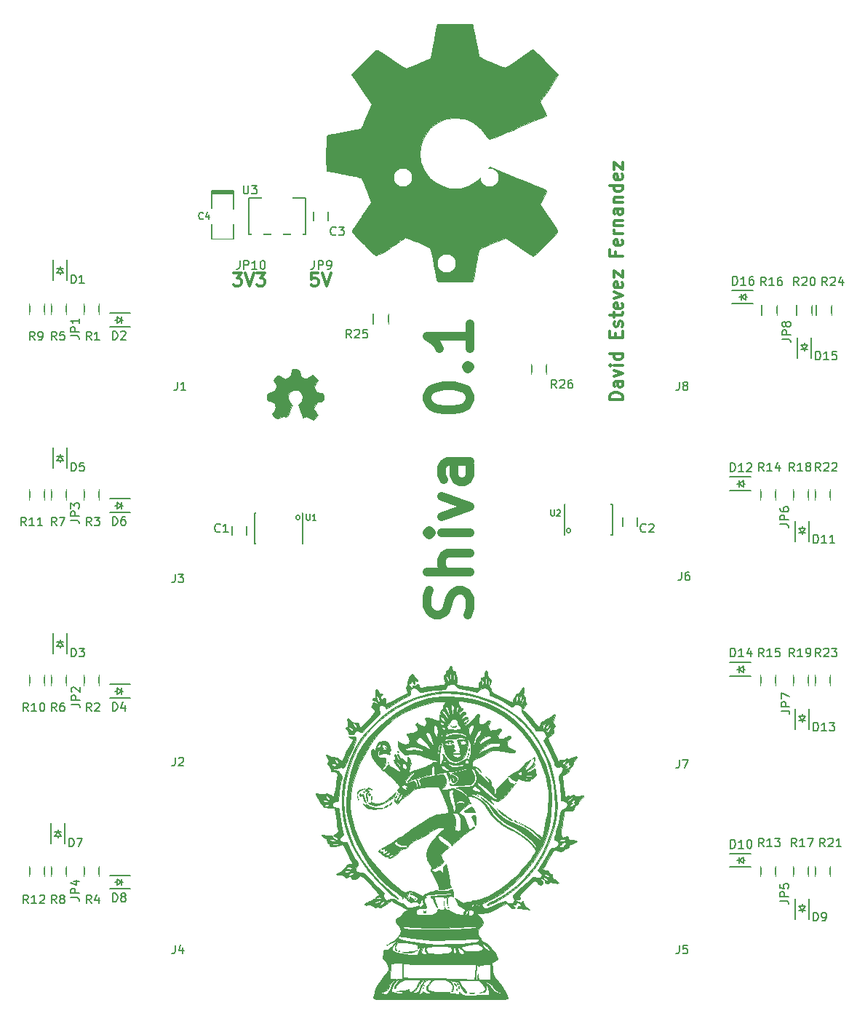
<source format=gto>
G04 #@! TF.FileFunction,Legend,Top*
%FSLAX46Y46*%
G04 Gerber Fmt 4.6, Leading zero omitted, Abs format (unit mm)*
G04 Created by KiCad (PCBNEW 0.201510170916+6271~30~ubuntu14.04.1-product) date Tue 27 Oct 2015 04:17:41 PM CET*
%MOMM*%
G01*
G04 APERTURE LIST*
%ADD10C,0.100000*%
%ADD11C,0.300000*%
%ADD12C,1.000000*%
%ADD13C,0.150000*%
%ADD14C,0.127000*%
%ADD15C,0.010000*%
%ADD16C,0.002540*%
%ADD17R,0.819100X1.543000*%
%ADD18C,2.900000*%
%ADD19R,2.400000X2.400000*%
%ADD20C,2.400000*%
%ADD21R,1.650000X1.900000*%
%ADD22R,0.850000X0.990000*%
%ADD23R,0.990000X0.850000*%
%ADD24R,1.700000X1.900000*%
%ADD25R,3.650000X2.300000*%
%ADD26R,1.350000X2.300000*%
%ADD27R,2.432000X1.924000*%
%ADD28C,2.100000*%
%ADD29C,3.400000*%
%ADD30C,0.254000*%
G04 APERTURE END LIST*
D10*
D11*
X131095787Y-66552071D02*
X130381501Y-66552071D01*
X130310072Y-67266357D01*
X130381501Y-67194929D01*
X130524358Y-67123500D01*
X130881501Y-67123500D01*
X131024358Y-67194929D01*
X131095787Y-67266357D01*
X131167215Y-67409214D01*
X131167215Y-67766357D01*
X131095787Y-67909214D01*
X131024358Y-67980643D01*
X130881501Y-68052071D01*
X130524358Y-68052071D01*
X130381501Y-67980643D01*
X130310072Y-67909214D01*
X131595786Y-66552071D02*
X132095786Y-68052071D01*
X132595786Y-66552071D01*
X121269358Y-66552071D02*
X122197929Y-66552071D01*
X121697929Y-67123500D01*
X121912215Y-67123500D01*
X122055072Y-67194929D01*
X122126501Y-67266357D01*
X122197929Y-67409214D01*
X122197929Y-67766357D01*
X122126501Y-67909214D01*
X122055072Y-67980643D01*
X121912215Y-68052071D01*
X121483643Y-68052071D01*
X121340786Y-67980643D01*
X121269358Y-67909214D01*
X122626500Y-66552071D02*
X123126500Y-68052071D01*
X123626500Y-66552071D01*
X123983643Y-66552071D02*
X124912214Y-66552071D01*
X124412214Y-67123500D01*
X124626500Y-67123500D01*
X124769357Y-67194929D01*
X124840786Y-67266357D01*
X124912214Y-67409214D01*
X124912214Y-67766357D01*
X124840786Y-67909214D01*
X124769357Y-67980643D01*
X124626500Y-68052071D01*
X124197928Y-68052071D01*
X124055071Y-67980643D01*
X123983643Y-67909214D01*
X166540571Y-81278285D02*
X165040571Y-81278285D01*
X165040571Y-80921142D01*
X165112000Y-80706857D01*
X165254857Y-80563999D01*
X165397714Y-80492571D01*
X165683429Y-80421142D01*
X165897714Y-80421142D01*
X166183429Y-80492571D01*
X166326286Y-80563999D01*
X166469143Y-80706857D01*
X166540571Y-80921142D01*
X166540571Y-81278285D01*
X166540571Y-79135428D02*
X165754857Y-79135428D01*
X165612000Y-79206857D01*
X165540571Y-79349714D01*
X165540571Y-79635428D01*
X165612000Y-79778285D01*
X166469143Y-79135428D02*
X166540571Y-79278285D01*
X166540571Y-79635428D01*
X166469143Y-79778285D01*
X166326286Y-79849714D01*
X166183429Y-79849714D01*
X166040571Y-79778285D01*
X165969143Y-79635428D01*
X165969143Y-79278285D01*
X165897714Y-79135428D01*
X165540571Y-78563999D02*
X166540571Y-78206856D01*
X165540571Y-77849714D01*
X166540571Y-77278285D02*
X165540571Y-77278285D01*
X165040571Y-77278285D02*
X165112000Y-77349714D01*
X165183429Y-77278285D01*
X165112000Y-77206857D01*
X165040571Y-77278285D01*
X165183429Y-77278285D01*
X166540571Y-75921142D02*
X165040571Y-75921142D01*
X166469143Y-75921142D02*
X166540571Y-76063999D01*
X166540571Y-76349713D01*
X166469143Y-76492571D01*
X166397714Y-76563999D01*
X166254857Y-76635428D01*
X165826286Y-76635428D01*
X165683429Y-76563999D01*
X165612000Y-76492571D01*
X165540571Y-76349713D01*
X165540571Y-76063999D01*
X165612000Y-75921142D01*
X165754857Y-74063999D02*
X165754857Y-73563999D01*
X166540571Y-73349713D02*
X166540571Y-74063999D01*
X165040571Y-74063999D01*
X165040571Y-73349713D01*
X166469143Y-72778285D02*
X166540571Y-72635428D01*
X166540571Y-72349713D01*
X166469143Y-72206856D01*
X166326286Y-72135428D01*
X166254857Y-72135428D01*
X166112000Y-72206856D01*
X166040571Y-72349713D01*
X166040571Y-72563999D01*
X165969143Y-72706856D01*
X165826286Y-72778285D01*
X165754857Y-72778285D01*
X165612000Y-72706856D01*
X165540571Y-72563999D01*
X165540571Y-72349713D01*
X165612000Y-72206856D01*
X165540571Y-71706856D02*
X165540571Y-71135427D01*
X165040571Y-71492570D02*
X166326286Y-71492570D01*
X166469143Y-71421142D01*
X166540571Y-71278284D01*
X166540571Y-71135427D01*
X166469143Y-70063999D02*
X166540571Y-70206856D01*
X166540571Y-70492570D01*
X166469143Y-70635427D01*
X166326286Y-70706856D01*
X165754857Y-70706856D01*
X165612000Y-70635427D01*
X165540571Y-70492570D01*
X165540571Y-70206856D01*
X165612000Y-70063999D01*
X165754857Y-69992570D01*
X165897714Y-69992570D01*
X166040571Y-70706856D01*
X165540571Y-69492570D02*
X166540571Y-69135427D01*
X165540571Y-68778285D01*
X166469143Y-67635428D02*
X166540571Y-67778285D01*
X166540571Y-68063999D01*
X166469143Y-68206856D01*
X166326286Y-68278285D01*
X165754857Y-68278285D01*
X165612000Y-68206856D01*
X165540571Y-68063999D01*
X165540571Y-67778285D01*
X165612000Y-67635428D01*
X165754857Y-67563999D01*
X165897714Y-67563999D01*
X166040571Y-68278285D01*
X165540571Y-67063999D02*
X165540571Y-66278285D01*
X166540571Y-67063999D01*
X166540571Y-66278285D01*
X165754857Y-64063999D02*
X165754857Y-64563999D01*
X166540571Y-64563999D02*
X165040571Y-64563999D01*
X165040571Y-63849713D01*
X166469143Y-62706857D02*
X166540571Y-62849714D01*
X166540571Y-63135428D01*
X166469143Y-63278285D01*
X166326286Y-63349714D01*
X165754857Y-63349714D01*
X165612000Y-63278285D01*
X165540571Y-63135428D01*
X165540571Y-62849714D01*
X165612000Y-62706857D01*
X165754857Y-62635428D01*
X165897714Y-62635428D01*
X166040571Y-63349714D01*
X166540571Y-61992571D02*
X165540571Y-61992571D01*
X165826286Y-61992571D02*
X165683429Y-61921143D01*
X165612000Y-61849714D01*
X165540571Y-61706857D01*
X165540571Y-61564000D01*
X165540571Y-61064000D02*
X166540571Y-61064000D01*
X165683429Y-61064000D02*
X165612000Y-60992572D01*
X165540571Y-60849714D01*
X165540571Y-60635429D01*
X165612000Y-60492572D01*
X165754857Y-60421143D01*
X166540571Y-60421143D01*
X166540571Y-59064000D02*
X165754857Y-59064000D01*
X165612000Y-59135429D01*
X165540571Y-59278286D01*
X165540571Y-59564000D01*
X165612000Y-59706857D01*
X166469143Y-59064000D02*
X166540571Y-59206857D01*
X166540571Y-59564000D01*
X166469143Y-59706857D01*
X166326286Y-59778286D01*
X166183429Y-59778286D01*
X166040571Y-59706857D01*
X165969143Y-59564000D01*
X165969143Y-59206857D01*
X165897714Y-59064000D01*
X165540571Y-58349714D02*
X166540571Y-58349714D01*
X165683429Y-58349714D02*
X165612000Y-58278286D01*
X165540571Y-58135428D01*
X165540571Y-57921143D01*
X165612000Y-57778286D01*
X165754857Y-57706857D01*
X166540571Y-57706857D01*
X166540571Y-56349714D02*
X165040571Y-56349714D01*
X166469143Y-56349714D02*
X166540571Y-56492571D01*
X166540571Y-56778285D01*
X166469143Y-56921143D01*
X166397714Y-56992571D01*
X166254857Y-57064000D01*
X165826286Y-57064000D01*
X165683429Y-56992571D01*
X165612000Y-56921143D01*
X165540571Y-56778285D01*
X165540571Y-56492571D01*
X165612000Y-56349714D01*
X166469143Y-55064000D02*
X166540571Y-55206857D01*
X166540571Y-55492571D01*
X166469143Y-55635428D01*
X166326286Y-55706857D01*
X165754857Y-55706857D01*
X165612000Y-55635428D01*
X165540571Y-55492571D01*
X165540571Y-55206857D01*
X165612000Y-55064000D01*
X165754857Y-54992571D01*
X165897714Y-54992571D01*
X166040571Y-55706857D01*
X165540571Y-54492571D02*
X165540571Y-53706857D01*
X166540571Y-54492571D01*
X166540571Y-53706857D01*
D12*
X148581810Y-106312762D02*
X148819905Y-105598476D01*
X148819905Y-104408000D01*
X148581810Y-103931810D01*
X148343714Y-103693714D01*
X147867524Y-103455619D01*
X147391333Y-103455619D01*
X146915143Y-103693714D01*
X146677048Y-103931810D01*
X146438952Y-104408000D01*
X146200857Y-105360381D01*
X145962762Y-105836572D01*
X145724667Y-106074667D01*
X145248476Y-106312762D01*
X144772286Y-106312762D01*
X144296095Y-106074667D01*
X144058000Y-105836572D01*
X143819905Y-105360381D01*
X143819905Y-104169905D01*
X144058000Y-103455619D01*
X148819905Y-101312762D02*
X143819905Y-101312762D01*
X148819905Y-99169905D02*
X146200857Y-99169905D01*
X145724667Y-99408000D01*
X145486571Y-99884190D01*
X145486571Y-100598476D01*
X145724667Y-101074667D01*
X145962762Y-101312762D01*
X148819905Y-96788952D02*
X145486571Y-96788952D01*
X143819905Y-96788952D02*
X144058000Y-97027047D01*
X144296095Y-96788952D01*
X144058000Y-96550857D01*
X143819905Y-96788952D01*
X144296095Y-96788952D01*
X145486571Y-94884190D02*
X148819905Y-93693714D01*
X145486571Y-92503238D01*
X148819905Y-88455619D02*
X146200857Y-88455619D01*
X145724667Y-88693714D01*
X145486571Y-89169904D01*
X145486571Y-90122285D01*
X145724667Y-90598476D01*
X148581810Y-88455619D02*
X148819905Y-88931809D01*
X148819905Y-90122285D01*
X148581810Y-90598476D01*
X148105619Y-90836571D01*
X147629429Y-90836571D01*
X147153238Y-90598476D01*
X146915143Y-90122285D01*
X146915143Y-88931809D01*
X146677048Y-88455619D01*
X143819905Y-81312761D02*
X143819905Y-80836570D01*
X144058000Y-80360380D01*
X144296095Y-80122285D01*
X144772286Y-79884189D01*
X145724667Y-79646094D01*
X146915143Y-79646094D01*
X147867524Y-79884189D01*
X148343714Y-80122285D01*
X148581810Y-80360380D01*
X148819905Y-80836570D01*
X148819905Y-81312761D01*
X148581810Y-81788951D01*
X148343714Y-82027047D01*
X147867524Y-82265142D01*
X146915143Y-82503237D01*
X145724667Y-82503237D01*
X144772286Y-82265142D01*
X144296095Y-82027047D01*
X144058000Y-81788951D01*
X143819905Y-81312761D01*
X148343714Y-77503237D02*
X148581810Y-77265142D01*
X148819905Y-77503237D01*
X148581810Y-77741332D01*
X148343714Y-77503237D01*
X148819905Y-77503237D01*
X148819905Y-72503237D02*
X148819905Y-75360380D01*
X148819905Y-73931809D02*
X143819905Y-73931809D01*
X144534190Y-74407999D01*
X145010381Y-74884190D01*
X145248476Y-75360380D01*
D13*
X129032000Y-94996000D02*
G75*
G03X129032000Y-94996000I-254000J0D01*
G01*
X129286000Y-98044000D02*
X123698000Y-98044000D01*
X123698000Y-98044000D02*
X123698000Y-94488000D01*
X123698000Y-94488000D02*
X129286000Y-94488000D01*
X129286000Y-94488000D02*
X129286000Y-98044000D01*
X122770000Y-97020000D02*
X122770000Y-96020000D01*
X121070000Y-96020000D02*
X121070000Y-97020000D01*
X166536000Y-95004000D02*
X166536000Y-96004000D01*
X168236000Y-96004000D02*
X168236000Y-95004000D01*
X130595000Y-59444000D02*
X130595000Y-60444000D01*
X132295000Y-60444000D02*
X132295000Y-59444000D01*
X101092000Y-66544000D02*
X101092000Y-66794000D01*
X101092000Y-66044000D02*
X101092000Y-65794000D01*
X101092000Y-66044000D02*
X101442000Y-66544000D01*
X101442000Y-66544000D02*
X100742000Y-66544000D01*
X100742000Y-66544000D02*
X101092000Y-66044000D01*
X101442000Y-66044000D02*
X100742000Y-66044000D01*
X100292000Y-64994000D02*
X100292000Y-67394000D01*
X101892000Y-64994000D02*
X101892000Y-67394000D01*
X107700000Y-72009000D02*
X107450000Y-72009000D01*
X108200000Y-72009000D02*
X108450000Y-72009000D01*
X108200000Y-72009000D02*
X107700000Y-72359000D01*
X107700000Y-72359000D02*
X107700000Y-71659000D01*
X107700000Y-71659000D02*
X108200000Y-72009000D01*
X108200000Y-72359000D02*
X108200000Y-71659000D01*
X109250000Y-71209000D02*
X106850000Y-71209000D01*
X109250000Y-72809000D02*
X106850000Y-72809000D01*
X101092000Y-109978000D02*
X101092000Y-110228000D01*
X101092000Y-109478000D02*
X101092000Y-109228000D01*
X101092000Y-109478000D02*
X101442000Y-109978000D01*
X101442000Y-109978000D02*
X100742000Y-109978000D01*
X100742000Y-109978000D02*
X101092000Y-109478000D01*
X101442000Y-109478000D02*
X100742000Y-109478000D01*
X100292000Y-108428000D02*
X100292000Y-110828000D01*
X101892000Y-108428000D02*
X101892000Y-110828000D01*
X107700000Y-115189000D02*
X107450000Y-115189000D01*
X108200000Y-115189000D02*
X108450000Y-115189000D01*
X108200000Y-115189000D02*
X107700000Y-115539000D01*
X107700000Y-115539000D02*
X107700000Y-114839000D01*
X107700000Y-114839000D02*
X108200000Y-115189000D01*
X108200000Y-115539000D02*
X108200000Y-114839000D01*
X109250000Y-114389000D02*
X106850000Y-114389000D01*
X109250000Y-115989000D02*
X106850000Y-115989000D01*
X101092000Y-88388000D02*
X101092000Y-88638000D01*
X101092000Y-87888000D02*
X101092000Y-87638000D01*
X101092000Y-87888000D02*
X101442000Y-88388000D01*
X101442000Y-88388000D02*
X100742000Y-88388000D01*
X100742000Y-88388000D02*
X101092000Y-87888000D01*
X101442000Y-87888000D02*
X100742000Y-87888000D01*
X100292000Y-86838000D02*
X100292000Y-89238000D01*
X101892000Y-86838000D02*
X101892000Y-89238000D01*
X107700000Y-93599000D02*
X107450000Y-93599000D01*
X108200000Y-93599000D02*
X108450000Y-93599000D01*
X108200000Y-93599000D02*
X107700000Y-93949000D01*
X107700000Y-93949000D02*
X107700000Y-93249000D01*
X107700000Y-93249000D02*
X108200000Y-93599000D01*
X108200000Y-93949000D02*
X108200000Y-93249000D01*
X109250000Y-92799000D02*
X106850000Y-92799000D01*
X109250000Y-94399000D02*
X106850000Y-94399000D01*
X100838000Y-132076000D02*
X100838000Y-132326000D01*
X100838000Y-131576000D02*
X100838000Y-131326000D01*
X100838000Y-131576000D02*
X101188000Y-132076000D01*
X101188000Y-132076000D02*
X100488000Y-132076000D01*
X100488000Y-132076000D02*
X100838000Y-131576000D01*
X101188000Y-131576000D02*
X100488000Y-131576000D01*
X100038000Y-130526000D02*
X100038000Y-132926000D01*
X101638000Y-130526000D02*
X101638000Y-132926000D01*
X107700000Y-137414000D02*
X107450000Y-137414000D01*
X108200000Y-137414000D02*
X108450000Y-137414000D01*
X108200000Y-137414000D02*
X107700000Y-137764000D01*
X107700000Y-137764000D02*
X107700000Y-137064000D01*
X107700000Y-137064000D02*
X108200000Y-137414000D01*
X108200000Y-137764000D02*
X108200000Y-137064000D01*
X109250000Y-136614000D02*
X106850000Y-136614000D01*
X109250000Y-138214000D02*
X106850000Y-138214000D01*
X187452000Y-140212000D02*
X187452000Y-139962000D01*
X187452000Y-140712000D02*
X187452000Y-140962000D01*
X187452000Y-140712000D02*
X187102000Y-140212000D01*
X187102000Y-140212000D02*
X187802000Y-140212000D01*
X187802000Y-140212000D02*
X187452000Y-140712000D01*
X187102000Y-140712000D02*
X187802000Y-140712000D01*
X188252000Y-141762000D02*
X188252000Y-139362000D01*
X186652000Y-141762000D02*
X186652000Y-139362000D01*
X180590000Y-134874000D02*
X180840000Y-134874000D01*
X180090000Y-134874000D02*
X179840000Y-134874000D01*
X180090000Y-134874000D02*
X180590000Y-134524000D01*
X180590000Y-134524000D02*
X180590000Y-135224000D01*
X180590000Y-135224000D02*
X180090000Y-134874000D01*
X180090000Y-134524000D02*
X180090000Y-135224000D01*
X179040000Y-135674000D02*
X181440000Y-135674000D01*
X179040000Y-134074000D02*
X181440000Y-134074000D01*
X187452000Y-96270000D02*
X187452000Y-96020000D01*
X187452000Y-96770000D02*
X187452000Y-97020000D01*
X187452000Y-96770000D02*
X187102000Y-96270000D01*
X187102000Y-96270000D02*
X187802000Y-96270000D01*
X187802000Y-96270000D02*
X187452000Y-96770000D01*
X187102000Y-96770000D02*
X187802000Y-96770000D01*
X188252000Y-97820000D02*
X188252000Y-95420000D01*
X186652000Y-97820000D02*
X186652000Y-95420000D01*
X180590000Y-91059000D02*
X180840000Y-91059000D01*
X180090000Y-91059000D02*
X179840000Y-91059000D01*
X180090000Y-91059000D02*
X180590000Y-90709000D01*
X180590000Y-90709000D02*
X180590000Y-91409000D01*
X180590000Y-91409000D02*
X180090000Y-91059000D01*
X180090000Y-90709000D02*
X180090000Y-91409000D01*
X179040000Y-91859000D02*
X181440000Y-91859000D01*
X179040000Y-90259000D02*
X181440000Y-90259000D01*
X187452000Y-118114000D02*
X187452000Y-117864000D01*
X187452000Y-118614000D02*
X187452000Y-118864000D01*
X187452000Y-118614000D02*
X187102000Y-118114000D01*
X187102000Y-118114000D02*
X187802000Y-118114000D01*
X187802000Y-118114000D02*
X187452000Y-118614000D01*
X187102000Y-118614000D02*
X187802000Y-118614000D01*
X188252000Y-119664000D02*
X188252000Y-117264000D01*
X186652000Y-119664000D02*
X186652000Y-117264000D01*
X180590000Y-112649000D02*
X180840000Y-112649000D01*
X180090000Y-112649000D02*
X179840000Y-112649000D01*
X180090000Y-112649000D02*
X180590000Y-112299000D01*
X180590000Y-112299000D02*
X180590000Y-112999000D01*
X180590000Y-112999000D02*
X180090000Y-112649000D01*
X180090000Y-112299000D02*
X180090000Y-112999000D01*
X179040000Y-113449000D02*
X181440000Y-113449000D01*
X179040000Y-111849000D02*
X181440000Y-111849000D01*
X187706000Y-74934000D02*
X187706000Y-74684000D01*
X187706000Y-75434000D02*
X187706000Y-75684000D01*
X187706000Y-75434000D02*
X187356000Y-74934000D01*
X187356000Y-74934000D02*
X188056000Y-74934000D01*
X188056000Y-74934000D02*
X187706000Y-75434000D01*
X187356000Y-75434000D02*
X188056000Y-75434000D01*
X188506000Y-76484000D02*
X188506000Y-74084000D01*
X186906000Y-76484000D02*
X186906000Y-74084000D01*
X180844000Y-69342000D02*
X181094000Y-69342000D01*
X180344000Y-69342000D02*
X180094000Y-69342000D01*
X180344000Y-69342000D02*
X180844000Y-68992000D01*
X180844000Y-68992000D02*
X180844000Y-69692000D01*
X180844000Y-69692000D02*
X180344000Y-69342000D01*
X180344000Y-68992000D02*
X180344000Y-69692000D01*
X179294000Y-70142000D02*
X181694000Y-70142000D01*
X179294000Y-68542000D02*
X181694000Y-68542000D01*
X103900000Y-71339000D02*
X103900000Y-70139000D01*
X105650000Y-70139000D02*
X105650000Y-71339000D01*
X103900000Y-114519000D02*
X103900000Y-113319000D01*
X105650000Y-113319000D02*
X105650000Y-114519000D01*
X103900000Y-92929000D02*
X103900000Y-91729000D01*
X105650000Y-91729000D02*
X105650000Y-92929000D01*
X103900000Y-136744000D02*
X103900000Y-135544000D01*
X105650000Y-135544000D02*
X105650000Y-136744000D01*
X97550000Y-71339000D02*
X97550000Y-70139000D01*
X99300000Y-70139000D02*
X99300000Y-71339000D01*
X97550000Y-114519000D02*
X97550000Y-113319000D01*
X99300000Y-113319000D02*
X99300000Y-114519000D01*
X97550000Y-92929000D02*
X97550000Y-91729000D01*
X99300000Y-91729000D02*
X99300000Y-92929000D01*
X97550000Y-136744000D02*
X97550000Y-135544000D01*
X99300000Y-135544000D02*
X99300000Y-136744000D01*
X101840000Y-70139000D02*
X101840000Y-71339000D01*
X100090000Y-71339000D02*
X100090000Y-70139000D01*
X101840000Y-113319000D02*
X101840000Y-114519000D01*
X100090000Y-114519000D02*
X100090000Y-113319000D01*
X101840000Y-91729000D02*
X101840000Y-92929000D01*
X100090000Y-92929000D02*
X100090000Y-91729000D01*
X101840000Y-135544000D02*
X101840000Y-136744000D01*
X100090000Y-136744000D02*
X100090000Y-135544000D01*
X184390000Y-135544000D02*
X184390000Y-136744000D01*
X182640000Y-136744000D02*
X182640000Y-135544000D01*
X184390000Y-91729000D02*
X184390000Y-92929000D01*
X182640000Y-92929000D02*
X182640000Y-91729000D01*
X184390000Y-113319000D02*
X184390000Y-114519000D01*
X182640000Y-114519000D02*
X182640000Y-113319000D01*
X184517000Y-70266000D02*
X184517000Y-71466000D01*
X182767000Y-71466000D02*
X182767000Y-70266000D01*
X190740000Y-135544000D02*
X190740000Y-136744000D01*
X188990000Y-136744000D02*
X188990000Y-135544000D01*
X190740000Y-91729000D02*
X190740000Y-92929000D01*
X188990000Y-92929000D02*
X188990000Y-91729000D01*
X190740000Y-113319000D02*
X190740000Y-114519000D01*
X188990000Y-114519000D02*
X188990000Y-113319000D01*
X190867000Y-70266000D02*
X190867000Y-71466000D01*
X189117000Y-71466000D02*
X189117000Y-70266000D01*
X186450000Y-136744000D02*
X186450000Y-135544000D01*
X188200000Y-135544000D02*
X188200000Y-136744000D01*
X186450000Y-92929000D02*
X186450000Y-91729000D01*
X188200000Y-91729000D02*
X188200000Y-92929000D01*
X186450000Y-114519000D02*
X186450000Y-113319000D01*
X188200000Y-113319000D02*
X188200000Y-114519000D01*
X186831000Y-71466000D02*
X186831000Y-70266000D01*
X188581000Y-70266000D02*
X188581000Y-71466000D01*
X139305000Y-71282000D02*
X139305000Y-72482000D01*
X137555000Y-72482000D02*
X137555000Y-71282000D01*
X157720000Y-77124000D02*
X157720000Y-78324000D01*
X155970000Y-78324000D02*
X155970000Y-77124000D01*
X129165000Y-62044000D02*
X129665000Y-62044000D01*
X129665000Y-62044000D02*
X129665000Y-57844000D01*
X129665000Y-57844000D02*
X128065000Y-57844000D01*
X126865000Y-62044000D02*
X128165000Y-62044000D01*
X124565000Y-62044000D02*
X125865000Y-62044000D01*
X123065000Y-57844000D02*
X123065000Y-62044000D01*
X123065000Y-62044000D02*
X123565000Y-62044000D01*
X123065000Y-57844000D02*
X124665000Y-57844000D01*
D14*
X121258000Y-57204000D02*
X118772000Y-57204000D01*
X121258000Y-57104000D02*
X118772000Y-57104000D01*
X121258000Y-57004000D02*
X118772000Y-57004000D01*
X121258000Y-57304000D02*
X118772000Y-57304000D01*
X118772000Y-57004000D02*
X118772000Y-59005000D01*
X121258000Y-60833000D02*
X121258000Y-62584000D01*
X121258000Y-62584000D02*
X118772000Y-62584000D01*
X118772000Y-62584000D02*
X118772000Y-60833000D01*
X121258000Y-59055000D02*
X121258000Y-57004000D01*
D13*
X160528000Y-96520000D02*
G75*
G03X160528000Y-96520000I-254000J0D01*
G01*
X159766000Y-93472000D02*
X165354000Y-93472000D01*
X165354000Y-93472000D02*
X165354000Y-97028000D01*
X165354000Y-97028000D02*
X159766000Y-97028000D01*
X159766000Y-97028000D02*
X159766000Y-93472000D01*
D15*
G36*
X146689740Y-112371096D02*
X146710400Y-112578796D01*
X146743771Y-112799204D01*
X146867071Y-112875176D01*
X146913600Y-112877600D01*
X147062336Y-112925498D01*
X147114703Y-113103719D01*
X147116800Y-113182400D01*
X147149484Y-113396357D01*
X147228243Y-113487174D01*
X147229707Y-113487200D01*
X147282431Y-113573929D01*
X147282904Y-113791388D01*
X147236615Y-114075482D01*
X147156363Y-114343446D01*
X147190469Y-114408954D01*
X147358834Y-114473016D01*
X147682293Y-114540803D01*
X148181681Y-114617487D01*
X148356120Y-114641291D01*
X148943825Y-114720008D01*
X149358316Y-114771435D01*
X149628075Y-114792957D01*
X149781584Y-114781960D01*
X149847326Y-114735830D01*
X149853782Y-114651953D01*
X149829435Y-114527715D01*
X149825092Y-114506461D01*
X149817327Y-114249249D01*
X149900737Y-114147600D01*
X150164800Y-114147600D01*
X150190318Y-114382640D01*
X150253066Y-114500128D01*
X150266400Y-114503200D01*
X150333554Y-114413885D01*
X150367122Y-114194267D01*
X150368000Y-114147600D01*
X150356970Y-114046000D01*
X150571200Y-114046000D01*
X150596718Y-114281040D01*
X150659466Y-114398528D01*
X150672800Y-114401600D01*
X150739954Y-114312285D01*
X150773522Y-114092667D01*
X150774400Y-114046000D01*
X150748881Y-113810959D01*
X150686133Y-113693471D01*
X150672800Y-113690400D01*
X150605645Y-113779714D01*
X150572077Y-113999332D01*
X150571200Y-114046000D01*
X150356970Y-114046000D01*
X150342481Y-113912559D01*
X150279733Y-113795071D01*
X150266400Y-113792000D01*
X150199245Y-113881314D01*
X150165677Y-114100932D01*
X150164800Y-114147600D01*
X149900737Y-114147600D01*
X149929202Y-114112911D01*
X150047191Y-113944605D01*
X150037121Y-113804849D01*
X150032156Y-113639909D01*
X150171863Y-113589717D01*
X150216181Y-113588799D01*
X150375872Y-113554340D01*
X150467567Y-113415322D01*
X150521278Y-113177202D01*
X150601128Y-112897943D01*
X150697764Y-112811897D01*
X150788345Y-112912981D01*
X150850032Y-113195109D01*
X150856441Y-113266496D01*
X150910996Y-113570996D01*
X151013607Y-113689241D01*
X151027395Y-113690400D01*
X151174465Y-113775756D01*
X151240623Y-113987145D01*
X151208360Y-114257544D01*
X151189413Y-114310675D01*
X151123539Y-114458556D01*
X151095203Y-114437046D01*
X151085867Y-114229554D01*
X151085640Y-114217803D01*
X151047304Y-113996256D01*
X150972016Y-113949473D01*
X150901358Y-114064810D01*
X150876000Y-114281556D01*
X150960966Y-114564036D01*
X151088534Y-114688651D01*
X151249347Y-114875897D01*
X151250262Y-115043290D01*
X151247906Y-115142284D01*
X151307062Y-115240595D01*
X151454523Y-115357059D01*
X151717080Y-115510515D01*
X152121526Y-115719797D01*
X152432919Y-115874800D01*
X152891534Y-116101125D01*
X153284815Y-116294589D01*
X153576791Y-116437541D01*
X153731492Y-116512334D01*
X153744392Y-116518266D01*
X153798112Y-116454948D01*
X153822293Y-116255254D01*
X153822400Y-116238866D01*
X153839993Y-116108635D01*
X154130291Y-116108635D01*
X154143155Y-116314948D01*
X154202278Y-116429395D01*
X154220727Y-116433600D01*
X154304841Y-116345882D01*
X154333821Y-116264109D01*
X154536831Y-116264109D01*
X154547977Y-116417078D01*
X154604449Y-116395116D01*
X154689231Y-116287181D01*
X154808162Y-116056758D01*
X154838400Y-115906181D01*
X154796788Y-115751859D01*
X154747670Y-115722400D01*
X154632569Y-115812912D01*
X154555013Y-116040815D01*
X154536831Y-116264109D01*
X154333821Y-116264109D01*
X154380080Y-116133580D01*
X154382795Y-116121534D01*
X154414530Y-115839798D01*
X154348679Y-115732821D01*
X154235559Y-115769022D01*
X154161740Y-115897608D01*
X154130291Y-116108635D01*
X153839993Y-116108635D01*
X153851801Y-116021235D01*
X153922913Y-115925786D01*
X153926514Y-115925600D01*
X154035929Y-115841534D01*
X154126462Y-115673540D01*
X154248061Y-115494113D01*
X154363426Y-115475638D01*
X154504846Y-115430807D01*
X154631610Y-115223066D01*
X154769585Y-114964860D01*
X154915476Y-114786192D01*
X155003980Y-114733131D01*
X155041751Y-114791458D01*
X155037989Y-114996287D01*
X155021065Y-115189165D01*
X155007249Y-115556158D01*
X155057866Y-115772461D01*
X155115489Y-115843162D01*
X155213511Y-116030711D01*
X155216382Y-116198175D01*
X155235381Y-116428324D01*
X155311386Y-116548301D01*
X155379197Y-116649547D01*
X155336791Y-116793461D01*
X155180475Y-117019162D01*
X154909803Y-117374032D01*
X155471827Y-117867016D01*
X155815787Y-118202309D01*
X156147574Y-118580735D01*
X156363726Y-118874067D01*
X156555769Y-119140738D01*
X156720490Y-119312762D01*
X156807400Y-119351990D01*
X156911999Y-119238345D01*
X157012574Y-119010885D01*
X157019123Y-118989790D01*
X157130241Y-118756430D01*
X157261963Y-118719341D01*
X157422908Y-118688202D01*
X157554518Y-118564168D01*
X157706878Y-118419144D01*
X157819678Y-118394547D01*
X157960226Y-118357649D01*
X158180716Y-118216929D01*
X158292800Y-118125921D01*
X158509179Y-117944411D01*
X158618533Y-117888503D01*
X158664651Y-117947619D01*
X158679965Y-118032389D01*
X158656489Y-118273576D01*
X158555730Y-118549930D01*
X158555640Y-118550103D01*
X158459754Y-118768322D01*
X158471912Y-118894776D01*
X158549475Y-118975820D01*
X158688765Y-119185780D01*
X158627582Y-119400323D01*
X158551349Y-119477823D01*
X158457428Y-119612197D01*
X158518242Y-119788862D01*
X158525949Y-119801681D01*
X158575312Y-119938643D01*
X158528002Y-120076763D01*
X158359638Y-120248307D01*
X158045836Y-120485543D01*
X157967161Y-120541127D01*
X157893932Y-120612635D01*
X157877192Y-120715108D01*
X157927366Y-120886863D01*
X158054874Y-121166214D01*
X158233431Y-121519970D01*
X158453294Y-121963451D01*
X158658435Y-122402625D01*
X158814605Y-122763343D01*
X158852273Y-122859799D01*
X158981549Y-123150901D01*
X159098511Y-123319794D01*
X159180919Y-123343401D01*
X159207200Y-123228099D01*
X159294963Y-123158423D01*
X159515866Y-123175533D01*
X159764414Y-123188766D01*
X159881180Y-123089450D01*
X159883331Y-123084040D01*
X159971062Y-122987857D01*
X160075366Y-123041390D01*
X160242453Y-123094042D01*
X160492636Y-123007408D01*
X160495301Y-123006054D01*
X160894905Y-122824695D01*
X161137267Y-122766165D01*
X161220496Y-122829584D01*
X161142704Y-123014072D01*
X160977918Y-123230924D01*
X160827217Y-123450396D01*
X160772681Y-123615816D01*
X160780188Y-123644268D01*
X160757679Y-123776086D01*
X160620523Y-123968623D01*
X160584269Y-124006566D01*
X160408719Y-124236960D01*
X160325788Y-124453739D01*
X160324800Y-124472791D01*
X160252318Y-124646171D01*
X160015242Y-124798104D01*
X159908500Y-124843073D01*
X159652075Y-124954003D01*
X159541604Y-125064664D01*
X159533213Y-125247276D01*
X159558551Y-125419100D01*
X159604118Y-125725057D01*
X159662325Y-126146665D01*
X159721325Y-126597855D01*
X159726899Y-126641982D01*
X159779349Y-127024618D01*
X159828105Y-127321469D01*
X159864527Y-127481475D01*
X159871193Y-127494660D01*
X159971808Y-127474459D01*
X160068344Y-127408437D01*
X160242892Y-127334505D01*
X160358535Y-127392237D01*
X160522122Y-127446359D01*
X160685339Y-127364551D01*
X160849517Y-127276794D01*
X160960130Y-127334680D01*
X160981803Y-127361438D01*
X161091381Y-127439589D01*
X161278707Y-127437012D01*
X161515398Y-127381429D01*
X161847176Y-127318249D01*
X162006863Y-127351754D01*
X161989425Y-127476002D01*
X161789832Y-127685048D01*
X161779734Y-127693617D01*
X161566263Y-127914379D01*
X161436531Y-128124689D01*
X161424190Y-128168400D01*
X161311012Y-128365736D01*
X161162406Y-128471892D01*
X160975329Y-128640898D01*
X160934400Y-128791222D01*
X160886828Y-128972838D01*
X160722390Y-129080170D01*
X160408500Y-129127700D01*
X160164090Y-129133600D01*
X159886189Y-129143022D01*
X159755798Y-129196025D01*
X159717333Y-129329713D01*
X159715200Y-129433242D01*
X159696161Y-129657087D01*
X159644793Y-130022787D01*
X159569721Y-130473168D01*
X159508283Y-130805101D01*
X159418465Y-131280797D01*
X159367862Y-131599126D01*
X159355724Y-131801952D01*
X159381299Y-131931139D01*
X159443836Y-132028551D01*
X159485484Y-132074945D01*
X159676721Y-132207651D01*
X159819401Y-132177842D01*
X160058211Y-132086830D01*
X160202187Y-132175176D01*
X160241862Y-132308600D01*
X160315088Y-132478946D01*
X160502574Y-132510495D01*
X160528328Y-132507839D01*
X160817063Y-132506316D01*
X161072362Y-132555724D01*
X161223633Y-132639129D01*
X161239200Y-132678331D01*
X161150667Y-132754379D01*
X160926345Y-132848183D01*
X160787539Y-132891249D01*
X160477920Y-133007560D01*
X160330258Y-133149633D01*
X160304939Y-133234653D01*
X160200706Y-133418050D01*
X159994600Y-133483748D01*
X159791587Y-133549523D01*
X159715200Y-133650678D01*
X159632862Y-133806514D01*
X159403095Y-133852137D01*
X159051770Y-133783436D01*
X158995866Y-133764981D01*
X158836550Y-133705735D01*
X158718701Y-133672442D01*
X158619432Y-133687785D01*
X158515856Y-133774452D01*
X158385086Y-133955125D01*
X158204234Y-134252492D01*
X157950415Y-134689235D01*
X157796947Y-134953317D01*
X157578379Y-135337360D01*
X157405070Y-135659335D01*
X157299112Y-135877167D01*
X157276800Y-135943917D01*
X157364822Y-136014126D01*
X157569750Y-136042400D01*
X157815367Y-136095502D01*
X157915838Y-136245599D01*
X158052003Y-136417601D01*
X158181688Y-136448800D01*
X158336356Y-136492846D01*
X158391524Y-136661446D01*
X158394400Y-136753600D01*
X158431750Y-136975042D01*
X158521400Y-137060659D01*
X158687993Y-137116096D01*
X158880313Y-137243146D01*
X159035550Y-137390004D01*
X159090891Y-137504863D01*
X159081579Y-137522687D01*
X158948748Y-137545465D01*
X158687820Y-137525004D01*
X158498897Y-137493454D01*
X158211378Y-137451789D01*
X158026063Y-137454087D01*
X157988000Y-137479418D01*
X157901065Y-137545130D01*
X157737188Y-137566400D01*
X157555286Y-137528854D01*
X157541956Y-137421562D01*
X157504452Y-137263349D01*
X157332397Y-137103000D01*
X157109955Y-136998688D01*
X156992372Y-137014269D01*
X157013277Y-137124249D01*
X157137176Y-137251009D01*
X157280783Y-137403019D01*
X157265818Y-137539671D01*
X157227575Y-137597863D01*
X157075966Y-137743393D01*
X156916047Y-137730493D01*
X156702231Y-137552231D01*
X156663986Y-137512179D01*
X156468053Y-137346320D01*
X156309583Y-137282000D01*
X156296477Y-137283579D01*
X156178261Y-137362572D01*
X155949617Y-137556227D01*
X155643605Y-137835326D01*
X155297250Y-138166768D01*
X154889942Y-138579217D01*
X154634083Y-138872970D01*
X154522765Y-139056666D01*
X154529448Y-139126888D01*
X154636330Y-139307220D01*
X154565866Y-139415595D01*
X154381200Y-139420066D01*
X154179114Y-139415309D01*
X154139208Y-139488048D01*
X154253404Y-139604858D01*
X154450708Y-139707749D01*
X154685732Y-139784546D01*
X154796050Y-139756342D01*
X154814774Y-139720075D01*
X154921414Y-139605734D01*
X154959336Y-139598400D01*
X155017531Y-139673600D01*
X154999848Y-139763857D01*
X155032237Y-139949772D01*
X155247044Y-140210150D01*
X155319177Y-140278013D01*
X155702000Y-140626710D01*
X155397200Y-140558814D01*
X155097576Y-140518101D01*
X154730679Y-140501086D01*
X154635200Y-140501925D01*
X154363583Y-140493746D01*
X154287535Y-140452061D01*
X154318016Y-140422625D01*
X154407154Y-140292899D01*
X154394076Y-140228834D01*
X154415109Y-140165044D01*
X154533459Y-140178524D01*
X154699173Y-140175569D01*
X154723819Y-140080072D01*
X154606017Y-139947062D01*
X154540279Y-139906774D01*
X154297520Y-139812223D01*
X154161930Y-139831522D01*
X154157854Y-139938137D01*
X154140302Y-140032085D01*
X153961861Y-140036127D01*
X153940124Y-140032923D01*
X153670000Y-139991171D01*
X153909855Y-140201185D01*
X154044335Y-140343175D01*
X154053498Y-140410374D01*
X154045165Y-140411200D01*
X153863307Y-140445164D01*
X153779995Y-140472836D01*
X153592949Y-140440768D01*
X153346563Y-140242123D01*
X153327334Y-140221846D01*
X153035296Y-139909218D01*
X151941446Y-140465009D01*
X151449746Y-140708794D01*
X151085373Y-140869813D01*
X150798321Y-140964518D01*
X150538586Y-141009363D01*
X150256164Y-141020798D01*
X150252198Y-141020800D01*
X149934923Y-141032760D01*
X149718939Y-141063785D01*
X149656800Y-141098038D01*
X149719667Y-141217823D01*
X149873364Y-141408465D01*
X149896733Y-141434033D01*
X150206819Y-141836654D01*
X150329640Y-142171905D01*
X150264871Y-142436698D01*
X150021820Y-142623621D01*
X149835120Y-142807584D01*
X149735193Y-143099166D01*
X149732169Y-143417794D01*
X149836178Y-143682895D01*
X149882292Y-143733374D01*
X150025731Y-143932422D01*
X150063200Y-144073532D01*
X150153324Y-144235113D01*
X150315336Y-144313253D01*
X150551429Y-144420612D01*
X150822425Y-144609749D01*
X151071321Y-144831571D01*
X151241119Y-145036987D01*
X151282400Y-145146124D01*
X151340665Y-145274435D01*
X151383813Y-145288000D01*
X151499525Y-145370660D01*
X151659241Y-145576896D01*
X151825588Y-145844089D01*
X151961195Y-146109621D01*
X152028687Y-146310873D01*
X152026494Y-146364824D01*
X151903279Y-146485583D01*
X151674584Y-146598516D01*
X151669479Y-146600311D01*
X151361649Y-146707620D01*
X151399425Y-147455687D01*
X151424660Y-147844638D01*
X151473303Y-148108667D01*
X151576939Y-148322883D01*
X151767155Y-148562398D01*
X151949914Y-148764742D01*
X152219416Y-149094772D01*
X152501732Y-149498023D01*
X152769544Y-149927954D01*
X152995533Y-150338024D01*
X153152378Y-150681689D01*
X153212762Y-150912408D01*
X153212800Y-150916257D01*
X153199305Y-150946511D01*
X153150064Y-150972807D01*
X153051939Y-150995418D01*
X152891791Y-151014617D01*
X152656483Y-151030679D01*
X152332878Y-151043876D01*
X151907838Y-151054483D01*
X151368225Y-151062774D01*
X150700902Y-151069021D01*
X149892731Y-151073498D01*
X148930573Y-151076480D01*
X147801293Y-151078239D01*
X146491751Y-151079050D01*
X145389600Y-151079200D01*
X143944184Y-151079073D01*
X142688616Y-151078474D01*
X141609541Y-151077074D01*
X140693605Y-151074545D01*
X139927457Y-151070557D01*
X139297742Y-151064783D01*
X138791107Y-151056894D01*
X138394199Y-151046561D01*
X138093665Y-151033456D01*
X137876151Y-151017249D01*
X137728303Y-150997613D01*
X137636770Y-150974220D01*
X137588196Y-150946739D01*
X137569230Y-150914844D01*
X137566400Y-150886702D01*
X137603590Y-150621568D01*
X137699777Y-150259101D01*
X137710125Y-150228236D01*
X138328400Y-150228236D01*
X138582400Y-150342478D01*
X138949889Y-150454502D01*
X139034209Y-150437753D01*
X142862935Y-150437753D01*
X142948793Y-150456972D01*
X143095290Y-150407929D01*
X143237441Y-150267754D01*
X143259089Y-150179329D01*
X143274049Y-150071239D01*
X143335583Y-150139500D01*
X143365738Y-150190200D01*
X143527205Y-150319141D01*
X143833756Y-150363726D01*
X143896048Y-150363932D01*
X144322800Y-150359864D01*
X144055447Y-150214599D01*
X143840546Y-150057060D01*
X143725966Y-149907431D01*
X143730464Y-149691088D01*
X143751913Y-149636139D01*
X143865600Y-149636139D01*
X143913411Y-149874414D01*
X144074763Y-150032557D01*
X144376533Y-150123487D01*
X144845595Y-150160121D01*
X144959819Y-150162049D01*
X145569053Y-150170847D01*
X145998823Y-150184666D01*
X146272845Y-150205506D01*
X146414831Y-150235365D01*
X146448497Y-150276241D01*
X146443614Y-150287086D01*
X146493970Y-150343606D01*
X146684783Y-150367978D01*
X146691703Y-150368000D01*
X147020869Y-150389398D01*
X147309124Y-150431864D01*
X147522878Y-150460941D01*
X147586714Y-150411405D01*
X147562156Y-150304864D01*
X147524082Y-150175033D01*
X147575599Y-150213988D01*
X147636531Y-150287943D01*
X147926182Y-150515390D01*
X148343156Y-150623828D01*
X148884303Y-150621778D01*
X149311736Y-150595181D01*
X149821039Y-150576861D01*
X150230503Y-150571200D01*
X150977600Y-150571200D01*
X150977600Y-150173109D01*
X150945547Y-149746734D01*
X150850211Y-149507675D01*
X150738129Y-149453533D01*
X150660970Y-149544418D01*
X150623198Y-149776677D01*
X150622000Y-149834533D01*
X150607878Y-150085129D01*
X150527871Y-150196505D01*
X150325518Y-150232419D01*
X150266400Y-150236100D01*
X149910800Y-150256600D01*
X150241000Y-150156995D01*
X150482043Y-150039054D01*
X150558502Y-149866595D01*
X150469612Y-149619286D01*
X150214611Y-149276798D01*
X150207682Y-149268687D01*
X149908879Y-148919603D01*
X150418800Y-148919603D01*
X150774400Y-149163226D01*
X151053552Y-149412838D01*
X151279967Y-149711492D01*
X151306441Y-149760425D01*
X151588947Y-150112465D01*
X151989868Y-150320498D01*
X152278996Y-150363417D01*
X152436119Y-150331669D01*
X152450800Y-150266400D01*
X152306523Y-150178990D01*
X152204505Y-150164800D01*
X151994374Y-150102394D01*
X151755887Y-149952290D01*
X151562013Y-149770157D01*
X151485600Y-149616336D01*
X151400394Y-149428247D01*
X151186977Y-149224189D01*
X150908651Y-149056115D01*
X150723600Y-148990933D01*
X150418800Y-148919603D01*
X149908879Y-148919603D01*
X149844165Y-148844000D01*
X148683682Y-148844000D01*
X148225357Y-148848318D01*
X147852429Y-148860053D01*
X147605144Y-148877373D01*
X147523200Y-148896818D01*
X147577155Y-149024343D01*
X147714062Y-149257955D01*
X147896484Y-149540047D01*
X148086985Y-149813008D01*
X148248127Y-150019229D01*
X148264663Y-150037800D01*
X148391120Y-150198555D01*
X148372227Y-150261056D01*
X148318657Y-150266400D01*
X148104930Y-150172642D01*
X147882892Y-149887441D01*
X147679232Y-149479000D01*
X147556434Y-149221182D01*
X147459225Y-149062195D01*
X147431569Y-149038733D01*
X147290647Y-149020410D01*
X147167600Y-149004901D01*
X146900696Y-148951535D01*
X146735800Y-148904922D01*
X146555826Y-148869983D01*
X146525198Y-148941512D01*
X146642734Y-149134292D01*
X146710400Y-149222676D01*
X146881256Y-149546544D01*
X146888749Y-149846064D01*
X146735800Y-150071259D01*
X146618289Y-150154357D01*
X146645834Y-150107999D01*
X146685000Y-150063380D01*
X146806954Y-149789313D01*
X146743817Y-149467975D01*
X146500897Y-149123075D01*
X146466560Y-149087840D01*
X146277851Y-148910934D01*
X146110011Y-148807776D01*
X145899303Y-148758537D01*
X145581989Y-148743388D01*
X145356194Y-148742400D01*
X144957464Y-148748114D01*
X144696720Y-148778436D01*
X144508806Y-148853138D01*
X144328565Y-148991990D01*
X144228434Y-149084596D01*
X144014061Y-149327494D01*
X143883821Y-149553585D01*
X143865600Y-149636139D01*
X143751913Y-149636139D01*
X143840041Y-149410369D01*
X144017956Y-149146422D01*
X144112900Y-149052759D01*
X144257119Y-148887656D01*
X144210246Y-148791246D01*
X143972775Y-148764506D01*
X143967471Y-148764649D01*
X143679681Y-148864391D01*
X143399313Y-149115350D01*
X143169766Y-149468750D01*
X143051488Y-149794092D01*
X142973650Y-150078843D01*
X142901239Y-150291800D01*
X142862935Y-150437753D01*
X139034209Y-150437753D01*
X139198381Y-150405143D01*
X139263664Y-150342600D01*
X139354708Y-150175714D01*
X139472971Y-149902716D01*
X139620897Y-149902716D01*
X139633725Y-150110309D01*
X139771629Y-150222856D01*
X140045489Y-150306109D01*
X140389295Y-150353148D01*
X140737039Y-150357051D01*
X141022712Y-150310897D01*
X141122400Y-150266400D01*
X141159219Y-150204783D01*
X141024279Y-150167646D01*
X140766800Y-150151418D01*
X140258800Y-150134925D01*
X140817600Y-150065310D01*
X141164335Y-150012129D01*
X141447505Y-149951259D01*
X141555352Y-149916535D01*
X141683837Y-149888431D01*
X141676783Y-149987273D01*
X141700988Y-150110986D01*
X141903093Y-150193439D01*
X141942330Y-150201786D01*
X142408165Y-150266909D01*
X142715082Y-150233943D01*
X142887489Y-150092446D01*
X142949793Y-149831971D01*
X142951200Y-149770105D01*
X143008671Y-149591357D01*
X143155333Y-149328706D01*
X143264789Y-149168815D01*
X143421767Y-148932276D01*
X143491967Y-148777437D01*
X143477996Y-148742400D01*
X143346771Y-148822094D01*
X143141871Y-149034905D01*
X142896979Y-149341425D01*
X142645777Y-149702247D01*
X142610218Y-149757696D01*
X142421298Y-149990577D01*
X142229817Y-150130588D01*
X142185626Y-150143910D01*
X142063092Y-150154148D01*
X142110222Y-150105250D01*
X142213999Y-150043013D01*
X142379013Y-149883731D01*
X142576620Y-149603982D01*
X142731686Y-149326600D01*
X143021372Y-148742400D01*
X142005276Y-148742400D01*
X141531418Y-148746484D01*
X141209068Y-148765468D01*
X140986591Y-148809446D01*
X140812352Y-148888513D01*
X140638969Y-149009518D01*
X140379228Y-149258330D01*
X140178997Y-149536507D01*
X140150756Y-149593718D01*
X140059176Y-149784773D01*
X140018388Y-149798362D01*
X140008776Y-149685735D01*
X140071070Y-149475867D01*
X140232761Y-149210090D01*
X140320124Y-149101535D01*
X140500703Y-148866203D01*
X140530110Y-148757592D01*
X140420960Y-148782149D01*
X140185863Y-148946322D01*
X140120977Y-148999724D01*
X139890155Y-149262659D01*
X139712937Y-149587645D01*
X139620897Y-149902716D01*
X139472971Y-149902716D01*
X139474951Y-149898147D01*
X139532577Y-149748530D01*
X139775351Y-149246710D01*
X140073014Y-148880315D01*
X140400505Y-148675403D01*
X140598062Y-148640800D01*
X140919200Y-148640800D01*
X140919200Y-148539200D01*
X141020800Y-148539200D01*
X142163800Y-148552757D01*
X142711547Y-148561678D01*
X143451854Y-148577631D01*
X144374212Y-148600341D01*
X145468112Y-148629534D01*
X146723045Y-148664936D01*
X148128503Y-148706272D01*
X148703190Y-148723579D01*
X149324380Y-148742400D01*
X149375357Y-148370477D01*
X149490855Y-148370477D01*
X149504287Y-148652419D01*
X149552822Y-148742400D01*
X149628035Y-148653393D01*
X149671570Y-148436657D01*
X149673059Y-148412200D01*
X149689319Y-148082000D01*
X149730296Y-148412200D01*
X149771274Y-148742400D01*
X151180800Y-148742400D01*
X151180800Y-147015200D01*
X150520400Y-147015200D01*
X150121796Y-147030715D01*
X149907779Y-147079357D01*
X149858444Y-147142200D01*
X149825435Y-147197384D01*
X149762368Y-147119742D01*
X149687820Y-147026282D01*
X149633328Y-147038257D01*
X149591057Y-147180612D01*
X149553171Y-147478291D01*
X149515982Y-147904200D01*
X149490855Y-148370477D01*
X149375357Y-148370477D01*
X149388990Y-148271019D01*
X149430180Y-147879881D01*
X149452363Y-147492779D01*
X149453600Y-147407419D01*
X149453600Y-147015200D01*
X146685000Y-147014828D01*
X145857238Y-147012099D01*
X145008099Y-147004632D01*
X144185344Y-146993180D01*
X143436734Y-146978499D01*
X142810030Y-146961341D01*
X142468600Y-146948224D01*
X141020800Y-146881991D01*
X141020800Y-148539200D01*
X140919200Y-148539200D01*
X140919200Y-146802715D01*
X140233400Y-146832757D01*
X139547600Y-146862800D01*
X139488888Y-148640800D01*
X140121990Y-148640800D01*
X139816177Y-148898124D01*
X139579028Y-149163077D01*
X139408661Y-149465968D01*
X139398157Y-149495439D01*
X139193636Y-149892942D01*
X138888793Y-150121852D01*
X138633200Y-150188018D01*
X138328400Y-150228236D01*
X137710125Y-150228236D01*
X137831882Y-149865084D01*
X137976827Y-149505302D01*
X138111533Y-149245538D01*
X138167102Y-149174417D01*
X138345408Y-148956301D01*
X138513996Y-148680348D01*
X138515037Y-148678302D01*
X138707837Y-148392237D01*
X138960893Y-148121612D01*
X138985150Y-148100661D01*
X139187174Y-147893713D01*
X139276003Y-147666843D01*
X139293600Y-147382529D01*
X139272186Y-147072013D01*
X139177758Y-146867419D01*
X138965039Y-146673372D01*
X138952308Y-146663625D01*
X138708957Y-146426237D01*
X138640042Y-146206441D01*
X138642958Y-146175854D01*
X138706610Y-145733370D01*
X138757877Y-145455689D01*
X138813460Y-145306505D01*
X138864057Y-145268861D01*
X139730213Y-145268861D01*
X139904471Y-145466775D01*
X140267138Y-145621588D01*
X140822795Y-145736937D01*
X141265226Y-145790131D01*
X141815852Y-145842721D01*
X142198229Y-145872500D01*
X142446431Y-145875525D01*
X142594533Y-145847852D01*
X142676608Y-145785537D01*
X142726731Y-145684635D01*
X142750558Y-145618200D01*
X142763529Y-145586120D01*
X143154400Y-145586120D01*
X143199524Y-145739008D01*
X143370836Y-145793356D01*
X143459200Y-145796000D01*
X143673235Y-145768299D01*
X143763977Y-145701561D01*
X143764000Y-145700396D01*
X143690147Y-145562795D01*
X143662400Y-145542000D01*
X143583753Y-145401951D01*
X143560800Y-145231203D01*
X143555231Y-145200665D01*
X143667807Y-145200665D01*
X143680310Y-145356767D01*
X143771258Y-145541919D01*
X143976062Y-145668710D01*
X144317584Y-145742797D01*
X144818685Y-145769839D01*
X145319392Y-145762440D01*
X145852391Y-145737052D01*
X146217117Y-145698972D01*
X146448371Y-145642661D01*
X146580954Y-145562582D01*
X146582011Y-145561531D01*
X146688741Y-145398922D01*
X146667292Y-145269131D01*
X146846572Y-145269131D01*
X146846796Y-145275050D01*
X146876426Y-145550183D01*
X146953198Y-145672614D01*
X147051614Y-145693825D01*
X147179793Y-145658849D01*
X147193340Y-145515593D01*
X147171928Y-145415000D01*
X147072877Y-145155511D01*
X146983954Y-145021592D01*
X147320000Y-145021592D01*
X147355411Y-145130785D01*
X147443467Y-145354731D01*
X147473763Y-145427992D01*
X147653776Y-145710071D01*
X147877948Y-145794759D01*
X148115724Y-145707103D01*
X148158920Y-145619803D01*
X148059798Y-145477061D01*
X147863975Y-145302258D01*
X147560396Y-145072928D01*
X147375741Y-144981256D01*
X147320000Y-145021592D01*
X146983954Y-145021592D01*
X146967110Y-144996225D01*
X146882380Y-144938411D01*
X146846751Y-145018834D01*
X146846572Y-145269131D01*
X146667292Y-145269131D01*
X146656371Y-145203055D01*
X146628996Y-145139353D01*
X146575039Y-145033940D01*
X146502724Y-144962081D01*
X146376437Y-144917347D01*
X146291617Y-144907902D01*
X147713582Y-144907902D01*
X147992999Y-145199551D01*
X148157446Y-145353525D01*
X148321915Y-145439749D01*
X148550136Y-145476097D01*
X148905841Y-145480444D01*
X148990008Y-145479179D01*
X149401295Y-145463757D01*
X149773161Y-145435234D01*
X150011159Y-145402196D01*
X150268491Y-145293295D01*
X150336223Y-145130059D01*
X150214199Y-144931650D01*
X150016247Y-144782377D01*
X149843646Y-144680661D01*
X149694737Y-144623225D01*
X149518606Y-144608191D01*
X149264342Y-144633679D01*
X148881031Y-144697811D01*
X148683807Y-144733209D01*
X147713582Y-144907902D01*
X146291617Y-144907902D01*
X146160565Y-144893309D01*
X145819494Y-144883540D01*
X145317610Y-144881610D01*
X145201018Y-144881600D01*
X144591484Y-144889009D01*
X144159092Y-144916592D01*
X143878145Y-144972376D01*
X143722949Y-145064391D01*
X143667807Y-145200665D01*
X143555231Y-145200665D01*
X143526498Y-145043134D01*
X143462774Y-144983200D01*
X143332686Y-145070881D01*
X143217166Y-145281504D01*
X143156433Y-145536435D01*
X143154400Y-145586120D01*
X142763529Y-145586120D01*
X142860519Y-145346259D01*
X142951243Y-145162378D01*
X143044557Y-144962153D01*
X143013505Y-144912631D01*
X142871296Y-145014364D01*
X142741137Y-145114329D01*
X142696564Y-145057577D01*
X142693496Y-144903111D01*
X142685218Y-144762056D01*
X142627581Y-144672935D01*
X142478390Y-144615377D01*
X142195450Y-144569015D01*
X141935200Y-144537061D01*
X141264127Y-144469292D01*
X140760404Y-144449737D01*
X140393284Y-144481340D01*
X140132024Y-144567045D01*
X139945879Y-144709794D01*
X139928600Y-144729185D01*
X139739783Y-145024210D01*
X139730213Y-145268861D01*
X138864057Y-145268861D01*
X138890062Y-145249514D01*
X139004384Y-145248411D01*
X139066267Y-145255710D01*
X139246001Y-145245745D01*
X139425622Y-145147582D01*
X139651914Y-144929934D01*
X139796350Y-144767486D01*
X140024986Y-144496415D01*
X140127559Y-144348691D01*
X140115852Y-144298371D01*
X140001651Y-144319508D01*
X139999550Y-144320136D01*
X139714869Y-144435628D01*
X139509690Y-144547117D01*
X139356045Y-144624557D01*
X139342504Y-144579962D01*
X139345002Y-144575825D01*
X139478436Y-144463295D01*
X139728324Y-144320598D01*
X139865511Y-144255732D01*
X140126651Y-144111968D01*
X140286303Y-143969627D01*
X140309600Y-143912506D01*
X140329770Y-143870140D01*
X140420676Y-143870140D01*
X140498640Y-143973563D01*
X140730523Y-144075913D01*
X141133915Y-144185722D01*
X141548390Y-144275820D01*
X143184313Y-144530437D01*
X144943973Y-144654685D01*
X146793954Y-144647013D01*
X147980400Y-144574605D01*
X148404591Y-144538085D01*
X150150721Y-144538085D01*
X150251050Y-144696600D01*
X150418961Y-144905529D01*
X150615011Y-145119656D01*
X150799755Y-145293768D01*
X150933751Y-145382649D01*
X150952200Y-145386268D01*
X151070195Y-145332702D01*
X151079200Y-145299822D01*
X151006783Y-145179787D01*
X150826567Y-144988585D01*
X150594099Y-144775911D01*
X150364930Y-144591459D01*
X150194608Y-144484921D01*
X150157418Y-144475200D01*
X150150721Y-144538085D01*
X148404591Y-144538085D01*
X148643821Y-144517489D01*
X149131132Y-144467545D01*
X149468992Y-144418701D01*
X149684059Y-144364887D01*
X149802990Y-144300029D01*
X149852444Y-144218058D01*
X149860000Y-144146511D01*
X149842862Y-144033355D01*
X149759701Y-143981226D01*
X149562894Y-143978709D01*
X149275800Y-144006486D01*
X149001370Y-144028277D01*
X148562854Y-144052924D01*
X147999313Y-144078695D01*
X147349810Y-144103864D01*
X146653405Y-144126699D01*
X146388767Y-144134291D01*
X145325921Y-144154459D01*
X144418204Y-144149289D01*
X143618763Y-144115685D01*
X142880748Y-144050550D01*
X142157308Y-143950787D01*
X141401591Y-143813299D01*
X141337565Y-143800421D01*
X140891409Y-143723728D01*
X140612694Y-143710666D01*
X140479045Y-143757114D01*
X140420676Y-143870140D01*
X140329770Y-143870140D01*
X140387913Y-143748015D01*
X140512800Y-143638821D01*
X140686850Y-143422089D01*
X140730355Y-143110720D01*
X140648352Y-142761427D01*
X140544279Y-142591542D01*
X140838591Y-142591542D01*
X140886270Y-142660753D01*
X141069221Y-142767896D01*
X141132426Y-142797379D01*
X141250892Y-142838553D01*
X141415267Y-142871142D01*
X141646255Y-142895752D01*
X141964555Y-142912990D01*
X142390871Y-142923460D01*
X142945905Y-142927770D01*
X143650357Y-142926524D01*
X144524930Y-142920329D01*
X145135600Y-142914533D01*
X146333394Y-142898715D01*
X147329635Y-142877466D01*
X148125895Y-142850724D01*
X148723750Y-142818427D01*
X149124774Y-142780514D01*
X149282974Y-142752235D01*
X149555444Y-142674619D01*
X149716791Y-142613165D01*
X149737688Y-142591821D01*
X149631020Y-142586497D01*
X149347948Y-142589238D01*
X148915076Y-142599319D01*
X148359012Y-142616019D01*
X147706360Y-142638615D01*
X146983725Y-142666383D01*
X146962882Y-142667222D01*
X145888545Y-142705113D01*
X144972702Y-142724530D01*
X144171482Y-142725386D01*
X143441014Y-142707599D01*
X142737426Y-142671084D01*
X142556734Y-142658744D01*
X141996593Y-142621969D01*
X141510276Y-142596124D01*
X141132613Y-142582573D01*
X140898433Y-142582677D01*
X140838591Y-142591542D01*
X140544279Y-142591542D01*
X140445881Y-142430922D01*
X140401125Y-142382006D01*
X140182921Y-142078428D01*
X140163055Y-141816582D01*
X140342920Y-141588898D01*
X140572282Y-141453398D01*
X140798197Y-141307226D01*
X140915316Y-141156403D01*
X140919842Y-141128982D01*
X141001577Y-140977238D01*
X141201499Y-140811258D01*
X141241549Y-140787221D01*
X141562615Y-140604443D01*
X140910707Y-140270250D01*
X140532548Y-140072744D01*
X140181751Y-139883379D01*
X139947171Y-139750630D01*
X139635543Y-139565204D01*
X139007184Y-140008334D01*
X138657549Y-140240650D01*
X138430404Y-140352627D01*
X138295222Y-140357626D01*
X138261848Y-140334488D01*
X138093306Y-140270919D01*
X137947547Y-140323114D01*
X137762960Y-140367972D01*
X137588458Y-140254258D01*
X137561200Y-140225825D01*
X137380767Y-140092332D01*
X137139472Y-140060949D01*
X136961288Y-140078043D01*
X136690910Y-140097979D01*
X136570384Y-140053537D01*
X136558046Y-140007142D01*
X138277600Y-140007142D01*
X138339913Y-140100639D01*
X138516281Y-140041482D01*
X138698144Y-139911945D01*
X138844467Y-139755658D01*
X138866992Y-139646394D01*
X138864970Y-139644183D01*
X138741079Y-139642453D01*
X138549526Y-139732865D01*
X138369121Y-139866719D01*
X138278673Y-139995316D01*
X138277600Y-140007142D01*
X136558046Y-140007142D01*
X136550400Y-139978391D01*
X136637511Y-139843164D01*
X136698980Y-139813926D01*
X137668000Y-139813926D01*
X137746666Y-139893030D01*
X137933580Y-139888662D01*
X138155115Y-139807972D01*
X138232621Y-139759106D01*
X138356626Y-139624291D01*
X138356898Y-139542231D01*
X138223401Y-139527740D01*
X138006969Y-139587343D01*
X137794719Y-139686681D01*
X137673766Y-139791398D01*
X137668000Y-139813926D01*
X136698980Y-139813926D01*
X136821781Y-139755516D01*
X137108944Y-139638717D01*
X137338131Y-139494711D01*
X137652180Y-139351422D01*
X137876414Y-139360682D01*
X138153024Y-139383647D01*
X138359962Y-139345262D01*
X138448055Y-139261647D01*
X138412733Y-139184893D01*
X138224196Y-139136615D01*
X138040144Y-139185709D01*
X137825600Y-139236841D01*
X137769600Y-139186970D01*
X137853801Y-139080459D01*
X138031250Y-138985891D01*
X138127577Y-138943439D01*
X138172526Y-138888895D01*
X138150671Y-138798165D01*
X138046583Y-138647160D01*
X137844835Y-138411788D01*
X137530000Y-138067958D01*
X137252105Y-137769206D01*
X136767013Y-137261681D01*
X136400227Y-136908811D01*
X136144879Y-136705177D01*
X135994103Y-136645364D01*
X135941033Y-136723956D01*
X135940800Y-136734782D01*
X135855898Y-136833720D01*
X135652724Y-136952933D01*
X135408571Y-137057525D01*
X135200734Y-137112598D01*
X135121022Y-137104887D01*
X135034069Y-136962326D01*
X135026400Y-136900003D01*
X134987064Y-136780237D01*
X134843971Y-136767888D01*
X134577666Y-136851981D01*
X134369737Y-136897773D01*
X134245630Y-136807618D01*
X134211877Y-136750381D01*
X134082798Y-136615811D01*
X133848165Y-136557604D01*
X133651225Y-136550400D01*
X133398977Y-136530539D01*
X134643553Y-136530539D01*
X134679674Y-136627649D01*
X134836290Y-136645335D01*
X135048045Y-136586329D01*
X135184621Y-136507906D01*
X135314776Y-136378770D01*
X135325933Y-136308066D01*
X135185946Y-136286534D01*
X134963432Y-136337259D01*
X134751291Y-136429954D01*
X134643553Y-136530539D01*
X133398977Y-136530539D01*
X133341760Y-136526034D01*
X133212867Y-136465282D01*
X133271518Y-136386663D01*
X133524685Y-136308696D01*
X133557792Y-136302241D01*
X133869655Y-136181613D01*
X133896128Y-136146658D01*
X134212432Y-136146658D01*
X134256183Y-136233490D01*
X134336765Y-136269721D01*
X134535603Y-136286982D01*
X134755241Y-136247550D01*
X134904683Y-136172713D01*
X134924800Y-136132155D01*
X134835448Y-136072819D01*
X134615752Y-136043171D01*
X134569200Y-136042400D01*
X134326653Y-136073296D01*
X134212432Y-136146658D01*
X133896128Y-136146658D01*
X134007209Y-135999991D01*
X134122154Y-135817885D01*
X134440068Y-135817885D01*
X134484533Y-135873066D01*
X134626487Y-135926677D01*
X134841311Y-135938899D01*
X135038596Y-135912964D01*
X135127931Y-135852103D01*
X135128000Y-135850070D01*
X135038144Y-135736078D01*
X134815437Y-135656127D01*
X134611690Y-135636000D01*
X134440271Y-135688643D01*
X134440068Y-135817885D01*
X134122154Y-135817885D01*
X134137981Y-135792812D01*
X134256617Y-135703845D01*
X134396577Y-135569988D01*
X134416800Y-135486788D01*
X134487884Y-135373887D01*
X134720278Y-135332112D01*
X134780866Y-135331200D01*
X135007643Y-135312868D01*
X135107233Y-135267536D01*
X135105747Y-135255000D01*
X135048267Y-135138406D01*
X134921070Y-134877953D01*
X134743150Y-134512594D01*
X134540313Y-134095312D01*
X134014066Y-133011824D01*
X133478833Y-133154306D01*
X133012756Y-133263483D01*
X132709115Y-133294088D01*
X132542329Y-133244617D01*
X132486816Y-133113568D01*
X132486400Y-133096000D01*
X132447398Y-132994400D01*
X132791200Y-132994400D01*
X132880514Y-133061554D01*
X133100132Y-133095122D01*
X133146800Y-133096000D01*
X133381840Y-133070481D01*
X133499328Y-133007733D01*
X133502400Y-132994400D01*
X133413085Y-132927245D01*
X133193467Y-132893677D01*
X133146800Y-132892800D01*
X132911759Y-132918318D01*
X132794271Y-132981066D01*
X132791200Y-132994400D01*
X132447398Y-132994400D01*
X132422872Y-132930514D01*
X132334000Y-132892800D01*
X132211200Y-132804856D01*
X132181600Y-132645646D01*
X132147477Y-132540091D01*
X132435286Y-132540091D01*
X132500952Y-132599144D01*
X132694677Y-132668921D01*
X132912260Y-132684130D01*
X133067891Y-132644790D01*
X133096000Y-132599014D01*
X133009786Y-132510005D01*
X132837327Y-132443505D01*
X132602560Y-132417399D01*
X132453311Y-132456643D01*
X132435286Y-132540091D01*
X132147477Y-132540091D01*
X132107673Y-132416967D01*
X131991799Y-132338252D01*
X131782054Y-132217873D01*
X131610799Y-132062192D01*
X131488634Y-131915202D01*
X131513069Y-131879406D01*
X131707923Y-131927548D01*
X131724400Y-131932185D01*
X132043008Y-131986792D01*
X132395573Y-132001127D01*
X132410200Y-132000527D01*
X132677702Y-132013280D01*
X132784929Y-132092909D01*
X132791200Y-132135643D01*
X132874713Y-132264454D01*
X133068602Y-132396469D01*
X133287886Y-132478972D01*
X133356614Y-132486400D01*
X133416500Y-132435128D01*
X133348005Y-132316048D01*
X133186794Y-132181262D01*
X133121946Y-132143583D01*
X132843092Y-131997477D01*
X133174059Y-131810138D01*
X133392262Y-131660255D01*
X133463188Y-131507648D01*
X133444484Y-131341782D01*
X133404883Y-131128493D01*
X133344479Y-130768329D01*
X133272156Y-130315436D01*
X133211174Y-129919382D01*
X133038405Y-128778000D01*
X132356002Y-128747957D01*
X131990955Y-128725487D01*
X131784966Y-128688247D01*
X131693895Y-128620836D01*
X131675451Y-128519964D01*
X131824055Y-128519964D01*
X131829155Y-128529105D01*
X131961178Y-128598087D01*
X132162925Y-128601228D01*
X132337768Y-128548102D01*
X132393325Y-128473200D01*
X132311910Y-128367467D01*
X132231831Y-128337607D01*
X132009373Y-128336327D01*
X131851136Y-128407724D01*
X131824055Y-128519964D01*
X131675451Y-128519964D01*
X131673600Y-128509846D01*
X131585678Y-128311091D01*
X131471542Y-128248937D01*
X131333884Y-128169485D01*
X131327852Y-128101658D01*
X131309453Y-127968416D01*
X131309190Y-127967931D01*
X131700426Y-127967931D01*
X131720222Y-128009240D01*
X131850776Y-128089106D01*
X132049392Y-128115211D01*
X132223534Y-128086127D01*
X132283200Y-128017935D01*
X132198065Y-127926654D01*
X132007508Y-127850402D01*
X131808798Y-127818560D01*
X131709494Y-127844638D01*
X131700426Y-127967931D01*
X131309190Y-127967931D01*
X131191950Y-127752232D01*
X131141710Y-127681409D01*
X130914219Y-127372624D01*
X131984451Y-127372624D01*
X132016979Y-127538371D01*
X132146546Y-127728599D01*
X132326923Y-127881199D01*
X132454010Y-127906012D01*
X132486400Y-127835406D01*
X132427078Y-127680300D01*
X132291893Y-127487105D01*
X132145015Y-127338433D01*
X132074238Y-127304800D01*
X131984451Y-127372624D01*
X130914219Y-127372624D01*
X130912296Y-127370014D01*
X130812919Y-127192010D01*
X130853017Y-127117248D01*
X131042029Y-127115577D01*
X131309033Y-127146883D01*
X131735247Y-127173576D01*
X131990115Y-127127589D01*
X132023807Y-127106074D01*
X132177377Y-127053549D01*
X132310962Y-127143876D01*
X132528035Y-127287228D01*
X132718183Y-127359102D01*
X132817691Y-127386374D01*
X132891310Y-127391931D01*
X132948507Y-127348437D01*
X132998752Y-127228552D01*
X133051515Y-127004940D01*
X133116264Y-126650263D01*
X133202470Y-126137182D01*
X133259146Y-125797349D01*
X133339256Y-125283757D01*
X133369203Y-124936809D01*
X133338635Y-124723885D01*
X133237197Y-124612368D01*
X133054536Y-124569638D01*
X132867400Y-124563155D01*
X132658477Y-124525354D01*
X132589739Y-124386104D01*
X132588000Y-124339548D01*
X132520455Y-124105113D01*
X132377210Y-123893121D01*
X132238909Y-123710395D01*
X132241126Y-123638624D01*
X132588000Y-123638624D01*
X132671384Y-123762115D01*
X132816600Y-123847233D01*
X133060470Y-123931337D01*
X133171415Y-123917248D01*
X133197600Y-123799600D01*
X133156207Y-123663383D01*
X133121400Y-123645812D01*
X132971580Y-123620738D01*
X132816600Y-123583162D01*
X132632769Y-123575432D01*
X132588000Y-123638624D01*
X132241126Y-123638624D01*
X132243610Y-123558256D01*
X132297608Y-123458683D01*
X132367150Y-123294865D01*
X132327078Y-123131327D01*
X132324288Y-123127125D01*
X133010347Y-123127125D01*
X133027426Y-123266740D01*
X133152120Y-123449878D01*
X133342767Y-123613866D01*
X133469621Y-123632908D01*
X133502400Y-123545600D01*
X133436655Y-123407892D01*
X133280150Y-123221750D01*
X133102292Y-123098401D01*
X133010347Y-123127125D01*
X132324288Y-123127125D01*
X132194651Y-122931923D01*
X132047757Y-122691169D01*
X132027804Y-122561525D01*
X132125661Y-122565979D01*
X132291060Y-122689114D01*
X132590266Y-122838639D01*
X132789608Y-122851224D01*
X133018571Y-122862242D01*
X133139978Y-122924962D01*
X133276382Y-122988624D01*
X133341021Y-122976186D01*
X133489974Y-123012472D01*
X133671706Y-123170910D01*
X133691551Y-123195216D01*
X133905166Y-123466784D01*
X133996508Y-123226792D01*
X134210068Y-122697990D01*
X134437866Y-122212435D01*
X134725093Y-121675452D01*
X134803289Y-121536523D01*
X135219340Y-120802312D01*
X134919670Y-120647347D01*
X134716670Y-120536319D01*
X134621023Y-120472092D01*
X134619933Y-120469590D01*
X134709773Y-120454930D01*
X134932586Y-120447169D01*
X135000933Y-120446800D01*
X135264976Y-120461007D01*
X135438207Y-120519224D01*
X135520340Y-120644845D01*
X135511093Y-120861263D01*
X135410182Y-121191872D01*
X135217323Y-121660063D01*
X134979834Y-122185961D01*
X134747156Y-122699925D01*
X134541791Y-123168872D01*
X134380867Y-123552532D01*
X134281510Y-123810635D01*
X134261467Y-123875020D01*
X134181188Y-124070821D01*
X134039838Y-124110501D01*
X133949008Y-124092663D01*
X133685365Y-124073752D01*
X133528027Y-124106475D01*
X133289772Y-124168557D01*
X133071787Y-124193632D01*
X132878329Y-124234085D01*
X132817787Y-124307600D01*
X132924286Y-124373958D01*
X133150548Y-124398152D01*
X133172200Y-124397611D01*
X133396651Y-124418333D01*
X133501390Y-124484349D01*
X133502400Y-124492662D01*
X133566276Y-124637102D01*
X133712161Y-124822584D01*
X133816355Y-124945583D01*
X133866957Y-125069819D01*
X133866882Y-125249554D01*
X133819045Y-125539048D01*
X133764975Y-125805702D01*
X133672556Y-126312475D01*
X133589633Y-126868322D01*
X133541124Y-127285382D01*
X133502866Y-127659363D01*
X133459455Y-127876660D01*
X133387572Y-127982973D01*
X133263898Y-128024006D01*
X133158110Y-128036013D01*
X132926291Y-128092666D01*
X132827920Y-128239689D01*
X132810193Y-128342656D01*
X132821324Y-128551305D01*
X132957565Y-128653056D01*
X133064193Y-128681342D01*
X133311989Y-128738650D01*
X133461303Y-128777273D01*
X133520192Y-128887429D01*
X133578480Y-129152626D01*
X133626540Y-129524910D01*
X133638105Y-129657787D01*
X133697522Y-130177029D01*
X133791069Y-130732345D01*
X133898790Y-131205755D01*
X133901737Y-131216400D01*
X134099870Y-131927600D01*
X133840488Y-132135443D01*
X133632281Y-132371927D01*
X133616909Y-132569591D01*
X133784330Y-132701084D01*
X134062591Y-132740400D01*
X134467600Y-132740400D01*
X134943268Y-133730981D01*
X135163534Y-134175754D01*
X135377345Y-134583455D01*
X135555190Y-134898974D01*
X135639874Y-135031841D01*
X135777236Y-135245730D01*
X135796635Y-135379546D01*
X135707294Y-135511687D01*
X135697605Y-135522459D01*
X135533300Y-135811208D01*
X135544806Y-136070442D01*
X135705308Y-136255337D01*
X135987996Y-136321068D01*
X136160759Y-136296750D01*
X136281895Y-136293228D01*
X136424147Y-136356545D01*
X136615093Y-136508691D01*
X136882311Y-136771653D01*
X137253377Y-137167419D01*
X137255125Y-137169318D01*
X137623806Y-137558758D01*
X137982409Y-137918157D01*
X138288366Y-138205973D01*
X138488923Y-138373404D01*
X138718222Y-138559769D01*
X138798801Y-138697249D01*
X138763542Y-138828622D01*
X138719930Y-139068473D01*
X138801919Y-139309041D01*
X138971310Y-139470541D01*
X139083441Y-139496800D01*
X139330569Y-139454779D01*
X139535728Y-139382122D01*
X139703268Y-139331693D01*
X139879690Y-139358551D01*
X140126164Y-139479107D01*
X140312424Y-139590484D01*
X140609484Y-139756092D01*
X140846672Y-139857463D01*
X140954515Y-139874022D01*
X141081086Y-139924392D01*
X141233424Y-140099974D01*
X141248509Y-140123853D01*
X141360221Y-140285427D01*
X141481970Y-140364072D01*
X141677570Y-140378521D01*
X142010509Y-140347544D01*
X142352001Y-140295088D01*
X142618434Y-140228712D01*
X142722600Y-140181712D01*
X142831791Y-140141325D01*
X142849600Y-140202625D01*
X142933730Y-140284929D01*
X143078200Y-140291266D01*
X143247348Y-140216854D01*
X143326279Y-140019770D01*
X143339600Y-139915680D01*
X143334605Y-139620051D01*
X143268253Y-139464155D01*
X143166397Y-139468091D01*
X143054888Y-139651956D01*
X143042819Y-139684958D01*
X142957850Y-139893084D01*
X142887161Y-139931110D01*
X142804002Y-139842332D01*
X142676541Y-139737614D01*
X142468195Y-139713352D01*
X142227552Y-139739738D01*
X141928738Y-139768196D01*
X141734984Y-139720508D01*
X141554013Y-139568981D01*
X141512511Y-139525150D01*
X141324920Y-139299414D01*
X141298670Y-139257973D01*
X141453246Y-139257973D01*
X141463639Y-139343614D01*
X141578793Y-139464394D01*
X141709642Y-139434000D01*
X141769718Y-139276906D01*
X141768688Y-139257264D01*
X141788628Y-139115034D01*
X141819488Y-139093631D01*
X141981571Y-139168548D01*
X142151145Y-139324556D01*
X142239120Y-139477753D01*
X142240000Y-139489667D01*
X142310292Y-139580999D01*
X142468246Y-139577204D01*
X142634477Y-139498851D01*
X142729601Y-139366508D01*
X142730398Y-139362599D01*
X142680218Y-139186390D01*
X142553636Y-139122149D01*
X142384276Y-139041952D01*
X142341600Y-138976950D01*
X142254583Y-138909461D01*
X142087600Y-138887200D01*
X141883089Y-138834453D01*
X141835155Y-138709400D01*
X141852555Y-138592843D01*
X141923305Y-138668631D01*
X141931231Y-138681057D01*
X142047051Y-138770466D01*
X142104533Y-138751733D01*
X142097393Y-138649850D01*
X141974765Y-138538085D01*
X141809661Y-138482440D01*
X141806556Y-138482355D01*
X141701755Y-138567531D01*
X141587736Y-138775927D01*
X141494799Y-139031441D01*
X141453246Y-139257973D01*
X141298670Y-139257973D01*
X141206071Y-139111792D01*
X141197465Y-139090400D01*
X141139955Y-139025775D01*
X141059255Y-139145238D01*
X141038829Y-139192000D01*
X140962008Y-139353198D01*
X140929817Y-139333703D01*
X140922027Y-139242800D01*
X140821019Y-139060125D01*
X140531340Y-138819787D01*
X140243452Y-138633200D01*
X139391130Y-138020530D01*
X138545557Y-137234280D01*
X137726658Y-136303638D01*
X136954354Y-135257797D01*
X136248570Y-134125947D01*
X135629227Y-132937280D01*
X135116250Y-131720985D01*
X134750605Y-130585103D01*
X134591944Y-129979118D01*
X134484724Y-129505505D01*
X134419699Y-129102710D01*
X134387620Y-128709179D01*
X134382638Y-128444095D01*
X134837082Y-128444095D01*
X134930983Y-129538435D01*
X134964878Y-129720436D01*
X135355032Y-131182897D01*
X135928449Y-132609395D01*
X136693395Y-134019217D01*
X137037965Y-134557518D01*
X137423583Y-135077328D01*
X137930137Y-135674666D01*
X138515399Y-136305942D01*
X139137143Y-136927571D01*
X139753142Y-137495964D01*
X140321171Y-137967533D01*
X140398521Y-138026393D01*
X140782467Y-138311123D01*
X141042361Y-138488439D01*
X141215159Y-138574890D01*
X141337819Y-138587023D01*
X141447297Y-138541385D01*
X141489346Y-138514822D01*
X141801150Y-138431626D01*
X142220933Y-138518452D01*
X142746294Y-138774716D01*
X142872981Y-138851997D01*
X143198531Y-139034744D01*
X143377003Y-139080170D01*
X143410727Y-138988678D01*
X143395973Y-138942254D01*
X143426318Y-138812061D01*
X143627762Y-138732489D01*
X143891073Y-138663277D01*
X144244522Y-138554634D01*
X144450811Y-138485573D01*
X144808095Y-138384045D01*
X145012938Y-138377592D01*
X145048833Y-138403200D01*
X145179659Y-138452249D01*
X145447560Y-138468440D01*
X145789884Y-138456317D01*
X146143979Y-138420424D01*
X146447191Y-138365308D01*
X146636869Y-138295512D01*
X146648035Y-138287197D01*
X146736270Y-138246891D01*
X146788543Y-138333916D01*
X146821009Y-138582323D01*
X146827319Y-138665105D01*
X146840627Y-138955950D01*
X146817226Y-139083319D01*
X146744609Y-139085487D01*
X146698458Y-139059545D01*
X146460068Y-138982789D01*
X146294281Y-139095159D01*
X146202028Y-139395643D01*
X146183605Y-139620611D01*
X146164811Y-140157200D01*
X146127496Y-139623800D01*
X146090096Y-139325738D01*
X146034048Y-139132137D01*
X145993890Y-139090400D01*
X145899081Y-139171331D01*
X145889578Y-139217400D01*
X145869156Y-139292270D01*
X145830312Y-139217400D01*
X145693070Y-139136483D01*
X145373405Y-139095177D01*
X145167063Y-139090400D01*
X144830385Y-139096829D01*
X144656918Y-139124862D01*
X144606849Y-139187618D01*
X144627476Y-139268200D01*
X144774724Y-139654624D01*
X144888463Y-139999873D01*
X144953971Y-140254761D01*
X144957108Y-140369557D01*
X144897020Y-140310479D01*
X144789789Y-140107672D01*
X144678461Y-139852552D01*
X144522706Y-139523137D01*
X144359676Y-139261831D01*
X144258487Y-139153330D01*
X144203196Y-139095999D01*
X144243164Y-139052887D01*
X144404131Y-139019079D01*
X144711835Y-138989661D01*
X145192017Y-138959718D01*
X145304696Y-138953573D01*
X145872076Y-138919858D01*
X146261111Y-138887294D01*
X146496581Y-138851516D01*
X146603267Y-138808155D01*
X146605949Y-138752845D01*
X146585015Y-138727948D01*
X146470498Y-138716643D01*
X146197893Y-138722054D01*
X145811320Y-138740879D01*
X145354903Y-138769814D01*
X144872763Y-138805556D01*
X144409022Y-138844803D01*
X144007802Y-138884252D01*
X143713227Y-138920599D01*
X143569417Y-138950542D01*
X143563742Y-138954115D01*
X143590900Y-139036970D01*
X143648461Y-139081785D01*
X143720105Y-139163036D01*
X143620118Y-139225472D01*
X143484472Y-139374421D01*
X143480883Y-139643889D01*
X143609304Y-139999996D01*
X143621181Y-140023327D01*
X143708479Y-140288616D01*
X143632369Y-140438125D01*
X143389084Y-140475477D01*
X143178686Y-140448804D01*
X142872050Y-140442948D01*
X142696086Y-140513724D01*
X142569990Y-140727000D01*
X142557570Y-140993412D01*
X142649725Y-141186685D01*
X142802615Y-141234076D01*
X143099230Y-141254261D01*
X143482331Y-141250109D01*
X143894679Y-141224486D01*
X144279038Y-141180259D01*
X144578167Y-141120295D01*
X144678400Y-141085070D01*
X144878617Y-140928089D01*
X144961839Y-140763548D01*
X145012313Y-140632779D01*
X145150973Y-140586342D01*
X145393639Y-140597371D01*
X145656660Y-140607060D01*
X145774179Y-140555522D01*
X145799600Y-140447271D01*
X145814506Y-140332042D01*
X145872062Y-140386713D01*
X145927796Y-140482955D01*
X146069905Y-140638064D01*
X146192275Y-140620657D01*
X146364855Y-140622110D01*
X146546679Y-140776113D01*
X146834273Y-140976975D01*
X147294057Y-141138208D01*
X147387931Y-141160871D01*
X147728801Y-141235329D01*
X147921391Y-141257573D01*
X148015430Y-141221014D01*
X148053195Y-141135872D01*
X148196007Y-141135872D01*
X148223767Y-141209145D01*
X148315918Y-141203634D01*
X148476916Y-141087902D01*
X148522161Y-140983441D01*
X148522062Y-140976748D01*
X148640800Y-140976748D01*
X148655370Y-141216323D01*
X148730200Y-141308315D01*
X148911964Y-141307886D01*
X148920200Y-141306948D01*
X149146604Y-141225901D01*
X149233889Y-141032289D01*
X149189876Y-140778260D01*
X148985576Y-140637560D01*
X148818600Y-140615955D01*
X148694387Y-140665815D01*
X148644817Y-140849043D01*
X148640800Y-140976748D01*
X148522062Y-140976748D01*
X148518913Y-140765807D01*
X148430689Y-140709349D01*
X148309863Y-140825493D01*
X148262623Y-140926819D01*
X148196007Y-141135872D01*
X148053195Y-141135872D01*
X148060649Y-141119067D01*
X148073298Y-141070099D01*
X148147103Y-140811931D01*
X148193691Y-140675539D01*
X148177758Y-140549529D01*
X148010147Y-140419999D01*
X147864227Y-140350531D01*
X148844000Y-140350531D01*
X148904741Y-140382094D01*
X149034982Y-140318869D01*
X149156748Y-140205861D01*
X149187412Y-140152322D01*
X149250343Y-140072250D01*
X149384853Y-140072690D01*
X149647881Y-140154054D01*
X149652468Y-140155671D01*
X149924799Y-140228264D01*
X150053063Y-140218664D01*
X150018345Y-140143620D01*
X149804419Y-140021108D01*
X149434071Y-139913375D01*
X149133102Y-139943112D01*
X148949174Y-140099720D01*
X148864810Y-140279325D01*
X148844000Y-140350531D01*
X147864227Y-140350531D01*
X147787724Y-140314111D01*
X147455324Y-140131850D01*
X147322529Y-139956358D01*
X147320000Y-139929417D01*
X147263544Y-139710133D01*
X147155701Y-139510644D01*
X146991403Y-139276076D01*
X147333501Y-139449489D01*
X147610165Y-139606319D01*
X147829177Y-139757806D01*
X147844948Y-139771149D01*
X148037198Y-139865151D01*
X148219268Y-139809697D01*
X148488005Y-139721451D01*
X148678924Y-139700000D01*
X148895225Y-139665537D01*
X148993008Y-139603887D01*
X149124330Y-139544144D01*
X149372526Y-139519476D01*
X149430804Y-139520256D01*
X149837773Y-139463064D01*
X150360311Y-139280686D01*
X150969208Y-138990513D01*
X151635252Y-138609937D01*
X152329232Y-138156351D01*
X153021935Y-137647146D01*
X153684151Y-137099715D01*
X154034730Y-136779187D01*
X154521439Y-136289414D01*
X155015855Y-135745222D01*
X155483254Y-135188846D01*
X155888910Y-134662520D01*
X156198099Y-134208480D01*
X156312315Y-134009016D01*
X156385501Y-133844061D01*
X156388947Y-133705578D01*
X156304338Y-133536678D01*
X156113361Y-133280473D01*
X156053194Y-133204139D01*
X155455031Y-132568233D01*
X154698809Y-131980792D01*
X153764966Y-131427219D01*
X153470839Y-131277212D01*
X152574890Y-130771718D01*
X151853493Y-130221385D01*
X151279096Y-129602457D01*
X150935008Y-129090646D01*
X150481659Y-128438499D01*
X149977009Y-127931321D01*
X149443419Y-127586085D01*
X148903250Y-127419767D01*
X148717000Y-127406966D01*
X148570990Y-127452974D01*
X148562238Y-127604659D01*
X148691831Y-127880461D01*
X148750679Y-127978596D01*
X148869075Y-128197184D01*
X148862315Y-128273753D01*
X148815622Y-128264545D01*
X148687091Y-128304853D01*
X148461721Y-128448975D01*
X148187028Y-128657714D01*
X147910530Y-128891872D01*
X147679740Y-129112253D01*
X147542177Y-129279660D01*
X147523200Y-129330686D01*
X147604871Y-129423379D01*
X147772313Y-129519286D01*
X148042789Y-129744115D01*
X148263454Y-130128689D01*
X148411046Y-130631297D01*
X148419855Y-130680340D01*
X148521065Y-131010258D01*
X148672583Y-131207477D01*
X148845146Y-131248315D01*
X148988151Y-131140200D01*
X149145754Y-130996244D01*
X149242196Y-130962400D01*
X149324620Y-131004047D01*
X149259783Y-131106083D01*
X149080183Y-131234146D01*
X148902868Y-131321176D01*
X148714759Y-131434045D01*
X148420674Y-131648355D01*
X148061924Y-131929775D01*
X147679818Y-132243974D01*
X147315667Y-132556620D01*
X147010779Y-132833382D01*
X146806465Y-133039927D01*
X146754765Y-133106411D01*
X146663715Y-133139288D01*
X146567656Y-133012443D01*
X146429347Y-132843905D01*
X146185814Y-132620091D01*
X145889566Y-132381435D01*
X145593110Y-132168373D01*
X145348954Y-132021338D01*
X145224846Y-131978400D01*
X145064252Y-132033214D01*
X145052025Y-132180875D01*
X145171117Y-132396211D01*
X145404481Y-132654052D01*
X145735069Y-132929223D01*
X145983764Y-133099000D01*
X146374036Y-133345612D01*
X145933567Y-133681934D01*
X145579139Y-134014397D01*
X145424103Y-134320449D01*
X145466997Y-134604455D01*
X145574542Y-134752965D01*
X145784336Y-134976281D01*
X145387945Y-135358645D01*
X145101173Y-135591203D01*
X144811109Y-135758674D01*
X144680463Y-135803227D01*
X144400848Y-135890339D01*
X144319632Y-135998172D01*
X144438832Y-136123355D01*
X144476093Y-136144478D01*
X144698207Y-136202050D01*
X144960466Y-136119718D01*
X144972013Y-136114009D01*
X145180585Y-136027876D01*
X145297886Y-136056629D01*
X145375534Y-136159233D01*
X145532584Y-136329332D01*
X145645675Y-136317889D01*
X145674610Y-136137930D01*
X145663539Y-136065896D01*
X145691792Y-135716811D01*
X145786712Y-135546712D01*
X145966146Y-135308831D01*
X146131082Y-135904215D01*
X146237937Y-136338725D01*
X146343468Y-136845829D01*
X146406328Y-137202738D01*
X146467286Y-137562764D01*
X146522561Y-137840156D01*
X146560527Y-137976782D01*
X146561457Y-137978394D01*
X146503710Y-138043374D01*
X146302517Y-138120675D01*
X146015800Y-138195391D01*
X145701484Y-138252620D01*
X145417489Y-138277458D01*
X145398598Y-138277600D01*
X145185970Y-138252240D01*
X145138577Y-138162642D01*
X145149621Y-138125296D01*
X145128818Y-137982279D01*
X145034094Y-137710107D01*
X144888270Y-137358318D01*
X144714166Y-136976451D01*
X144534603Y-136614044D01*
X144372402Y-136320636D01*
X144250381Y-136145764D01*
X144228786Y-136126343D01*
X144201648Y-136002390D01*
X144259454Y-135905116D01*
X144319340Y-135775715D01*
X144275603Y-135605344D01*
X144133996Y-135363973D01*
X143824102Y-134776753D01*
X143700013Y-134234024D01*
X143763703Y-133706708D01*
X144017144Y-133165725D01*
X144310591Y-132760777D01*
X144565566Y-132439822D01*
X144792377Y-132140761D01*
X144923943Y-131954765D01*
X145134552Y-131718604D01*
X145414357Y-131500002D01*
X145448729Y-131478947D01*
X145710116Y-131293452D01*
X145775974Y-131161709D01*
X145646512Y-131084993D01*
X145379904Y-131064000D01*
X145135773Y-131088412D01*
X144875999Y-131175889D01*
X144552111Y-131347790D01*
X144135304Y-131612441D01*
X143678005Y-131897051D01*
X143185630Y-132174792D01*
X142744341Y-132397813D01*
X142626035Y-132450641D01*
X142159039Y-132682641D01*
X141846565Y-132924000D01*
X141709876Y-133092604D01*
X141409139Y-133403469D01*
X141100561Y-133533239D01*
X140703419Y-133724207D01*
X140477378Y-133948468D01*
X140270352Y-134158854D01*
X140002978Y-134352829D01*
X139725436Y-134504414D01*
X139487908Y-134587634D01*
X139340576Y-134576510D01*
X139320226Y-134547478D01*
X139209310Y-134468936D01*
X139147736Y-134479150D01*
X138977485Y-134456094D01*
X138926300Y-134420374D01*
X139395200Y-134420374D01*
X139457091Y-134512937D01*
X139631119Y-134453229D01*
X139815744Y-134318580D01*
X139946206Y-134179867D01*
X139931572Y-134116162D01*
X139921920Y-134115380D01*
X139714254Y-134160977D01*
X139510269Y-134272635D01*
X139398648Y-134399004D01*
X139395200Y-134420374D01*
X138926300Y-134420374D01*
X138856757Y-134371843D01*
X138761394Y-134301292D01*
X138915675Y-134301292D01*
X139044680Y-134311819D01*
X139276155Y-134258431D01*
X139374880Y-134193280D01*
X139505045Y-134016661D01*
X139484186Y-133929178D01*
X139348554Y-133941108D01*
X139134398Y-134062727D01*
X139076255Y-134108619D01*
X138919929Y-134247486D01*
X138915675Y-134301292D01*
X138761394Y-134301292D01*
X138683804Y-134243890D01*
X138589657Y-134213600D01*
X138485087Y-134151403D01*
X138480800Y-134127525D01*
X138399383Y-134023776D01*
X138266617Y-133945880D01*
X138120351Y-133860643D01*
X138151267Y-133771883D01*
X138218143Y-133712784D01*
X138335906Y-133630123D01*
X138334599Y-133700964D01*
X138313588Y-133758360D01*
X138293976Y-133889477D01*
X138415693Y-133895691D01*
X138456061Y-133885830D01*
X138610107Y-133876875D01*
X138614728Y-133971099D01*
X138627700Y-134090024D01*
X138778528Y-134095817D01*
X138995479Y-134006825D01*
X139156493Y-133874264D01*
X139178602Y-133760429D01*
X139061620Y-133721169D01*
X138996401Y-133733050D01*
X138855796Y-133736602D01*
X138861138Y-133626969D01*
X138865275Y-133517407D01*
X138723385Y-133521744D01*
X138701136Y-133527357D01*
X138530925Y-133561542D01*
X138507517Y-133533220D01*
X138640415Y-133434710D01*
X138939121Y-133258330D01*
X139242800Y-133089443D01*
X139587913Y-132889947D01*
X139805186Y-132748525D01*
X140022261Y-132748525D01*
X140030036Y-132895882D01*
X140169232Y-133087541D01*
X140284200Y-133185907D01*
X140680564Y-133370233D01*
X141143394Y-133371781D01*
X141300200Y-133336762D01*
X141495836Y-133249506D01*
X141503713Y-133163470D01*
X141337607Y-133105796D01*
X141177980Y-133096000D01*
X140869028Y-133062600D01*
X140578284Y-132978528D01*
X140371161Y-132867971D01*
X140309600Y-132774891D01*
X140227075Y-132699154D01*
X140157200Y-132689600D01*
X140022261Y-132748525D01*
X139805186Y-132748525D01*
X139851535Y-132718357D01*
X139992206Y-132602455D01*
X140004800Y-132578816D01*
X140086097Y-132494477D01*
X140142056Y-132486400D01*
X140264698Y-132430477D01*
X140524869Y-132274730D01*
X140894566Y-132037187D01*
X141345787Y-131735875D01*
X141850529Y-131388825D01*
X141894656Y-131358037D01*
X142421543Y-130994354D01*
X142915048Y-130661764D01*
X143342149Y-130381902D01*
X143669825Y-130176402D01*
X143865057Y-130066901D01*
X143865600Y-130066652D01*
X144153573Y-129916691D01*
X144386566Y-129766024D01*
X144405991Y-129750541D01*
X144590684Y-129666140D01*
X144915406Y-129579136D01*
X145317827Y-129505442D01*
X145421991Y-129491127D01*
X145837413Y-129431869D01*
X146091252Y-129374485D01*
X146162351Y-129336800D01*
X146695651Y-129336800D01*
X146906225Y-129604501D01*
X147046431Y-129858996D01*
X147108178Y-130199147D01*
X147115244Y-130442701D01*
X147097806Y-130786669D01*
X147054654Y-131060686D01*
X147016690Y-131165600D01*
X146988545Y-131297841D01*
X147137815Y-131381867D01*
X147145246Y-131384072D01*
X147428778Y-131450241D01*
X147582885Y-131428063D01*
X147664729Y-131309690D01*
X147697421Y-131126760D01*
X147719781Y-130814706D01*
X147726400Y-130510592D01*
X147672748Y-129961551D01*
X147512206Y-129583647D01*
X147245394Y-129377884D01*
X147000451Y-129336800D01*
X146695651Y-129336800D01*
X146162351Y-129336800D01*
X146224415Y-129303904D01*
X146277811Y-129205057D01*
X146283551Y-129173737D01*
X146255681Y-129007167D01*
X146160479Y-128701052D01*
X146015863Y-128300303D01*
X145839750Y-127849828D01*
X145650058Y-127394537D01*
X145464703Y-126979338D01*
X145452990Y-126955624D01*
X146311873Y-126955624D01*
X146343647Y-127270576D01*
X146344396Y-127276949D01*
X146407519Y-127646397D01*
X146496233Y-127973772D01*
X146547902Y-128100950D01*
X146654894Y-128380087D01*
X146744291Y-128727993D01*
X146758116Y-128803400D01*
X146834349Y-129107026D01*
X146924232Y-129221795D01*
X147017119Y-129142693D01*
X147081681Y-128955800D01*
X147091978Y-128682298D01*
X147032641Y-128270116D01*
X147012327Y-128182844D01*
X147218400Y-128182844D01*
X147253099Y-128274232D01*
X147390367Y-128235162D01*
X147434451Y-128212321D01*
X147680725Y-128148161D01*
X147904781Y-128212551D01*
X148131292Y-128289315D01*
X148202769Y-128251674D01*
X148108005Y-128108195D01*
X148079580Y-128078895D01*
X147857716Y-127951203D01*
X147596109Y-127920603D01*
X147363703Y-127978772D01*
X147229444Y-128117389D01*
X147218400Y-128182844D01*
X147012327Y-128182844D01*
X146947961Y-127906335D01*
X146830836Y-127375667D01*
X146807303Y-127018265D01*
X146830927Y-126900985D01*
X146890598Y-126704925D01*
X146842323Y-126634489D01*
X146645836Y-126653508D01*
X146571080Y-126667571D01*
X146405198Y-126708938D01*
X146325593Y-126786684D01*
X146311873Y-126955624D01*
X145452990Y-126955624D01*
X145301603Y-126649141D01*
X145219576Y-126506898D01*
X145145579Y-126403584D01*
X145055927Y-126338168D01*
X144910776Y-126305491D01*
X144670281Y-126300393D01*
X144294597Y-126317714D01*
X143932576Y-126340241D01*
X143251109Y-126399554D01*
X142738642Y-126484945D01*
X142361599Y-126606573D01*
X142086404Y-126774594D01*
X141916249Y-126950215D01*
X141675902Y-127180925D01*
X141392829Y-127366048D01*
X141137608Y-127535378D01*
X140842546Y-127791361D01*
X140690063Y-127948218D01*
X140308527Y-128371600D01*
X140106408Y-128132416D01*
X139985677Y-127930648D01*
X139976730Y-127778173D01*
X139977560Y-127776816D01*
X140050376Y-127742017D01*
X140086066Y-127838200D01*
X140143660Y-127988693D01*
X140230914Y-127968048D01*
X140264359Y-127915350D01*
X140411200Y-127915350D01*
X140453921Y-127990194D01*
X140570584Y-127899097D01*
X140743939Y-127657704D01*
X140803946Y-127559124D01*
X140925396Y-127327954D01*
X140932520Y-127222450D01*
X140867582Y-127203200D01*
X140732429Y-127286530D01*
X140579037Y-127486021D01*
X140455950Y-127725921D01*
X140411200Y-127915350D01*
X140264359Y-127915350D01*
X140358151Y-127767571D01*
X140480924Y-127505605D01*
X140601193Y-127210786D01*
X140633279Y-127056383D01*
X140582720Y-127002519D01*
X140551128Y-127000000D01*
X140451057Y-126949056D01*
X140462000Y-126898400D01*
X140446374Y-126805741D01*
X140401449Y-126796800D01*
X140356199Y-126740730D01*
X140449140Y-126607809D01*
X140564641Y-126392319D01*
X140543096Y-126271813D01*
X140842401Y-126271813D01*
X140867585Y-126376753D01*
X141011720Y-126505077D01*
X141224024Y-126642194D01*
X141396246Y-126699145D01*
X141482727Y-126671787D01*
X141437806Y-126555972D01*
X141427200Y-126542800D01*
X141352841Y-126421553D01*
X141432928Y-126390416D01*
X141437337Y-126390400D01*
X141483983Y-126336408D01*
X141362437Y-126178916D01*
X141355838Y-126172282D01*
X141193509Y-126028488D01*
X141082673Y-126025539D01*
X140957325Y-126134560D01*
X140842401Y-126271813D01*
X140543096Y-126271813D01*
X140525966Y-126176009D01*
X140419732Y-126020844D01*
X140203601Y-125779033D01*
X140180347Y-125755400D01*
X141225120Y-125755400D01*
X141279967Y-125859188D01*
X141462217Y-125867053D01*
X141794422Y-125778451D01*
X141910145Y-125738839D01*
X142168769Y-125655893D01*
X142305779Y-125658000D01*
X142389953Y-125759212D01*
X142430919Y-125845220D01*
X142517757Y-126088194D01*
X142544800Y-126242780D01*
X142607450Y-126374790D01*
X142657931Y-126390400D01*
X142722019Y-126305450D01*
X142719244Y-126090778D01*
X142654824Y-125806645D01*
X142592703Y-125637133D01*
X142559075Y-125502410D01*
X142625199Y-125513697D01*
X142720107Y-125654305D01*
X142799506Y-125903591D01*
X142806171Y-125936764D01*
X142875454Y-126169868D01*
X142960018Y-126285911D01*
X142973521Y-126288800D01*
X143026298Y-126211074D01*
X142998839Y-125970300D01*
X142893136Y-125566086D01*
X142933683Y-125443918D01*
X143138428Y-125331469D01*
X143518429Y-125225220D01*
X144084740Y-125121651D01*
X144461005Y-125067078D01*
X144849015Y-125005624D01*
X145170349Y-124938886D01*
X145360215Y-124880490D01*
X145368354Y-124876269D01*
X145544992Y-124850042D01*
X145720622Y-124989962D01*
X145891347Y-125261116D01*
X145969779Y-125539682D01*
X145967518Y-125868649D01*
X145896797Y-126176598D01*
X145769847Y-126392107D01*
X145688941Y-126442932D01*
X145527654Y-126534222D01*
X145491200Y-126600446D01*
X145579010Y-126674740D01*
X145807745Y-126688051D01*
X146125358Y-126643060D01*
X146456269Y-126550761D01*
X146716995Y-126479027D01*
X146887394Y-126467417D01*
X146913469Y-126480878D01*
X147025645Y-126559582D01*
X147266696Y-126692930D01*
X147538747Y-126829639D01*
X147849821Y-126998214D01*
X148080432Y-127157395D01*
X148170559Y-127256652D01*
X148272229Y-127379941D01*
X148389848Y-127399596D01*
X148437600Y-127315324D01*
X148356911Y-127168700D01*
X148153024Y-126972115D01*
X147883209Y-126768998D01*
X147604736Y-126602777D01*
X147387875Y-126519306D01*
X147177036Y-126471499D01*
X147172259Y-126464715D01*
X149054132Y-126464715D01*
X149056179Y-126591970D01*
X149240596Y-126715824D01*
X149504400Y-126817752D01*
X149873636Y-126937861D01*
X150066298Y-126976273D01*
X150095895Y-126923114D01*
X149975935Y-126768509D01*
X149809969Y-126594387D01*
X149572283Y-126365540D01*
X149416150Y-126267619D01*
X149291485Y-126276750D01*
X149223813Y-126314987D01*
X149054132Y-126464715D01*
X147172259Y-126464715D01*
X147152265Y-126436322D01*
X147300320Y-126386840D01*
X147320000Y-126381239D01*
X147553733Y-126341961D01*
X147908144Y-126311909D01*
X148251490Y-126298927D01*
X148624887Y-126284585D01*
X148931557Y-126257136D01*
X149093448Y-126225687D01*
X149294419Y-126054223D01*
X149408405Y-125835471D01*
X149581663Y-125835471D01*
X149647288Y-125975149D01*
X149842871Y-126199642D01*
X150012400Y-126360391D01*
X150617206Y-126897599D01*
X151089133Y-127301032D01*
X151440206Y-127579371D01*
X151682448Y-127741298D01*
X151827883Y-127795494D01*
X151888533Y-127750639D01*
X151892000Y-127717481D01*
X151819867Y-127614804D01*
X151626713Y-127413285D01*
X151347399Y-127144430D01*
X151016788Y-126839745D01*
X150669742Y-126530734D01*
X150341124Y-126248903D01*
X150065796Y-126025756D01*
X149878622Y-125892800D01*
X149863336Y-125884185D01*
X149651758Y-125799014D01*
X149581663Y-125835471D01*
X149408405Y-125835471D01*
X149454936Y-125746174D01*
X149545112Y-125367880D01*
X149554820Y-125201645D01*
X149507074Y-124879694D01*
X149385763Y-124558793D01*
X149222882Y-124299703D01*
X149050427Y-124163187D01*
X149003784Y-124155200D01*
X148935893Y-124195573D01*
X148972037Y-124338490D01*
X149102666Y-124587000D01*
X149296490Y-125009890D01*
X149335364Y-125364401D01*
X149222944Y-125709177D01*
X149177694Y-125790523D01*
X149008657Y-126000086D01*
X148783172Y-126078950D01*
X148634502Y-126085600D01*
X148364125Y-126092876D01*
X147962948Y-126112275D01*
X147502757Y-126140147D01*
X147335608Y-126151613D01*
X146897359Y-126179651D01*
X146623385Y-126184752D01*
X146475553Y-126161917D01*
X146415732Y-126106148D01*
X146405600Y-126029693D01*
X146431250Y-125906179D01*
X146527520Y-125963680D01*
X146759651Y-126078942D01*
X147021164Y-125996478D01*
X147255891Y-125778087D01*
X147433472Y-125470931D01*
X147413062Y-125200600D01*
X147192893Y-124959823D01*
X147033187Y-124861857D01*
X146713482Y-124690397D01*
X147143741Y-124629799D01*
X147473293Y-124569888D01*
X147832708Y-124484047D01*
X148172448Y-124387162D01*
X148442979Y-124294117D01*
X148594763Y-124219796D01*
X148607764Y-124189898D01*
X148491876Y-124189060D01*
X148228572Y-124232629D01*
X147866575Y-124311912D01*
X147714799Y-124349210D01*
X147246047Y-124451258D01*
X146776187Y-124526495D01*
X146395824Y-124560840D01*
X146348230Y-124561600D01*
X145935857Y-124593562D01*
X145521739Y-124673935D01*
X145389600Y-124714000D01*
X145012945Y-124834921D01*
X144785802Y-124859632D01*
X144670920Y-124771995D01*
X144631052Y-124555871D01*
X144627600Y-124383849D01*
X144609627Y-124073351D01*
X144547917Y-123926488D01*
X144529408Y-123920051D01*
X145389600Y-123920051D01*
X145477827Y-124109463D01*
X145696815Y-124292554D01*
X145978022Y-124423389D01*
X146194710Y-124459620D01*
X146558000Y-124459240D01*
X146238885Y-124264655D01*
X146008652Y-124106713D01*
X145861774Y-123974111D01*
X145851889Y-123960234D01*
X145727991Y-123880194D01*
X145548433Y-123850698D01*
X145411440Y-123880283D01*
X145389600Y-123920051D01*
X144529408Y-123920051D01*
X144475200Y-123901200D01*
X144379317Y-123955632D01*
X144332515Y-124144062D01*
X144322800Y-124408675D01*
X144322800Y-124916150D01*
X143510000Y-125081946D01*
X143011384Y-125201872D01*
X142485810Y-125356837D01*
X142047482Y-125513133D01*
X141735844Y-125638608D01*
X141555743Y-125695509D01*
X141508175Y-125666624D01*
X141594140Y-125534742D01*
X141814633Y-125282649D01*
X142077511Y-124994922D01*
X142242818Y-124780849D01*
X142309016Y-124623881D01*
X142298803Y-124588522D01*
X142201474Y-124620910D01*
X142019943Y-124771214D01*
X141793905Y-124996291D01*
X141563057Y-125252998D01*
X141367096Y-125498194D01*
X141245718Y-125688736D01*
X141225120Y-125755400D01*
X140180347Y-125755400D01*
X139914814Y-125485543D01*
X139590612Y-125175342D01*
X139268239Y-124883400D01*
X138984935Y-124644684D01*
X138777941Y-124494163D01*
X138698401Y-124460000D01*
X138571661Y-124379389D01*
X138365378Y-124160421D01*
X138107161Y-123837392D01*
X137824616Y-123444597D01*
X137576188Y-123065924D01*
X137382598Y-122724057D01*
X137299850Y-122472825D01*
X137307586Y-122247697D01*
X137311757Y-122227724D01*
X137396918Y-121984526D01*
X137495310Y-121937642D01*
X137595574Y-122090027D01*
X137616119Y-122148600D01*
X137674337Y-122304711D01*
X137710180Y-122273381D01*
X137734098Y-122174000D01*
X137787796Y-121987041D01*
X138516154Y-121987041D01*
X138596465Y-122010065D01*
X138696959Y-122014459D01*
X138942822Y-121969413D01*
X139081466Y-121879964D01*
X139139328Y-121730124D01*
X139035849Y-121575164D01*
X138815775Y-121433902D01*
X138617438Y-121433294D01*
X138538714Y-121502088D01*
X138560292Y-121630193D01*
X138644168Y-121725903D01*
X138748633Y-121838411D01*
X138675947Y-121909241D01*
X138617650Y-121933474D01*
X138516154Y-121987041D01*
X137787796Y-121987041D01*
X137873046Y-121690237D01*
X137874539Y-121687040D01*
X137991137Y-121687040D01*
X138024083Y-121765027D01*
X138176000Y-121746238D01*
X138342022Y-121622013D01*
X138379200Y-121501750D01*
X138342975Y-121333268D01*
X138235470Y-121354498D01*
X138114231Y-121488200D01*
X137991137Y-121687040D01*
X137874539Y-121687040D01*
X138045184Y-121321769D01*
X138231654Y-121104966D01*
X138307307Y-121068510D01*
X138765108Y-120998929D01*
X139114657Y-121054662D01*
X139332084Y-121227058D01*
X139395200Y-121462799D01*
X139446819Y-121692160D01*
X139510290Y-121791250D01*
X139572715Y-121977543D01*
X139547105Y-122090970D01*
X139483508Y-122201548D01*
X139430609Y-122139826D01*
X139391342Y-122021600D01*
X139332886Y-121884419D01*
X139303989Y-121934684D01*
X139303727Y-121938785D01*
X139331260Y-122161528D01*
X139393749Y-122373384D01*
X139450749Y-122553155D01*
X139404658Y-122582588D01*
X139298828Y-122532398D01*
X139017978Y-122448403D01*
X138686163Y-122434962D01*
X138397016Y-122489990D01*
X138282966Y-122555000D01*
X138202295Y-122618028D01*
X138189415Y-122577027D01*
X138248817Y-122401602D01*
X138339270Y-122174000D01*
X138351361Y-122043100D01*
X138266515Y-122033047D01*
X138140606Y-122130751D01*
X138067521Y-122237651D01*
X138008627Y-122530680D01*
X138051191Y-122671636D01*
X138156956Y-122811431D01*
X138349484Y-122899276D01*
X138675842Y-122951910D01*
X138887808Y-122969174D01*
X138987960Y-123060446D01*
X139014038Y-123270700D01*
X138974024Y-123533021D01*
X138875898Y-123780495D01*
X138775563Y-123910282D01*
X138630178Y-124095832D01*
X138583598Y-124265678D01*
X138649994Y-124355636D01*
X138676636Y-124358400D01*
X138793217Y-124285137D01*
X138969021Y-124102317D01*
X139027071Y-124031037D01*
X139283271Y-123703675D01*
X139517035Y-123917972D01*
X139711123Y-124063934D01*
X139988610Y-124237797D01*
X140284402Y-124402940D01*
X140533404Y-124522746D01*
X140661152Y-124561600D01*
X140714799Y-124510364D01*
X140639987Y-124348014D01*
X140429681Y-124061590D01*
X140309600Y-123913675D01*
X140095350Y-123627466D01*
X139996196Y-123459219D01*
X140260514Y-123459219D01*
X140273294Y-123567580D01*
X140376584Y-123737752D01*
X140513447Y-123891721D01*
X140620161Y-123952000D01*
X140714122Y-123883046D01*
X140716000Y-123866146D01*
X140659204Y-123757440D01*
X140887175Y-123757440D01*
X140899545Y-123898016D01*
X140948481Y-124140157D01*
X141054452Y-124239506D01*
X141229830Y-124256800D01*
X141423407Y-124242365D01*
X141471210Y-124158616D01*
X141411975Y-123952000D01*
X141315109Y-123741047D01*
X141225992Y-123647471D01*
X141222370Y-123647200D01*
X141059369Y-123614124D01*
X140998339Y-123593216D01*
X140907670Y-123603557D01*
X140887175Y-123757440D01*
X140659204Y-123757440D01*
X140652259Y-123744148D01*
X140507928Y-123594081D01*
X140353344Y-123478784D01*
X140260514Y-123459219D01*
X139996196Y-123459219D01*
X139952104Y-123384405D01*
X139893704Y-123217885D01*
X139933994Y-123161303D01*
X140011280Y-123194004D01*
X140073866Y-123166472D01*
X140061527Y-122956251D01*
X140050772Y-122895200D01*
X140027794Y-122623254D01*
X140093358Y-122529622D01*
X140095092Y-122529600D01*
X140202196Y-122608287D01*
X140208000Y-122644607D01*
X140253441Y-122791534D01*
X140363417Y-123004876D01*
X140498406Y-123220851D01*
X140618885Y-123375676D01*
X140682264Y-123410002D01*
X140663250Y-123304180D01*
X140560912Y-123095544D01*
X140518654Y-123023658D01*
X140383292Y-122764827D01*
X140313098Y-122558727D01*
X140310359Y-122529600D01*
X140354188Y-122507457D01*
X140464118Y-122634155D01*
X140514744Y-122712428D01*
X140665300Y-122912440D01*
X140787431Y-122995977D01*
X140809903Y-122991556D01*
X140925817Y-123025458D01*
X141102649Y-123178994D01*
X141157379Y-123240527D01*
X141367779Y-123468216D01*
X141485328Y-123527135D01*
X141528412Y-123418565D01*
X141525691Y-123266200D01*
X141516706Y-122976784D01*
X141551199Y-122871377D01*
X141644755Y-122932711D01*
X141732000Y-123037600D01*
X141891992Y-123327041D01*
X141916697Y-123648903D01*
X141808011Y-124058970D01*
X141770081Y-124157359D01*
X141679742Y-124417756D01*
X141646054Y-124589150D01*
X141652827Y-124617894D01*
X141760739Y-124603673D01*
X142016304Y-124530316D01*
X142377773Y-124412283D01*
X142803397Y-124264038D01*
X143251425Y-124100043D01*
X143680110Y-123934759D01*
X143980277Y-123811661D01*
X144231412Y-123676206D01*
X144388966Y-123538368D01*
X144404069Y-123511143D01*
X144541980Y-123410401D01*
X144709282Y-123415325D01*
X144921835Y-123415820D01*
X145022186Y-123361514D01*
X144970730Y-123288447D01*
X144934196Y-123276922D01*
X145223549Y-123276922D01*
X145226810Y-123562490D01*
X145257576Y-123701794D01*
X145313919Y-123724062D01*
X145429082Y-123608129D01*
X145455346Y-123556725D01*
X146181752Y-123556725D01*
X146184160Y-123639033D01*
X146335065Y-123802810D01*
X146698423Y-123996424D01*
X147165826Y-124058171D01*
X147682454Y-123982885D01*
X147812838Y-123942060D01*
X148028554Y-123835904D01*
X148127653Y-123731689D01*
X148095519Y-123669319D01*
X147917538Y-123688695D01*
X147904200Y-123692630D01*
X147364463Y-123810075D01*
X146907651Y-123819163D01*
X146576730Y-123719306D01*
X146563564Y-123710989D01*
X146316452Y-123577403D01*
X146181752Y-123556725D01*
X145455346Y-123556725D01*
X145537074Y-123396774D01*
X145694400Y-123396774D01*
X145729523Y-123497917D01*
X145867703Y-123459590D01*
X145897600Y-123444000D01*
X146057184Y-123340517D01*
X146100800Y-123288025D01*
X146015333Y-123249593D01*
X145897600Y-123240800D01*
X145730762Y-123305968D01*
X145694400Y-123396774D01*
X145537074Y-123396774D01*
X145546987Y-123377373D01*
X145562802Y-123334768D01*
X145632350Y-123005183D01*
X145631120Y-122690173D01*
X145629696Y-122682000D01*
X145608505Y-122526439D01*
X145637890Y-122506090D01*
X145737829Y-122634487D01*
X145881474Y-122852575D01*
X146164533Y-123230534D01*
X146448824Y-123451488D01*
X146796101Y-123552410D01*
X147081592Y-123571107D01*
X147445932Y-123535556D01*
X147764862Y-123399716D01*
X148195806Y-123399716D01*
X148200509Y-123502228D01*
X148316730Y-123614028D01*
X148486800Y-123643196D01*
X148617628Y-123585919D01*
X148639244Y-123520200D01*
X148586607Y-123325556D01*
X148545387Y-123247333D01*
X148439862Y-123155015D01*
X148298982Y-123229361D01*
X148195806Y-123399716D01*
X147764862Y-123399716D01*
X147780401Y-123393098D01*
X147974523Y-123266593D01*
X148261539Y-123085207D01*
X148440337Y-123031061D01*
X148532739Y-123071779D01*
X148646778Y-123128045D01*
X148736520Y-123030728D01*
X148807580Y-122764833D01*
X148851039Y-122427996D01*
X149808582Y-122427996D01*
X149808817Y-122428000D01*
X149922051Y-122384371D01*
X150167409Y-122268606D01*
X150497292Y-122103386D01*
X150587905Y-122056746D01*
X151100502Y-121821821D01*
X151524799Y-121701907D01*
X151801224Y-121675746D01*
X152099743Y-121659628D01*
X152247031Y-121610087D01*
X152294878Y-121502263D01*
X152297773Y-121437400D01*
X152276332Y-121298633D01*
X152176105Y-121231178D01*
X151944742Y-121210267D01*
X151815800Y-121209366D01*
X151258441Y-121247426D01*
X150827989Y-121379102D01*
X150458865Y-121632904D01*
X150184563Y-121918518D01*
X149973096Y-122174615D01*
X149838096Y-122357557D01*
X149808582Y-122427996D01*
X148851039Y-122427996D01*
X148865571Y-122315364D01*
X148881431Y-122140449D01*
X148904982Y-121702234D01*
X148900240Y-121614837D01*
X149042917Y-121614837D01*
X149080218Y-121630491D01*
X149175109Y-121529977D01*
X149293933Y-121356154D01*
X149860000Y-121356154D01*
X149923199Y-121413049D01*
X150061297Y-121357580D01*
X150155558Y-121270735D01*
X150312118Y-121151788D01*
X150584828Y-121001563D01*
X150777598Y-120912311D01*
X151087621Y-120746221D01*
X151254373Y-120589283D01*
X151266219Y-120465942D01*
X151111523Y-120400645D01*
X151023354Y-120396000D01*
X150613994Y-120484440D01*
X150243428Y-120716153D01*
X150014119Y-121002274D01*
X149908408Y-121221996D01*
X149860280Y-121352234D01*
X149860000Y-121356154D01*
X149293933Y-121356154D01*
X149303595Y-121342021D01*
X149441677Y-121095347D01*
X149513446Y-120944090D01*
X149684657Y-120603303D01*
X149866271Y-120311673D01*
X149967158Y-120187241D01*
X150098127Y-119984773D01*
X150115886Y-119796810D01*
X150019543Y-119690686D01*
X149973820Y-119684800D01*
X149810615Y-119772203D01*
X149620184Y-119997674D01*
X149438333Y-120306105D01*
X149300871Y-120642387D01*
X149265926Y-120774260D01*
X149188411Y-121104834D01*
X149113321Y-121376988D01*
X149087205Y-121454293D01*
X149042917Y-121614837D01*
X148900240Y-121614837D01*
X148889873Y-121423799D01*
X148844827Y-121327609D01*
X148771411Y-121212926D01*
X148742400Y-120997133D01*
X148712197Y-120786811D01*
X148640800Y-120700800D01*
X148586303Y-120793041D01*
X148549491Y-121032654D01*
X148539200Y-121292301D01*
X148481099Y-121943069D01*
X148316016Y-122500104D01*
X148057777Y-122925127D01*
X147893676Y-123079464D01*
X147526541Y-123314145D01*
X147215863Y-123398233D01*
X146892989Y-123341255D01*
X146675537Y-123248515D01*
X146235236Y-122927964D01*
X146024502Y-122608085D01*
X146763230Y-122608085D01*
X146845436Y-122713568D01*
X146862800Y-122732800D01*
X147082758Y-122888100D01*
X147269200Y-122936000D01*
X147504888Y-122863476D01*
X147675600Y-122732800D01*
X147769295Y-122619105D01*
X147764322Y-122558452D01*
X147627351Y-122534176D01*
X147325054Y-122529614D01*
X147269200Y-122529600D01*
X146941783Y-122532765D01*
X146784236Y-122553372D01*
X146763230Y-122608085D01*
X146024502Y-122608085D01*
X145922232Y-122452848D01*
X145734908Y-121820313D01*
X145694232Y-121516625D01*
X145657786Y-121178736D01*
X145626669Y-121023154D01*
X145592824Y-121029423D01*
X145553004Y-121158000D01*
X145467369Y-121450401D01*
X145389681Y-121666000D01*
X145345673Y-121854572D01*
X145300113Y-122188057D01*
X145260265Y-122608359D01*
X145245704Y-122817293D01*
X145223549Y-123276922D01*
X144934196Y-123276922D01*
X144754843Y-123220344D01*
X144584816Y-123191102D01*
X144209887Y-123106319D01*
X143773132Y-122960694D01*
X143491629Y-122841860D01*
X142883589Y-122593299D01*
X142374456Y-122478663D01*
X141917893Y-122489768D01*
X141728579Y-122530520D01*
X141430370Y-122589099D01*
X141206637Y-122554390D01*
X140982519Y-122435737D01*
X140919999Y-122379415D01*
X145026158Y-122379415D01*
X145032897Y-122650817D01*
X145059865Y-122768654D01*
X145103743Y-122740470D01*
X145142997Y-122551368D01*
X145166723Y-122279114D01*
X145200820Y-121930859D01*
X145256830Y-121656916D01*
X145306163Y-121542514D01*
X145353675Y-121434826D01*
X145264113Y-121412000D01*
X145166970Y-121477914D01*
X145096560Y-121694283D01*
X145048938Y-122032054D01*
X145026158Y-122379415D01*
X140919999Y-122379415D01*
X140631708Y-122119705D01*
X140560433Y-121957234D01*
X141224000Y-121957234D01*
X141269587Y-122030988D01*
X141430357Y-122063545D01*
X141742322Y-122059759D01*
X141909800Y-122049680D01*
X142302740Y-122040853D01*
X142647415Y-122063826D01*
X142849600Y-122107606D01*
X143149968Y-122209719D01*
X143290469Y-122199297D01*
X143281855Y-122074166D01*
X143257846Y-122025050D01*
X143061061Y-121841596D01*
X142739595Y-121712242D01*
X142368881Y-121655817D01*
X142024354Y-121691147D01*
X141978786Y-121705815D01*
X141685837Y-121786910D01*
X141445386Y-121818400D01*
X141270927Y-121872011D01*
X141224000Y-121957234D01*
X140560433Y-121957234D01*
X140447106Y-121698908D01*
X140411200Y-121337261D01*
X140411200Y-120967284D01*
X140618357Y-121189642D01*
X140907968Y-121365698D01*
X141280632Y-121412010D01*
X141571290Y-121350329D01*
X141688006Y-121210846D01*
X141716736Y-121045977D01*
X142566819Y-121045977D01*
X142598214Y-121174144D01*
X142613330Y-121182513D01*
X142736695Y-121242539D01*
X142988855Y-121375243D01*
X143320892Y-121554771D01*
X143408400Y-121602705D01*
X143744235Y-121780764D01*
X144005309Y-121907217D01*
X144146779Y-121960724D01*
X144158762Y-121959806D01*
X144138977Y-121861589D01*
X144045973Y-121694570D01*
X143803477Y-121364794D01*
X143524865Y-121046052D01*
X143247767Y-120774622D01*
X143009813Y-120586784D01*
X142848632Y-120518817D01*
X142830078Y-120522338D01*
X142709302Y-120639202D01*
X142612698Y-120840706D01*
X142566819Y-121045977D01*
X141716736Y-121045977D01*
X141730506Y-120966963D01*
X141697961Y-120703764D01*
X141589542Y-120506336D01*
X141579600Y-120497600D01*
X141427526Y-120310585D01*
X141466853Y-120173452D01*
X141472214Y-120171641D01*
X143621870Y-120171641D01*
X143712149Y-120423037D01*
X143940953Y-120802546D01*
X143980624Y-120861568D01*
X144220159Y-121193851D01*
X144411332Y-121419869D01*
X144536007Y-121523288D01*
X144576048Y-121487776D01*
X144542497Y-121367554D01*
X144481930Y-121181511D01*
X144400752Y-120901148D01*
X145796000Y-120901148D01*
X145886896Y-120946432D01*
X146123023Y-120952136D01*
X146288407Y-120937707D01*
X146598676Y-120914644D01*
X146765978Y-120947693D01*
X146845518Y-121048032D01*
X146846568Y-121050738D01*
X146862270Y-121169107D01*
X146742184Y-121169271D01*
X146684360Y-121152941D01*
X146465472Y-121090855D01*
X146331124Y-121083854D01*
X146170911Y-121129682D01*
X146135585Y-121141738D01*
X145939998Y-121253767D01*
X145866757Y-121345827D01*
X145917018Y-121432207D01*
X146097500Y-121487019D01*
X146336991Y-121505441D01*
X146564278Y-121482646D01*
X146708150Y-121413809D01*
X146715746Y-121403349D01*
X146805805Y-121367696D01*
X146906254Y-121499873D01*
X146965917Y-121676072D01*
X146917174Y-121716800D01*
X146823886Y-121799035D01*
X146812000Y-121869200D01*
X146893796Y-122002468D01*
X146970396Y-122021600D01*
X147075557Y-122070854D01*
X147066000Y-122123200D01*
X146922696Y-122208550D01*
X146806003Y-122224800D01*
X146644190Y-122268502D01*
X146608800Y-122326400D01*
X146700662Y-122382039D01*
X146937629Y-122418943D01*
X147167600Y-122428000D01*
X147473617Y-122411297D01*
X147676587Y-122368212D01*
X147726400Y-122326400D01*
X147651417Y-122227728D01*
X147627988Y-122224800D01*
X147569190Y-122151551D01*
X147582388Y-122087175D01*
X147577665Y-121921172D01*
X147509277Y-121640750D01*
X147434261Y-121420723D01*
X147346547Y-121174353D01*
X147447497Y-121174353D01*
X147487763Y-121187294D01*
X147543425Y-121171468D01*
X147667480Y-121171584D01*
X147659555Y-121264774D01*
X147674727Y-121373797D01*
X147854635Y-121410163D01*
X147893329Y-121410444D01*
X148154763Y-121380705D01*
X148318107Y-121323608D01*
X148393719Y-121229471D01*
X148310302Y-121096585D01*
X148285449Y-121071164D01*
X148015585Y-120918559D01*
X147721176Y-120965151D01*
X147568018Y-121064694D01*
X147447497Y-121174353D01*
X147346547Y-121174353D01*
X147326685Y-121118568D01*
X147308642Y-120937907D01*
X147410105Y-120843536D01*
X147661048Y-120800250D01*
X147980400Y-120779271D01*
X148488400Y-120750138D01*
X148093633Y-120628257D01*
X147764254Y-120558734D01*
X147489440Y-120595629D01*
X147382433Y-120634549D01*
X147063806Y-120711498D01*
X146702188Y-120730499D01*
X146659600Y-120727610D01*
X146273318Y-120720892D01*
X145975536Y-120766207D01*
X145812842Y-120854192D01*
X145796000Y-120901148D01*
X144400752Y-120901148D01*
X144398802Y-120894415D01*
X144371690Y-120795307D01*
X144217481Y-120341335D01*
X144047085Y-120077191D01*
X143851889Y-119989641D01*
X143847156Y-119989600D01*
X143667683Y-120032460D01*
X143621870Y-120171641D01*
X141472214Y-120171641D01*
X141689324Y-120098312D01*
X141859000Y-120087819D01*
X142218036Y-120038462D01*
X142503284Y-119915160D01*
X142676104Y-119746074D01*
X142695098Y-119583021D01*
X144535988Y-119583021D01*
X144571001Y-119912104D01*
X144648692Y-120143324D01*
X144796433Y-120407895D01*
X144904837Y-120481788D01*
X144965651Y-120401080D01*
X145396476Y-120401080D01*
X145406307Y-120623075D01*
X145436463Y-120661716D01*
X145506788Y-120536844D01*
X145515081Y-120519685D01*
X145550164Y-120390815D01*
X145897600Y-120390815D01*
X145900027Y-120463652D01*
X145941013Y-120484800D01*
X146071110Y-120449539D01*
X146340871Y-120353150D01*
X146354800Y-120348129D01*
X146918331Y-120218787D01*
X147478285Y-120219897D01*
X147963220Y-120349908D01*
X148032785Y-120384568D01*
X148305638Y-120512221D01*
X148424968Y-120520937D01*
X148384366Y-120414040D01*
X148254684Y-120269528D01*
X148074404Y-120137583D01*
X147821671Y-120058068D01*
X147437174Y-120013999D01*
X147341825Y-120008089D01*
X146893363Y-120012944D01*
X146480184Y-120070413D01*
X146147884Y-120168411D01*
X145942056Y-120294857D01*
X145897600Y-120390815D01*
X145550164Y-120390815D01*
X145574854Y-120300127D01*
X145508205Y-120169165D01*
X145428655Y-120134514D01*
X145397542Y-120262840D01*
X145396476Y-120401080D01*
X144965651Y-120401080D01*
X144988996Y-120370100D01*
X145020762Y-120269000D01*
X145059787Y-119938397D01*
X148599885Y-119938397D01*
X148676614Y-120328302D01*
X148683710Y-120345973D01*
X148741980Y-120438116D01*
X148811783Y-120403397D01*
X148918293Y-120217693D01*
X149002595Y-120040400D01*
X149136126Y-119724511D01*
X149224279Y-119463329D01*
X149244164Y-119360596D01*
X149190719Y-119163660D01*
X149038686Y-119122838D01*
X148830121Y-119247578D01*
X148813431Y-119263812D01*
X148648810Y-119555878D01*
X148599885Y-119938397D01*
X145059787Y-119938397D01*
X145078525Y-119779667D01*
X145014005Y-119532410D01*
X145514297Y-119532410D01*
X145624690Y-119648652D01*
X145751196Y-119684800D01*
X145882482Y-119626248D01*
X145897600Y-119580011D01*
X145817944Y-119462001D01*
X145718456Y-119417951D01*
X146108892Y-119417951D01*
X146171695Y-119573120D01*
X146227800Y-119617512D01*
X146389275Y-119644794D01*
X146687861Y-119666216D01*
X147040600Y-119676778D01*
X147441775Y-119667898D01*
X147662525Y-119627185D01*
X147724140Y-119557800D01*
X147664069Y-119393280D01*
X147523200Y-119176800D01*
X147380664Y-118942909D01*
X147322259Y-118748574D01*
X147238970Y-118565688D01*
X147116800Y-118465600D01*
X146845904Y-118420068D01*
X146593954Y-118550859D01*
X146405424Y-118832704D01*
X146387631Y-118879871D01*
X146288868Y-119087643D01*
X146194280Y-119176743D01*
X146192460Y-119176800D01*
X146113207Y-119253339D01*
X146108892Y-119417951D01*
X145718456Y-119417951D01*
X145655151Y-119389922D01*
X145527444Y-119411488D01*
X145514297Y-119532410D01*
X145014005Y-119532410D01*
X144973741Y-119378112D01*
X144925448Y-119299306D01*
X144783510Y-119149504D01*
X144684571Y-119122186D01*
X144574727Y-119294606D01*
X144535988Y-119583021D01*
X142695098Y-119583021D01*
X142697854Y-119559363D01*
X142666027Y-119499697D01*
X142499641Y-119229231D01*
X142470203Y-119049967D01*
X142535539Y-118942220D01*
X142665287Y-118878973D01*
X142726830Y-118933839D01*
X142920921Y-119103356D01*
X143208687Y-119235117D01*
X143445674Y-119278400D01*
X143636344Y-119195213D01*
X143728507Y-118987167D01*
X143721604Y-118914333D01*
X145288000Y-118914333D01*
X145378710Y-119083038D01*
X145650877Y-119160381D01*
X145745200Y-119165398D01*
X145872250Y-119157289D01*
X145853412Y-119097766D01*
X145708544Y-118970219D01*
X145459301Y-118800078D01*
X145320783Y-118798340D01*
X145288000Y-118914333D01*
X143721604Y-118914333D01*
X143702856Y-118716533D01*
X143654822Y-118603840D01*
X143574093Y-118365707D01*
X143653145Y-118249745D01*
X143893184Y-118255512D01*
X144276104Y-118375122D01*
X144722404Y-118542226D01*
X145010672Y-118632356D01*
X145171601Y-118643852D01*
X145235885Y-118575056D01*
X145234217Y-118424310D01*
X145219297Y-118324163D01*
X145217228Y-118293015D01*
X145296536Y-118293015D01*
X145392846Y-118460885D01*
X145567400Y-118635929D01*
X145815688Y-118818332D01*
X145931982Y-118848424D01*
X145919753Y-118725351D01*
X145846800Y-118567200D01*
X145730062Y-118361735D01*
X145653768Y-118263757D01*
X145649300Y-118262400D01*
X145532422Y-118230886D01*
X145448709Y-118200729D01*
X145311269Y-118192041D01*
X145296536Y-118293015D01*
X145217228Y-118293015D01*
X145201699Y-118059247D01*
X145266790Y-117959669D01*
X145286550Y-117957599D01*
X145372297Y-117873954D01*
X145367404Y-117717572D01*
X145394879Y-117511179D01*
X145491200Y-117511179D01*
X145549120Y-117619871D01*
X145696796Y-117828572D01*
X145804537Y-117968379D01*
X146007578Y-118196409D01*
X146169631Y-118331683D01*
X146261934Y-118361365D01*
X146255721Y-118272618D01*
X146178813Y-118135400D01*
X146002612Y-117859918D01*
X145888689Y-117678200D01*
X145746974Y-117522623D01*
X145595186Y-117444739D01*
X145499326Y-117472280D01*
X145491200Y-117511179D01*
X145394879Y-117511179D01*
X145400798Y-117466721D01*
X145507960Y-117361111D01*
X145657819Y-117172795D01*
X145670092Y-117118797D01*
X145879593Y-117118797D01*
X145983590Y-117388086D01*
X146073551Y-117557961D01*
X146253548Y-117844938D01*
X146363647Y-117941315D01*
X146386064Y-117888357D01*
X147128596Y-117888357D01*
X147144692Y-117926883D01*
X147226374Y-117797191D01*
X147250903Y-117754400D01*
X147387767Y-117477152D01*
X147466583Y-117271800D01*
X147485790Y-117093229D01*
X147377646Y-117043200D01*
X147238458Y-117115235D01*
X147218400Y-117182900D01*
X147202593Y-117375656D01*
X147164318Y-117651087D01*
X147161966Y-117665500D01*
X147128596Y-117888357D01*
X146386064Y-117888357D01*
X146403506Y-117847156D01*
X146372783Y-117562523D01*
X146362395Y-117505156D01*
X146260399Y-117203544D01*
X146115882Y-117023331D01*
X146579260Y-117023331D01*
X146616578Y-117263928D01*
X146670429Y-117555919D01*
X146704393Y-117765168D01*
X146709064Y-117805200D01*
X146743434Y-117841143D01*
X146811986Y-117732777D01*
X146890588Y-117530445D01*
X146952559Y-117297200D01*
X146965222Y-116999350D01*
X146880894Y-116804317D01*
X146721434Y-116754982D01*
X146682056Y-116766523D01*
X146592904Y-116846511D01*
X146579260Y-117023331D01*
X146115882Y-117023331D01*
X146107400Y-117012754D01*
X145939484Y-116972944D01*
X145900202Y-116990791D01*
X145879593Y-117118797D01*
X145670092Y-117118797D01*
X145694400Y-117011859D01*
X145744775Y-116773264D01*
X145816320Y-116657119D01*
X145901254Y-116507292D01*
X145848389Y-116451021D01*
X147421600Y-116451021D01*
X147467929Y-116677844D01*
X147578727Y-116919659D01*
X147711711Y-117098329D01*
X147796603Y-117144007D01*
X147954777Y-117204275D01*
X147974177Y-117324300D01*
X147847615Y-117415031D01*
X147657514Y-117533151D01*
X147594920Y-117636793D01*
X147519810Y-117877775D01*
X147476117Y-118008400D01*
X147479131Y-118083130D01*
X147596887Y-117991153D01*
X147711830Y-117867935D01*
X147965016Y-117638234D01*
X148157212Y-117579678D01*
X148176839Y-117585347D01*
X148321651Y-117709004D01*
X148289712Y-117850268D01*
X148156868Y-117921867D01*
X148029040Y-118007777D01*
X147878921Y-118173072D01*
X147747533Y-118359913D01*
X147675898Y-118510459D01*
X147699177Y-118567200D01*
X147811494Y-118504534D01*
X147991490Y-118353577D01*
X147994082Y-118351146D01*
X148207867Y-118221000D01*
X148408086Y-118202849D01*
X148528300Y-118295905D01*
X148539200Y-118357622D01*
X148466692Y-118420585D01*
X148407944Y-118408855D01*
X148268585Y-118449838D01*
X148089537Y-118614888D01*
X148049302Y-118666043D01*
X147914498Y-118882689D01*
X147924581Y-118962985D01*
X148071477Y-118904343D01*
X148295739Y-118745000D01*
X148587682Y-118516400D01*
X148349157Y-118852449D01*
X148198123Y-119114479D01*
X148185783Y-119247262D01*
X148291371Y-119231552D01*
X148494124Y-119048104D01*
X148523710Y-119014240D01*
X148775229Y-118757809D01*
X149037185Y-118543568D01*
X149068638Y-118522551D01*
X149282106Y-118341610D01*
X149402705Y-118161096D01*
X149530392Y-117977412D01*
X149718569Y-117891132D01*
X149881853Y-117938813D01*
X149910530Y-118092074D01*
X149851969Y-118290251D01*
X149785154Y-118589002D01*
X149801183Y-118825432D01*
X149872330Y-119009661D01*
X150003501Y-119061404D01*
X150195078Y-119035818D01*
X150480203Y-118928694D01*
X150689085Y-118770093D01*
X150903838Y-118595760D01*
X151069760Y-118590740D01*
X151142299Y-118722580D01*
X151076902Y-118958825D01*
X151037888Y-119024177D01*
X150932740Y-119279789D01*
X150980614Y-119540329D01*
X151063797Y-119709017D01*
X151185125Y-119772562D01*
X151414951Y-119758089D01*
X151508242Y-119743763D01*
X151806580Y-119675997D01*
X152027925Y-119590623D01*
X152064759Y-119566303D01*
X152230129Y-119515858D01*
X152352584Y-119586008D01*
X152447217Y-119697259D01*
X152405319Y-119817967D01*
X152309315Y-119928649D01*
X152121885Y-120195780D01*
X152033978Y-120459297D01*
X152057590Y-120662217D01*
X152139553Y-120735067D01*
X152400698Y-120761973D01*
X152711226Y-120704588D01*
X152964447Y-120587022D01*
X153019761Y-120536155D01*
X153188863Y-120423783D01*
X153377904Y-120403686D01*
X153503658Y-120476451D01*
X153517600Y-120532653D01*
X153447933Y-120697507D01*
X153309471Y-120857660D01*
X153153708Y-121092186D01*
X153131671Y-121404127D01*
X153175011Y-121644926D01*
X153292898Y-121777033D01*
X153548007Y-121869972D01*
X153552833Y-121871321D01*
X153828748Y-121983197D01*
X154018348Y-122122421D01*
X154040482Y-122153401D01*
X154076767Y-122265634D01*
X153988993Y-122314259D01*
X153751248Y-122322855D01*
X153462207Y-122302862D01*
X153055316Y-122253355D01*
X152612023Y-122184450D01*
X152552400Y-122173957D01*
X151928812Y-122095201D01*
X151439678Y-122115946D01*
X151038716Y-122242818D01*
X150739637Y-122433536D01*
X150510948Y-122577531D01*
X150166868Y-122754144D01*
X149786574Y-122923144D01*
X149430864Y-123074406D01*
X149222292Y-123191317D01*
X149118366Y-123312538D01*
X149076595Y-123476731D01*
X149066466Y-123578352D01*
X149058621Y-123824170D01*
X149121107Y-123928624D01*
X149297750Y-123951815D01*
X149338948Y-123952000D01*
X149598678Y-124008131D01*
X149815313Y-124206326D01*
X149870404Y-124282200D01*
X150097845Y-124612400D01*
X149795563Y-124333000D01*
X149541885Y-124120762D01*
X149399289Y-124061186D01*
X149352135Y-124148086D01*
X149352000Y-124157583D01*
X149418472Y-124278089D01*
X149595340Y-124495797D01*
X149848779Y-124776438D01*
X150144967Y-125085747D01*
X150450080Y-125389457D01*
X150730294Y-125653301D01*
X150951785Y-125843012D01*
X151080730Y-125924324D01*
X151095010Y-125923428D01*
X151090041Y-125821953D01*
X150972302Y-125629386D01*
X150879409Y-125515161D01*
X150659618Y-125251748D01*
X150586060Y-125127582D01*
X150658670Y-125140890D01*
X150871060Y-125285213D01*
X151154087Y-125548037D01*
X151256917Y-125798778D01*
X151232467Y-125981266D01*
X151261593Y-126178781D01*
X151382563Y-126338300D01*
X151551380Y-126619183D01*
X151587200Y-126871813D01*
X151617619Y-127120334D01*
X151709817Y-127178213D01*
X151714200Y-127176821D01*
X151803745Y-127055394D01*
X151841199Y-126823971D01*
X151841200Y-126822875D01*
X151867681Y-126647156D01*
X151965820Y-126464570D01*
X152163656Y-126237614D01*
X152489231Y-125928782D01*
X152552400Y-125871652D01*
X152848681Y-125606671D01*
X153068762Y-125413509D01*
X153184182Y-125316928D01*
X153190974Y-125316090D01*
X153170938Y-125476665D01*
X153293946Y-125681212D01*
X153523890Y-125877812D01*
X153620721Y-125933987D01*
X153921020Y-126089277D01*
X153566216Y-126583138D01*
X153219983Y-127016253D01*
X152841053Y-127410663D01*
X152471026Y-127728587D01*
X152151501Y-127932243D01*
X152030715Y-127977713D01*
X151661449Y-127968405D01*
X151465910Y-127884281D01*
X151254509Y-127788399D01*
X151193156Y-127829221D01*
X151281930Y-128006340D01*
X151409024Y-128180098D01*
X151526376Y-128336000D01*
X151537417Y-128377001D01*
X151424981Y-128297938D01*
X151201262Y-128117600D01*
X150694132Y-127710557D01*
X150313438Y-127422326D01*
X150034143Y-127236268D01*
X149831212Y-127135744D01*
X149679609Y-127104116D01*
X149676203Y-127104063D01*
X149519471Y-127137428D01*
X149504210Y-127202892D01*
X149481701Y-127253354D01*
X149300392Y-127202892D01*
X149041854Y-127125779D01*
X148847543Y-127103751D01*
X148766697Y-127137983D01*
X148798280Y-127190926D01*
X148954053Y-127280411D01*
X149209485Y-127382764D01*
X149250400Y-127396512D01*
X149811470Y-127672389D01*
X150364683Y-128117238D01*
X150872997Y-128698938D01*
X151053983Y-128960463D01*
X151528703Y-129624703D01*
X152029701Y-130164290D01*
X152611110Y-130627738D01*
X153327059Y-131063561D01*
X153510088Y-131161650D01*
X154390825Y-131662669D01*
X155148287Y-132171347D01*
X155756809Y-132668958D01*
X156156864Y-133093050D01*
X156371520Y-133336524D01*
X156510717Y-133444629D01*
X156554671Y-133414908D01*
X156483602Y-133244902D01*
X156410502Y-133124570D01*
X155991178Y-132601170D01*
X155412836Y-132063576D01*
X154714394Y-131543542D01*
X153934773Y-131072818D01*
X153822737Y-131013375D01*
X152957407Y-130518890D01*
X152277711Y-130031975D01*
X151767157Y-129539324D01*
X151449174Y-129098162D01*
X151254688Y-128825116D01*
X150960363Y-128479582D01*
X150619421Y-128122722D01*
X150500630Y-128008068D01*
X150240041Y-127754115D01*
X150086040Y-127586199D01*
X150054684Y-127523274D01*
X150114000Y-127551652D01*
X150844865Y-128106341D01*
X151503069Y-128770940D01*
X151644594Y-128943685D01*
X152079539Y-129419629D01*
X152594458Y-129860850D01*
X153131472Y-130224184D01*
X153632702Y-130466465D01*
X153729064Y-130498242D01*
X154489583Y-130795165D01*
X155276399Y-131228443D01*
X156017858Y-131756399D01*
X156287554Y-131986435D01*
X156600178Y-132253580D01*
X156832163Y-132421762D01*
X156957411Y-132473190D01*
X156972000Y-132453101D01*
X156895324Y-132301688D01*
X156691588Y-132069598D01*
X156400225Y-131792642D01*
X156060667Y-131506634D01*
X155712349Y-131247385D01*
X155480921Y-131098951D01*
X155229363Y-130943001D01*
X155070400Y-130828060D01*
X155041600Y-130794484D01*
X155116191Y-130794367D01*
X155313458Y-130890853D01*
X155593639Y-131058461D01*
X155916970Y-131271712D01*
X156243692Y-131505125D01*
X156534041Y-131733220D01*
X156614434Y-131802394D01*
X156886882Y-132026668D01*
X157099334Y-132169618D01*
X157210423Y-132203913D01*
X157215099Y-132199237D01*
X157270635Y-132037323D01*
X157348311Y-131714239D01*
X157440870Y-131269880D01*
X157541054Y-130744137D01*
X157641606Y-130176904D01*
X157735267Y-129608074D01*
X157814781Y-129077539D01*
X157872890Y-128625193D01*
X157883729Y-128524000D01*
X157935437Y-127876764D01*
X157944607Y-127302808D01*
X157905859Y-126743225D01*
X157813813Y-126139108D01*
X157663089Y-125431551D01*
X157563603Y-125018800D01*
X157133253Y-123676635D01*
X156527315Y-122382688D01*
X155765106Y-121159793D01*
X154865941Y-120030781D01*
X153849139Y-119018486D01*
X152734015Y-118145740D01*
X151539887Y-117435376D01*
X150897316Y-117139066D01*
X150353712Y-116932588D01*
X149777795Y-116747685D01*
X149201320Y-116590642D01*
X148656044Y-116467748D01*
X148173723Y-116385287D01*
X147786114Y-116349546D01*
X147524974Y-116366812D01*
X147422058Y-116443371D01*
X147421600Y-116451021D01*
X145848389Y-116451021D01*
X145813408Y-116413787D01*
X145574679Y-116374698D01*
X145206964Y-116388118D01*
X144732160Y-116452141D01*
X144172165Y-116564860D01*
X143548877Y-116724369D01*
X142951200Y-116906586D01*
X141880285Y-117310646D01*
X140928411Y-117790618D01*
X140014326Y-118388176D01*
X139903200Y-118469851D01*
X138952016Y-119276747D01*
X138071232Y-120219741D01*
X137272280Y-121272794D01*
X136566587Y-122409865D01*
X135965585Y-123604915D01*
X135480704Y-124831902D01*
X135123373Y-126064788D01*
X134905023Y-127277532D01*
X134837082Y-128444095D01*
X134382638Y-128444095D01*
X134379241Y-128263357D01*
X134379907Y-128117600D01*
X134447914Y-127023959D01*
X134625347Y-125858449D01*
X134896727Y-124686574D01*
X135246573Y-123573841D01*
X135659407Y-122585755D01*
X135712381Y-122478800D01*
X136330750Y-121444172D01*
X137122670Y-120424240D01*
X138058811Y-119445129D01*
X139109846Y-118532959D01*
X140246446Y-117713856D01*
X141439282Y-117013941D01*
X142312174Y-116600303D01*
X143189846Y-116254868D01*
X143973613Y-116015974D01*
X144732686Y-115868989D01*
X145536276Y-115799281D01*
X146151600Y-115788584D01*
X147770085Y-115882462D01*
X149292217Y-116152643D01*
X150727046Y-116601705D01*
X152083624Y-117232227D01*
X152869519Y-117702453D01*
X153977754Y-118540811D01*
X155001940Y-119551421D01*
X155927691Y-120715646D01*
X156740620Y-122014854D01*
X157426343Y-123430408D01*
X157575475Y-123798403D01*
X157884996Y-124685476D01*
X158098995Y-125539167D01*
X158229085Y-126425910D01*
X158286876Y-127412135D01*
X158292391Y-127900223D01*
X158229388Y-129453674D01*
X158041263Y-130847467D01*
X157727898Y-132082145D01*
X157289173Y-133158251D01*
X157047339Y-133596674D01*
X156210331Y-134873214D01*
X155309339Y-136045429D01*
X154362040Y-137096188D01*
X153386109Y-138008362D01*
X152399222Y-138764820D01*
X151419055Y-139348432D01*
X150845832Y-139606816D01*
X150451085Y-139775047D01*
X150231847Y-139913696D01*
X150168883Y-140051178D01*
X150242954Y-140215910D01*
X150347763Y-140342531D01*
X150453561Y-140436747D01*
X150579804Y-140478063D01*
X150758949Y-140458783D01*
X151023452Y-140371209D01*
X151405770Y-140207642D01*
X151917400Y-139970266D01*
X152317688Y-139789757D01*
X152640453Y-139659669D01*
X152848678Y-139593906D01*
X152908000Y-139598153D01*
X152997342Y-139736513D01*
X153218586Y-139829502D01*
X153501559Y-139853094D01*
X153610882Y-139838823D01*
X153836089Y-139759817D01*
X153917191Y-139608096D01*
X153922444Y-139509500D01*
X153886622Y-139248153D01*
X153827207Y-139094699D01*
X153814463Y-138965445D01*
X153938498Y-138790957D01*
X154158963Y-138590113D01*
X154418309Y-138363288D01*
X154767562Y-138045072D01*
X155151440Y-137686242D01*
X155368927Y-137478790D01*
X155729041Y-137140224D01*
X155977622Y-136930183D01*
X156142835Y-136829631D01*
X156252846Y-136819529D01*
X156302584Y-136847717D01*
X156546170Y-136938184D01*
X156835762Y-136909716D01*
X156879703Y-136885041D01*
X157306624Y-136885041D01*
X157370626Y-136978346D01*
X157465855Y-137061780D01*
X157715615Y-137232106D01*
X157854282Y-137233620D01*
X157886400Y-137120070D01*
X157795796Y-136963131D01*
X157562229Y-136870796D01*
X157395490Y-136858580D01*
X157306624Y-136885041D01*
X156879703Y-136885041D01*
X157070424Y-136777943D01*
X157114152Y-136722043D01*
X157161380Y-136573024D01*
X157121588Y-136499744D01*
X157380845Y-136499744D01*
X157414498Y-136613439D01*
X157564219Y-136731177D01*
X157607000Y-136750433D01*
X157855339Y-136835918D01*
X157967399Y-136826888D01*
X157988000Y-136757174D01*
X157905462Y-136637215D01*
X157718129Y-136516468D01*
X157516417Y-136450552D01*
X157486679Y-136448800D01*
X157380845Y-136499744D01*
X157121588Y-136499744D01*
X157079730Y-136422663D01*
X156937864Y-136287603D01*
X156649728Y-136037118D01*
X157259746Y-135095449D01*
X157530681Y-134668102D01*
X157777549Y-134262429D01*
X157967611Y-133933091D01*
X158049299Y-133777290D01*
X158203015Y-133521610D01*
X158374103Y-133414513D01*
X158507560Y-133400800D01*
X158792390Y-133333412D01*
X158831431Y-133304163D01*
X159159467Y-133304163D01*
X159291466Y-133376912D01*
X159490765Y-133379876D01*
X159669732Y-133325739D01*
X159740737Y-133227189D01*
X159739657Y-133220172D01*
X159795800Y-133076264D01*
X159866657Y-133031502D01*
X160010694Y-132931872D01*
X159973709Y-132840940D01*
X159776293Y-132792724D01*
X159721196Y-132791200D01*
X159521255Y-132820568D01*
X159372154Y-132886858D01*
X159319375Y-132957350D01*
X159408399Y-132999320D01*
X159429803Y-133000840D01*
X159452568Y-133035082D01*
X159327672Y-133101580D01*
X159174627Y-133208449D01*
X159159467Y-133304163D01*
X158831431Y-133304163D01*
X159015211Y-133166479D01*
X159105598Y-132952839D01*
X159105600Y-132952089D01*
X159029064Y-132781449D01*
X158855626Y-132600905D01*
X158836778Y-132589935D01*
X159207200Y-132589935D01*
X159290733Y-132665756D01*
X159484703Y-132684439D01*
X159704167Y-132644670D01*
X159802247Y-132599144D01*
X159882202Y-132502020D01*
X159821872Y-132438735D01*
X159645973Y-132404525D01*
X159425278Y-132438742D01*
X159251611Y-132518797D01*
X159207200Y-132589935D01*
X158836778Y-132589935D01*
X158669538Y-132492600D01*
X158627954Y-132486400D01*
X158611438Y-132397810D01*
X158656089Y-132159168D01*
X158753019Y-131811160D01*
X158822172Y-131597400D01*
X158980438Y-131068038D01*
X159124263Y-130481534D01*
X159226244Y-129951520D01*
X159237373Y-129875754D01*
X159301194Y-129458809D01*
X159362418Y-129201677D01*
X159437304Y-129061846D01*
X159542110Y-128996805D01*
X159577450Y-128986601D01*
X159877087Y-128839613D01*
X160075139Y-128605598D01*
X160094552Y-128529048D01*
X160426400Y-128529048D01*
X160498037Y-128618047D01*
X160673133Y-128593989D01*
X160889581Y-128466817D01*
X161012764Y-128334480D01*
X160963568Y-128257423D01*
X160953589Y-128253080D01*
X160883471Y-128177761D01*
X160966307Y-128037662D01*
X160994735Y-128005463D01*
X161105594Y-127864146D01*
X161072861Y-127816199D01*
X161012202Y-127812800D01*
X160825434Y-127874291D01*
X160615455Y-128012619D01*
X160460241Y-128151451D01*
X160457146Y-128206431D01*
X160578800Y-128218909D01*
X160718513Y-128234515D01*
X160666047Y-128291944D01*
X160604200Y-128328938D01*
X160457659Y-128456329D01*
X160426400Y-128529048D01*
X160094552Y-128529048D01*
X160121600Y-128422400D01*
X160037508Y-128170763D01*
X159834213Y-127986677D01*
X159628797Y-127944066D01*
X160170937Y-127944066D01*
X160231406Y-128014700D01*
X160251267Y-128016000D01*
X160418392Y-127951430D01*
X160617159Y-127802584D01*
X160776865Y-127616603D01*
X160764145Y-127526288D01*
X160582573Y-127542420D01*
X160535548Y-127556404D01*
X160358127Y-127658141D01*
X160224883Y-127806287D01*
X160170937Y-127944066D01*
X159628797Y-127944066D01*
X159585178Y-127935018D01*
X159572164Y-127937204D01*
X159466922Y-127944261D01*
X159403343Y-127890245D01*
X159370578Y-127736252D01*
X159357775Y-127443379D01*
X159355011Y-127158583D01*
X159334212Y-126660464D01*
X159284078Y-126140452D01*
X159215440Y-125710769D01*
X159215105Y-125709204D01*
X159145403Y-125362310D01*
X159129256Y-125144840D01*
X159176239Y-124987834D01*
X159295929Y-124822332D01*
X159346694Y-124761609D01*
X159538774Y-124467011D01*
X159613024Y-124205663D01*
X159566461Y-124019908D01*
X159403720Y-123952000D01*
X159132287Y-124000527D01*
X159010063Y-124050354D01*
X158916463Y-124076391D01*
X158832116Y-124021791D01*
X158770975Y-123914468D01*
X159825675Y-123914468D01*
X159840542Y-123957410D01*
X159946150Y-123923836D01*
X160068751Y-123898011D01*
X160049587Y-123996239D01*
X160022350Y-124049207D01*
X159932342Y-124265213D01*
X159973682Y-124328171D01*
X160143844Y-124237894D01*
X160350200Y-124073199D01*
X160495222Y-123906509D01*
X160515651Y-123791517D01*
X160407733Y-123774936D01*
X160373249Y-123786443D01*
X160272985Y-123801861D01*
X160299991Y-123695768D01*
X160330879Y-123635840D01*
X160392431Y-123482842D01*
X160321769Y-123451837D01*
X160269169Y-123460326D01*
X160088361Y-123565895D01*
X159930539Y-123743750D01*
X159825675Y-123914468D01*
X158770975Y-123914468D01*
X158737471Y-123855659D01*
X158659717Y-123662946D01*
X159512000Y-123662946D01*
X159576215Y-123749837D01*
X159720550Y-123724759D01*
X159872534Y-123609936D01*
X159923056Y-123536898D01*
X159989280Y-123351512D01*
X159978054Y-123266587D01*
X159873955Y-123283236D01*
X159713749Y-123396651D01*
X159569275Y-123545737D01*
X159512000Y-123662946D01*
X158659717Y-123662946D01*
X158612976Y-123547101D01*
X158506429Y-123254530D01*
X158299732Y-122740284D01*
X158043353Y-122191830D01*
X157786707Y-121713579D01*
X157741728Y-121638834D01*
X157526685Y-121284614D01*
X157407571Y-121059515D01*
X157372313Y-120920538D01*
X157408836Y-120824684D01*
X157490041Y-120742512D01*
X157661313Y-120482830D01*
X157632280Y-120203641D01*
X157468834Y-119978445D01*
X157700727Y-119978445D01*
X157822771Y-119958872D01*
X158005399Y-119821453D01*
X158146918Y-119638071D01*
X158189202Y-119469677D01*
X158118832Y-119382112D01*
X158095361Y-119380000D01*
X157971802Y-119454860D01*
X157841361Y-119605806D01*
X157702049Y-119854348D01*
X157700727Y-119978445D01*
X157468834Y-119978445D01*
X157468804Y-119978404D01*
X157262198Y-119832489D01*
X157006583Y-119807668D01*
X156882107Y-119823543D01*
X156602561Y-119840256D01*
X156442858Y-119763453D01*
X156399031Y-119705701D01*
X156291969Y-119558607D01*
X156223377Y-119470747D01*
X157242350Y-119470747D01*
X157302674Y-119578284D01*
X157330987Y-119583200D01*
X157400639Y-119502853D01*
X157406509Y-119492855D01*
X157581600Y-119492855D01*
X157636916Y-119582108D01*
X157769487Y-119531746D01*
X157927201Y-119363442D01*
X158028157Y-119151556D01*
X158005119Y-119036331D01*
X157889443Y-119055707D01*
X157768610Y-119171562D01*
X157633173Y-119367024D01*
X157581600Y-119492855D01*
X157406509Y-119492855D01*
X157516360Y-119305761D01*
X157535682Y-119268958D01*
X157639315Y-119012523D01*
X157624981Y-118888002D01*
X157495612Y-118913501D01*
X157479639Y-118923022D01*
X157347226Y-119070313D01*
X157262665Y-119277156D01*
X157242350Y-119470747D01*
X156223377Y-119470747D01*
X156085849Y-119294590D01*
X155811690Y-118952843D01*
X155541076Y-118621712D01*
X155198971Y-118194174D01*
X154977606Y-117882725D01*
X154857951Y-117655960D01*
X154820973Y-117482475D01*
X154823077Y-117436879D01*
X154775778Y-117130274D01*
X154599497Y-116898285D01*
X154347702Y-116771224D01*
X154073862Y-116779402D01*
X153877625Y-116900888D01*
X153779470Y-116974992D01*
X153663027Y-116979772D01*
X153483132Y-116901132D01*
X153194622Y-116724974D01*
X153082968Y-116652841D01*
X152942679Y-116567059D01*
X154736800Y-116567059D01*
X154761544Y-116700076D01*
X154866555Y-116655176D01*
X154889200Y-116636800D01*
X155004848Y-116443878D01*
X155038368Y-116243359D01*
X155027296Y-116060782D01*
X154974636Y-116063376D01*
X154885968Y-116173618D01*
X154766658Y-116410156D01*
X154736800Y-116567059D01*
X152942679Y-116567059D01*
X152670112Y-116400394D01*
X152232521Y-116158423D01*
X151816814Y-115950016D01*
X151469612Y-115798260D01*
X151237535Y-115726245D01*
X151206200Y-115723392D01*
X151113862Y-115633401D01*
X151079199Y-115423361D01*
X150996159Y-115113771D01*
X150782163Y-114908109D01*
X150489902Y-114823325D01*
X150172064Y-114876368D01*
X149914792Y-115048771D01*
X149674020Y-115289543D01*
X148524410Y-115083525D01*
X147993682Y-114981524D01*
X147627543Y-114891606D01*
X147388826Y-114801662D01*
X147240366Y-114699585D01*
X147196607Y-114650971D01*
X146905354Y-114415209D01*
X146565968Y-114344984D01*
X146242441Y-114450106D01*
X146063518Y-114627514D01*
X145999200Y-114795018D01*
X145975482Y-114884587D01*
X145879674Y-114946232D01*
X145674796Y-114989748D01*
X145323865Y-115024935D01*
X145059400Y-115044004D01*
X144560899Y-115089997D01*
X144064582Y-115156302D01*
X143657926Y-115230694D01*
X143567525Y-115252489D01*
X143250227Y-115330472D01*
X143064340Y-115346481D01*
X142945346Y-115292407D01*
X142828725Y-115160138D01*
X142828275Y-115159566D01*
X142556183Y-114919352D01*
X142276545Y-114837310D01*
X142034067Y-114904847D01*
X141873458Y-115113371D01*
X141833600Y-115350746D01*
X141820753Y-115523466D01*
X141756917Y-115653310D01*
X141604148Y-115775892D01*
X141324503Y-115926825D01*
X141106721Y-116032971D01*
X140632811Y-116277799D01*
X140117929Y-116569262D01*
X139718330Y-116815734D01*
X139056817Y-117248668D01*
X138861014Y-117038499D01*
X138619201Y-116874847D01*
X138392216Y-116873937D01*
X138233453Y-117025613D01*
X138195136Y-117165175D01*
X138210237Y-117451140D01*
X138271258Y-117640950D01*
X138302790Y-117747001D01*
X138266041Y-117867832D01*
X138138531Y-118033596D01*
X137897780Y-118274445D01*
X137581752Y-118565772D01*
X137212096Y-118913030D01*
X136868156Y-119256974D01*
X136599122Y-119547440D01*
X136495017Y-119673986D01*
X136313444Y-119902568D01*
X136188362Y-119992341D01*
X136057295Y-119969231D01*
X135937899Y-119905153D01*
X135658096Y-119809806D01*
X135440397Y-119852650D01*
X135334563Y-120020353D01*
X135331200Y-120067691D01*
X135281827Y-120199375D01*
X135101383Y-120250200D01*
X134986586Y-120253760D01*
X134750079Y-120228949D01*
X134686659Y-120146676D01*
X134694838Y-120115992D01*
X134666129Y-119954354D01*
X134531452Y-119776754D01*
X134349242Y-119566184D01*
X134344355Y-119430944D01*
X134622445Y-119430944D01*
X134656098Y-119544639D01*
X134805819Y-119662377D01*
X134848600Y-119681633D01*
X135096939Y-119767118D01*
X135208999Y-119758088D01*
X135229600Y-119688374D01*
X135147062Y-119568415D01*
X134959729Y-119447668D01*
X134758017Y-119381752D01*
X134728279Y-119380000D01*
X134622445Y-119430944D01*
X134344355Y-119430944D01*
X134344122Y-119424519D01*
X134473938Y-119340826D01*
X134568172Y-119260815D01*
X134592258Y-119086397D01*
X134572328Y-118903318D01*
X135164414Y-118903318D01*
X135167789Y-119022310D01*
X135262112Y-119209916D01*
X135397345Y-119388422D01*
X135523448Y-119480110D01*
X135536742Y-119481600D01*
X135627386Y-119400472D01*
X135636000Y-119344946D01*
X135574068Y-119191368D01*
X135431445Y-119026359D01*
X135272890Y-118910563D01*
X135164414Y-118903318D01*
X134572328Y-118903318D01*
X134562059Y-118808996D01*
X134529999Y-118521779D01*
X134551898Y-118393413D01*
X134631920Y-118384463D01*
X134791158Y-118506780D01*
X134874000Y-118626023D01*
X135072901Y-118790304D01*
X135331200Y-118836504D01*
X135631754Y-118852310D01*
X135781706Y-118881417D01*
X135833407Y-118947141D01*
X135839200Y-119062759D01*
X135908037Y-119284856D01*
X135977035Y-119367912D01*
X136065019Y-119387503D01*
X136201740Y-119316156D01*
X136409487Y-119135571D01*
X136710551Y-118827453D01*
X136947697Y-118571079D01*
X137319196Y-118155539D01*
X137558577Y-117852973D01*
X137676394Y-117631671D01*
X137683204Y-117459920D01*
X137589561Y-117306010D01*
X137420623Y-117150297D01*
X137324628Y-117040336D01*
X137339949Y-116907586D01*
X137435412Y-116729510D01*
X137561873Y-116540554D01*
X137660205Y-116508528D01*
X137790558Y-116604967D01*
X137955362Y-116705846D01*
X138046029Y-116699037D01*
X138067171Y-116563946D01*
X137960929Y-116410430D01*
X137785014Y-116303903D01*
X137684142Y-116288831D01*
X137490426Y-116238364D01*
X137421240Y-116161831D01*
X137454384Y-116050510D01*
X137569588Y-116027200D01*
X137689710Y-115999486D01*
X137749609Y-115883237D01*
X137749989Y-115878198D01*
X137902140Y-115878198D01*
X137961743Y-116094630D01*
X138061081Y-116306880D01*
X138165798Y-116427833D01*
X138188326Y-116433600D01*
X138263294Y-116349297D01*
X138277600Y-116249818D01*
X138231153Y-116050234D01*
X138122646Y-115859085D01*
X137998327Y-115741088D01*
X137916631Y-115744701D01*
X137902140Y-115878198D01*
X137749989Y-115878198D01*
X137768838Y-115628788D01*
X137769600Y-115519200D01*
X137801164Y-115183042D01*
X137885255Y-115018095D01*
X138005970Y-115034771D01*
X138147408Y-115243483D01*
X138157513Y-115265200D01*
X138339610Y-115476852D01*
X138504021Y-115522289D01*
X138658829Y-115535188D01*
X138625542Y-115587091D01*
X138557000Y-115628938D01*
X138418151Y-115803708D01*
X138379200Y-115981448D01*
X138426538Y-116178650D01*
X138531893Y-116223868D01*
X138640272Y-116095784D01*
X138644796Y-116084415D01*
X138747494Y-115975401D01*
X138870720Y-116020570D01*
X138965531Y-116183153D01*
X138988800Y-116342870D01*
X139012960Y-116552221D01*
X139069387Y-116636799D01*
X139184612Y-116592455D01*
X139444288Y-116470899D01*
X139812940Y-116289352D01*
X140255095Y-116065033D01*
X140380261Y-116000514D01*
X141610547Y-115364228D01*
X141458958Y-115074909D01*
X141367744Y-114828440D01*
X141415772Y-114677222D01*
X141418084Y-114674875D01*
X141495799Y-114501791D01*
X141528790Y-114238993D01*
X141528800Y-114234687D01*
X141576012Y-113951288D01*
X141695227Y-113643731D01*
X141852808Y-113374996D01*
X142015119Y-113208065D01*
X142090789Y-113182400D01*
X142221802Y-113267797D01*
X142294773Y-113411000D01*
X142427892Y-113651450D01*
X142579502Y-113810451D01*
X142709047Y-113960798D01*
X142707172Y-114064451D01*
X142602230Y-114067902D01*
X142573223Y-114020600D01*
X142480906Y-113896274D01*
X142388168Y-113944437D01*
X142336303Y-114138704D01*
X142334723Y-114173000D01*
X142324492Y-114363158D01*
X142288744Y-114362710D01*
X142217597Y-114223800D01*
X142086709Y-114033758D01*
X141981778Y-114017373D01*
X141935410Y-114177944D01*
X141935200Y-114195211D01*
X141885977Y-114340764D01*
X141782800Y-114336741D01*
X141652071Y-114330065D01*
X141650937Y-114432357D01*
X141774612Y-114600168D01*
X141816200Y-114639853D01*
X142010973Y-114781530D01*
X142116264Y-114788757D01*
X142107745Y-114671462D01*
X142124491Y-114577166D01*
X142300075Y-114581706D01*
X142493019Y-114577993D01*
X142544800Y-114467432D01*
X142596755Y-114354917D01*
X142714413Y-114375087D01*
X142840464Y-114498894D01*
X142908520Y-114651784D01*
X142950517Y-114776903D01*
X143029122Y-114830518D01*
X143196301Y-114820239D01*
X143504017Y-114753676D01*
X143542643Y-114744656D01*
X143927414Y-114671844D01*
X144419529Y-114602150D01*
X144923384Y-114548798D01*
X145008600Y-114541901D01*
X145457404Y-114503403D01*
X145733706Y-114450736D01*
X145867540Y-114353329D01*
X145888942Y-114180611D01*
X145827946Y-113902009D01*
X145786188Y-113750412D01*
X145735888Y-113522907D01*
X145999200Y-113522907D01*
X146046877Y-113765133D01*
X146160055Y-113982760D01*
X146293951Y-114094256D01*
X146314421Y-114096800D01*
X146372502Y-114015664D01*
X146350742Y-113868200D01*
X146233829Y-113616956D01*
X146140695Y-113490828D01*
X146068576Y-113430403D01*
X146405600Y-113430403D01*
X146430725Y-113667815D01*
X146492633Y-113788267D01*
X146507200Y-113792000D01*
X146579082Y-113703851D01*
X146587300Y-113645596D01*
X146812000Y-113645596D01*
X146836066Y-113876773D01*
X146899731Y-113950303D01*
X146913600Y-113944400D01*
X146986799Y-113807052D01*
X147015200Y-113582803D01*
X146985227Y-113371399D01*
X146913600Y-113284000D01*
X146846892Y-113373420D01*
X146813048Y-113593754D01*
X146812000Y-113645596D01*
X146587300Y-113645596D01*
X146608800Y-113493196D01*
X146577481Y-113258561D01*
X146507200Y-113131600D01*
X146438065Y-113174523D01*
X146406349Y-113381508D01*
X146405600Y-113430403D01*
X146068576Y-113430403D01*
X146030682Y-113398654D01*
X145999955Y-113476549D01*
X145999200Y-113522907D01*
X145735888Y-113522907D01*
X145727005Y-113482734D01*
X145749128Y-113338244D01*
X145837554Y-113262764D01*
X145974054Y-113094033D01*
X145999200Y-112974151D01*
X146074407Y-112806634D01*
X146189700Y-112776000D01*
X146355211Y-112693104D01*
X146442506Y-112464466D01*
X146522206Y-112256041D01*
X146616244Y-112229880D01*
X146689740Y-112371096D01*
X146689740Y-112371096D01*
G37*
X146689740Y-112371096D02*
X146710400Y-112578796D01*
X146743771Y-112799204D01*
X146867071Y-112875176D01*
X146913600Y-112877600D01*
X147062336Y-112925498D01*
X147114703Y-113103719D01*
X147116800Y-113182400D01*
X147149484Y-113396357D01*
X147228243Y-113487174D01*
X147229707Y-113487200D01*
X147282431Y-113573929D01*
X147282904Y-113791388D01*
X147236615Y-114075482D01*
X147156363Y-114343446D01*
X147190469Y-114408954D01*
X147358834Y-114473016D01*
X147682293Y-114540803D01*
X148181681Y-114617487D01*
X148356120Y-114641291D01*
X148943825Y-114720008D01*
X149358316Y-114771435D01*
X149628075Y-114792957D01*
X149781584Y-114781960D01*
X149847326Y-114735830D01*
X149853782Y-114651953D01*
X149829435Y-114527715D01*
X149825092Y-114506461D01*
X149817327Y-114249249D01*
X149900737Y-114147600D01*
X150164800Y-114147600D01*
X150190318Y-114382640D01*
X150253066Y-114500128D01*
X150266400Y-114503200D01*
X150333554Y-114413885D01*
X150367122Y-114194267D01*
X150368000Y-114147600D01*
X150356970Y-114046000D01*
X150571200Y-114046000D01*
X150596718Y-114281040D01*
X150659466Y-114398528D01*
X150672800Y-114401600D01*
X150739954Y-114312285D01*
X150773522Y-114092667D01*
X150774400Y-114046000D01*
X150748881Y-113810959D01*
X150686133Y-113693471D01*
X150672800Y-113690400D01*
X150605645Y-113779714D01*
X150572077Y-113999332D01*
X150571200Y-114046000D01*
X150356970Y-114046000D01*
X150342481Y-113912559D01*
X150279733Y-113795071D01*
X150266400Y-113792000D01*
X150199245Y-113881314D01*
X150165677Y-114100932D01*
X150164800Y-114147600D01*
X149900737Y-114147600D01*
X149929202Y-114112911D01*
X150047191Y-113944605D01*
X150037121Y-113804849D01*
X150032156Y-113639909D01*
X150171863Y-113589717D01*
X150216181Y-113588799D01*
X150375872Y-113554340D01*
X150467567Y-113415322D01*
X150521278Y-113177202D01*
X150601128Y-112897943D01*
X150697764Y-112811897D01*
X150788345Y-112912981D01*
X150850032Y-113195109D01*
X150856441Y-113266496D01*
X150910996Y-113570996D01*
X151013607Y-113689241D01*
X151027395Y-113690400D01*
X151174465Y-113775756D01*
X151240623Y-113987145D01*
X151208360Y-114257544D01*
X151189413Y-114310675D01*
X151123539Y-114458556D01*
X151095203Y-114437046D01*
X151085867Y-114229554D01*
X151085640Y-114217803D01*
X151047304Y-113996256D01*
X150972016Y-113949473D01*
X150901358Y-114064810D01*
X150876000Y-114281556D01*
X150960966Y-114564036D01*
X151088534Y-114688651D01*
X151249347Y-114875897D01*
X151250262Y-115043290D01*
X151247906Y-115142284D01*
X151307062Y-115240595D01*
X151454523Y-115357059D01*
X151717080Y-115510515D01*
X152121526Y-115719797D01*
X152432919Y-115874800D01*
X152891534Y-116101125D01*
X153284815Y-116294589D01*
X153576791Y-116437541D01*
X153731492Y-116512334D01*
X153744392Y-116518266D01*
X153798112Y-116454948D01*
X153822293Y-116255254D01*
X153822400Y-116238866D01*
X153839993Y-116108635D01*
X154130291Y-116108635D01*
X154143155Y-116314948D01*
X154202278Y-116429395D01*
X154220727Y-116433600D01*
X154304841Y-116345882D01*
X154333821Y-116264109D01*
X154536831Y-116264109D01*
X154547977Y-116417078D01*
X154604449Y-116395116D01*
X154689231Y-116287181D01*
X154808162Y-116056758D01*
X154838400Y-115906181D01*
X154796788Y-115751859D01*
X154747670Y-115722400D01*
X154632569Y-115812912D01*
X154555013Y-116040815D01*
X154536831Y-116264109D01*
X154333821Y-116264109D01*
X154380080Y-116133580D01*
X154382795Y-116121534D01*
X154414530Y-115839798D01*
X154348679Y-115732821D01*
X154235559Y-115769022D01*
X154161740Y-115897608D01*
X154130291Y-116108635D01*
X153839993Y-116108635D01*
X153851801Y-116021235D01*
X153922913Y-115925786D01*
X153926514Y-115925600D01*
X154035929Y-115841534D01*
X154126462Y-115673540D01*
X154248061Y-115494113D01*
X154363426Y-115475638D01*
X154504846Y-115430807D01*
X154631610Y-115223066D01*
X154769585Y-114964860D01*
X154915476Y-114786192D01*
X155003980Y-114733131D01*
X155041751Y-114791458D01*
X155037989Y-114996287D01*
X155021065Y-115189165D01*
X155007249Y-115556158D01*
X155057866Y-115772461D01*
X155115489Y-115843162D01*
X155213511Y-116030711D01*
X155216382Y-116198175D01*
X155235381Y-116428324D01*
X155311386Y-116548301D01*
X155379197Y-116649547D01*
X155336791Y-116793461D01*
X155180475Y-117019162D01*
X154909803Y-117374032D01*
X155471827Y-117867016D01*
X155815787Y-118202309D01*
X156147574Y-118580735D01*
X156363726Y-118874067D01*
X156555769Y-119140738D01*
X156720490Y-119312762D01*
X156807400Y-119351990D01*
X156911999Y-119238345D01*
X157012574Y-119010885D01*
X157019123Y-118989790D01*
X157130241Y-118756430D01*
X157261963Y-118719341D01*
X157422908Y-118688202D01*
X157554518Y-118564168D01*
X157706878Y-118419144D01*
X157819678Y-118394547D01*
X157960226Y-118357649D01*
X158180716Y-118216929D01*
X158292800Y-118125921D01*
X158509179Y-117944411D01*
X158618533Y-117888503D01*
X158664651Y-117947619D01*
X158679965Y-118032389D01*
X158656489Y-118273576D01*
X158555730Y-118549930D01*
X158555640Y-118550103D01*
X158459754Y-118768322D01*
X158471912Y-118894776D01*
X158549475Y-118975820D01*
X158688765Y-119185780D01*
X158627582Y-119400323D01*
X158551349Y-119477823D01*
X158457428Y-119612197D01*
X158518242Y-119788862D01*
X158525949Y-119801681D01*
X158575312Y-119938643D01*
X158528002Y-120076763D01*
X158359638Y-120248307D01*
X158045836Y-120485543D01*
X157967161Y-120541127D01*
X157893932Y-120612635D01*
X157877192Y-120715108D01*
X157927366Y-120886863D01*
X158054874Y-121166214D01*
X158233431Y-121519970D01*
X158453294Y-121963451D01*
X158658435Y-122402625D01*
X158814605Y-122763343D01*
X158852273Y-122859799D01*
X158981549Y-123150901D01*
X159098511Y-123319794D01*
X159180919Y-123343401D01*
X159207200Y-123228099D01*
X159294963Y-123158423D01*
X159515866Y-123175533D01*
X159764414Y-123188766D01*
X159881180Y-123089450D01*
X159883331Y-123084040D01*
X159971062Y-122987857D01*
X160075366Y-123041390D01*
X160242453Y-123094042D01*
X160492636Y-123007408D01*
X160495301Y-123006054D01*
X160894905Y-122824695D01*
X161137267Y-122766165D01*
X161220496Y-122829584D01*
X161142704Y-123014072D01*
X160977918Y-123230924D01*
X160827217Y-123450396D01*
X160772681Y-123615816D01*
X160780188Y-123644268D01*
X160757679Y-123776086D01*
X160620523Y-123968623D01*
X160584269Y-124006566D01*
X160408719Y-124236960D01*
X160325788Y-124453739D01*
X160324800Y-124472791D01*
X160252318Y-124646171D01*
X160015242Y-124798104D01*
X159908500Y-124843073D01*
X159652075Y-124954003D01*
X159541604Y-125064664D01*
X159533213Y-125247276D01*
X159558551Y-125419100D01*
X159604118Y-125725057D01*
X159662325Y-126146665D01*
X159721325Y-126597855D01*
X159726899Y-126641982D01*
X159779349Y-127024618D01*
X159828105Y-127321469D01*
X159864527Y-127481475D01*
X159871193Y-127494660D01*
X159971808Y-127474459D01*
X160068344Y-127408437D01*
X160242892Y-127334505D01*
X160358535Y-127392237D01*
X160522122Y-127446359D01*
X160685339Y-127364551D01*
X160849517Y-127276794D01*
X160960130Y-127334680D01*
X160981803Y-127361438D01*
X161091381Y-127439589D01*
X161278707Y-127437012D01*
X161515398Y-127381429D01*
X161847176Y-127318249D01*
X162006863Y-127351754D01*
X161989425Y-127476002D01*
X161789832Y-127685048D01*
X161779734Y-127693617D01*
X161566263Y-127914379D01*
X161436531Y-128124689D01*
X161424190Y-128168400D01*
X161311012Y-128365736D01*
X161162406Y-128471892D01*
X160975329Y-128640898D01*
X160934400Y-128791222D01*
X160886828Y-128972838D01*
X160722390Y-129080170D01*
X160408500Y-129127700D01*
X160164090Y-129133600D01*
X159886189Y-129143022D01*
X159755798Y-129196025D01*
X159717333Y-129329713D01*
X159715200Y-129433242D01*
X159696161Y-129657087D01*
X159644793Y-130022787D01*
X159569721Y-130473168D01*
X159508283Y-130805101D01*
X159418465Y-131280797D01*
X159367862Y-131599126D01*
X159355724Y-131801952D01*
X159381299Y-131931139D01*
X159443836Y-132028551D01*
X159485484Y-132074945D01*
X159676721Y-132207651D01*
X159819401Y-132177842D01*
X160058211Y-132086830D01*
X160202187Y-132175176D01*
X160241862Y-132308600D01*
X160315088Y-132478946D01*
X160502574Y-132510495D01*
X160528328Y-132507839D01*
X160817063Y-132506316D01*
X161072362Y-132555724D01*
X161223633Y-132639129D01*
X161239200Y-132678331D01*
X161150667Y-132754379D01*
X160926345Y-132848183D01*
X160787539Y-132891249D01*
X160477920Y-133007560D01*
X160330258Y-133149633D01*
X160304939Y-133234653D01*
X160200706Y-133418050D01*
X159994600Y-133483748D01*
X159791587Y-133549523D01*
X159715200Y-133650678D01*
X159632862Y-133806514D01*
X159403095Y-133852137D01*
X159051770Y-133783436D01*
X158995866Y-133764981D01*
X158836550Y-133705735D01*
X158718701Y-133672442D01*
X158619432Y-133687785D01*
X158515856Y-133774452D01*
X158385086Y-133955125D01*
X158204234Y-134252492D01*
X157950415Y-134689235D01*
X157796947Y-134953317D01*
X157578379Y-135337360D01*
X157405070Y-135659335D01*
X157299112Y-135877167D01*
X157276800Y-135943917D01*
X157364822Y-136014126D01*
X157569750Y-136042400D01*
X157815367Y-136095502D01*
X157915838Y-136245599D01*
X158052003Y-136417601D01*
X158181688Y-136448800D01*
X158336356Y-136492846D01*
X158391524Y-136661446D01*
X158394400Y-136753600D01*
X158431750Y-136975042D01*
X158521400Y-137060659D01*
X158687993Y-137116096D01*
X158880313Y-137243146D01*
X159035550Y-137390004D01*
X159090891Y-137504863D01*
X159081579Y-137522687D01*
X158948748Y-137545465D01*
X158687820Y-137525004D01*
X158498897Y-137493454D01*
X158211378Y-137451789D01*
X158026063Y-137454087D01*
X157988000Y-137479418D01*
X157901065Y-137545130D01*
X157737188Y-137566400D01*
X157555286Y-137528854D01*
X157541956Y-137421562D01*
X157504452Y-137263349D01*
X157332397Y-137103000D01*
X157109955Y-136998688D01*
X156992372Y-137014269D01*
X157013277Y-137124249D01*
X157137176Y-137251009D01*
X157280783Y-137403019D01*
X157265818Y-137539671D01*
X157227575Y-137597863D01*
X157075966Y-137743393D01*
X156916047Y-137730493D01*
X156702231Y-137552231D01*
X156663986Y-137512179D01*
X156468053Y-137346320D01*
X156309583Y-137282000D01*
X156296477Y-137283579D01*
X156178261Y-137362572D01*
X155949617Y-137556227D01*
X155643605Y-137835326D01*
X155297250Y-138166768D01*
X154889942Y-138579217D01*
X154634083Y-138872970D01*
X154522765Y-139056666D01*
X154529448Y-139126888D01*
X154636330Y-139307220D01*
X154565866Y-139415595D01*
X154381200Y-139420066D01*
X154179114Y-139415309D01*
X154139208Y-139488048D01*
X154253404Y-139604858D01*
X154450708Y-139707749D01*
X154685732Y-139784546D01*
X154796050Y-139756342D01*
X154814774Y-139720075D01*
X154921414Y-139605734D01*
X154959336Y-139598400D01*
X155017531Y-139673600D01*
X154999848Y-139763857D01*
X155032237Y-139949772D01*
X155247044Y-140210150D01*
X155319177Y-140278013D01*
X155702000Y-140626710D01*
X155397200Y-140558814D01*
X155097576Y-140518101D01*
X154730679Y-140501086D01*
X154635200Y-140501925D01*
X154363583Y-140493746D01*
X154287535Y-140452061D01*
X154318016Y-140422625D01*
X154407154Y-140292899D01*
X154394076Y-140228834D01*
X154415109Y-140165044D01*
X154533459Y-140178524D01*
X154699173Y-140175569D01*
X154723819Y-140080072D01*
X154606017Y-139947062D01*
X154540279Y-139906774D01*
X154297520Y-139812223D01*
X154161930Y-139831522D01*
X154157854Y-139938137D01*
X154140302Y-140032085D01*
X153961861Y-140036127D01*
X153940124Y-140032923D01*
X153670000Y-139991171D01*
X153909855Y-140201185D01*
X154044335Y-140343175D01*
X154053498Y-140410374D01*
X154045165Y-140411200D01*
X153863307Y-140445164D01*
X153779995Y-140472836D01*
X153592949Y-140440768D01*
X153346563Y-140242123D01*
X153327334Y-140221846D01*
X153035296Y-139909218D01*
X151941446Y-140465009D01*
X151449746Y-140708794D01*
X151085373Y-140869813D01*
X150798321Y-140964518D01*
X150538586Y-141009363D01*
X150256164Y-141020798D01*
X150252198Y-141020800D01*
X149934923Y-141032760D01*
X149718939Y-141063785D01*
X149656800Y-141098038D01*
X149719667Y-141217823D01*
X149873364Y-141408465D01*
X149896733Y-141434033D01*
X150206819Y-141836654D01*
X150329640Y-142171905D01*
X150264871Y-142436698D01*
X150021820Y-142623621D01*
X149835120Y-142807584D01*
X149735193Y-143099166D01*
X149732169Y-143417794D01*
X149836178Y-143682895D01*
X149882292Y-143733374D01*
X150025731Y-143932422D01*
X150063200Y-144073532D01*
X150153324Y-144235113D01*
X150315336Y-144313253D01*
X150551429Y-144420612D01*
X150822425Y-144609749D01*
X151071321Y-144831571D01*
X151241119Y-145036987D01*
X151282400Y-145146124D01*
X151340665Y-145274435D01*
X151383813Y-145288000D01*
X151499525Y-145370660D01*
X151659241Y-145576896D01*
X151825588Y-145844089D01*
X151961195Y-146109621D01*
X152028687Y-146310873D01*
X152026494Y-146364824D01*
X151903279Y-146485583D01*
X151674584Y-146598516D01*
X151669479Y-146600311D01*
X151361649Y-146707620D01*
X151399425Y-147455687D01*
X151424660Y-147844638D01*
X151473303Y-148108667D01*
X151576939Y-148322883D01*
X151767155Y-148562398D01*
X151949914Y-148764742D01*
X152219416Y-149094772D01*
X152501732Y-149498023D01*
X152769544Y-149927954D01*
X152995533Y-150338024D01*
X153152378Y-150681689D01*
X153212762Y-150912408D01*
X153212800Y-150916257D01*
X153199305Y-150946511D01*
X153150064Y-150972807D01*
X153051939Y-150995418D01*
X152891791Y-151014617D01*
X152656483Y-151030679D01*
X152332878Y-151043876D01*
X151907838Y-151054483D01*
X151368225Y-151062774D01*
X150700902Y-151069021D01*
X149892731Y-151073498D01*
X148930573Y-151076480D01*
X147801293Y-151078239D01*
X146491751Y-151079050D01*
X145389600Y-151079200D01*
X143944184Y-151079073D01*
X142688616Y-151078474D01*
X141609541Y-151077074D01*
X140693605Y-151074545D01*
X139927457Y-151070557D01*
X139297742Y-151064783D01*
X138791107Y-151056894D01*
X138394199Y-151046561D01*
X138093665Y-151033456D01*
X137876151Y-151017249D01*
X137728303Y-150997613D01*
X137636770Y-150974220D01*
X137588196Y-150946739D01*
X137569230Y-150914844D01*
X137566400Y-150886702D01*
X137603590Y-150621568D01*
X137699777Y-150259101D01*
X137710125Y-150228236D01*
X138328400Y-150228236D01*
X138582400Y-150342478D01*
X138949889Y-150454502D01*
X139034209Y-150437753D01*
X142862935Y-150437753D01*
X142948793Y-150456972D01*
X143095290Y-150407929D01*
X143237441Y-150267754D01*
X143259089Y-150179329D01*
X143274049Y-150071239D01*
X143335583Y-150139500D01*
X143365738Y-150190200D01*
X143527205Y-150319141D01*
X143833756Y-150363726D01*
X143896048Y-150363932D01*
X144322800Y-150359864D01*
X144055447Y-150214599D01*
X143840546Y-150057060D01*
X143725966Y-149907431D01*
X143730464Y-149691088D01*
X143751913Y-149636139D01*
X143865600Y-149636139D01*
X143913411Y-149874414D01*
X144074763Y-150032557D01*
X144376533Y-150123487D01*
X144845595Y-150160121D01*
X144959819Y-150162049D01*
X145569053Y-150170847D01*
X145998823Y-150184666D01*
X146272845Y-150205506D01*
X146414831Y-150235365D01*
X146448497Y-150276241D01*
X146443614Y-150287086D01*
X146493970Y-150343606D01*
X146684783Y-150367978D01*
X146691703Y-150368000D01*
X147020869Y-150389398D01*
X147309124Y-150431864D01*
X147522878Y-150460941D01*
X147586714Y-150411405D01*
X147562156Y-150304864D01*
X147524082Y-150175033D01*
X147575599Y-150213988D01*
X147636531Y-150287943D01*
X147926182Y-150515390D01*
X148343156Y-150623828D01*
X148884303Y-150621778D01*
X149311736Y-150595181D01*
X149821039Y-150576861D01*
X150230503Y-150571200D01*
X150977600Y-150571200D01*
X150977600Y-150173109D01*
X150945547Y-149746734D01*
X150850211Y-149507675D01*
X150738129Y-149453533D01*
X150660970Y-149544418D01*
X150623198Y-149776677D01*
X150622000Y-149834533D01*
X150607878Y-150085129D01*
X150527871Y-150196505D01*
X150325518Y-150232419D01*
X150266400Y-150236100D01*
X149910800Y-150256600D01*
X150241000Y-150156995D01*
X150482043Y-150039054D01*
X150558502Y-149866595D01*
X150469612Y-149619286D01*
X150214611Y-149276798D01*
X150207682Y-149268687D01*
X149908879Y-148919603D01*
X150418800Y-148919603D01*
X150774400Y-149163226D01*
X151053552Y-149412838D01*
X151279967Y-149711492D01*
X151306441Y-149760425D01*
X151588947Y-150112465D01*
X151989868Y-150320498D01*
X152278996Y-150363417D01*
X152436119Y-150331669D01*
X152450800Y-150266400D01*
X152306523Y-150178990D01*
X152204505Y-150164800D01*
X151994374Y-150102394D01*
X151755887Y-149952290D01*
X151562013Y-149770157D01*
X151485600Y-149616336D01*
X151400394Y-149428247D01*
X151186977Y-149224189D01*
X150908651Y-149056115D01*
X150723600Y-148990933D01*
X150418800Y-148919603D01*
X149908879Y-148919603D01*
X149844165Y-148844000D01*
X148683682Y-148844000D01*
X148225357Y-148848318D01*
X147852429Y-148860053D01*
X147605144Y-148877373D01*
X147523200Y-148896818D01*
X147577155Y-149024343D01*
X147714062Y-149257955D01*
X147896484Y-149540047D01*
X148086985Y-149813008D01*
X148248127Y-150019229D01*
X148264663Y-150037800D01*
X148391120Y-150198555D01*
X148372227Y-150261056D01*
X148318657Y-150266400D01*
X148104930Y-150172642D01*
X147882892Y-149887441D01*
X147679232Y-149479000D01*
X147556434Y-149221182D01*
X147459225Y-149062195D01*
X147431569Y-149038733D01*
X147290647Y-149020410D01*
X147167600Y-149004901D01*
X146900696Y-148951535D01*
X146735800Y-148904922D01*
X146555826Y-148869983D01*
X146525198Y-148941512D01*
X146642734Y-149134292D01*
X146710400Y-149222676D01*
X146881256Y-149546544D01*
X146888749Y-149846064D01*
X146735800Y-150071259D01*
X146618289Y-150154357D01*
X146645834Y-150107999D01*
X146685000Y-150063380D01*
X146806954Y-149789313D01*
X146743817Y-149467975D01*
X146500897Y-149123075D01*
X146466560Y-149087840D01*
X146277851Y-148910934D01*
X146110011Y-148807776D01*
X145899303Y-148758537D01*
X145581989Y-148743388D01*
X145356194Y-148742400D01*
X144957464Y-148748114D01*
X144696720Y-148778436D01*
X144508806Y-148853138D01*
X144328565Y-148991990D01*
X144228434Y-149084596D01*
X144014061Y-149327494D01*
X143883821Y-149553585D01*
X143865600Y-149636139D01*
X143751913Y-149636139D01*
X143840041Y-149410369D01*
X144017956Y-149146422D01*
X144112900Y-149052759D01*
X144257119Y-148887656D01*
X144210246Y-148791246D01*
X143972775Y-148764506D01*
X143967471Y-148764649D01*
X143679681Y-148864391D01*
X143399313Y-149115350D01*
X143169766Y-149468750D01*
X143051488Y-149794092D01*
X142973650Y-150078843D01*
X142901239Y-150291800D01*
X142862935Y-150437753D01*
X139034209Y-150437753D01*
X139198381Y-150405143D01*
X139263664Y-150342600D01*
X139354708Y-150175714D01*
X139472971Y-149902716D01*
X139620897Y-149902716D01*
X139633725Y-150110309D01*
X139771629Y-150222856D01*
X140045489Y-150306109D01*
X140389295Y-150353148D01*
X140737039Y-150357051D01*
X141022712Y-150310897D01*
X141122400Y-150266400D01*
X141159219Y-150204783D01*
X141024279Y-150167646D01*
X140766800Y-150151418D01*
X140258800Y-150134925D01*
X140817600Y-150065310D01*
X141164335Y-150012129D01*
X141447505Y-149951259D01*
X141555352Y-149916535D01*
X141683837Y-149888431D01*
X141676783Y-149987273D01*
X141700988Y-150110986D01*
X141903093Y-150193439D01*
X141942330Y-150201786D01*
X142408165Y-150266909D01*
X142715082Y-150233943D01*
X142887489Y-150092446D01*
X142949793Y-149831971D01*
X142951200Y-149770105D01*
X143008671Y-149591357D01*
X143155333Y-149328706D01*
X143264789Y-149168815D01*
X143421767Y-148932276D01*
X143491967Y-148777437D01*
X143477996Y-148742400D01*
X143346771Y-148822094D01*
X143141871Y-149034905D01*
X142896979Y-149341425D01*
X142645777Y-149702247D01*
X142610218Y-149757696D01*
X142421298Y-149990577D01*
X142229817Y-150130588D01*
X142185626Y-150143910D01*
X142063092Y-150154148D01*
X142110222Y-150105250D01*
X142213999Y-150043013D01*
X142379013Y-149883731D01*
X142576620Y-149603982D01*
X142731686Y-149326600D01*
X143021372Y-148742400D01*
X142005276Y-148742400D01*
X141531418Y-148746484D01*
X141209068Y-148765468D01*
X140986591Y-148809446D01*
X140812352Y-148888513D01*
X140638969Y-149009518D01*
X140379228Y-149258330D01*
X140178997Y-149536507D01*
X140150756Y-149593718D01*
X140059176Y-149784773D01*
X140018388Y-149798362D01*
X140008776Y-149685735D01*
X140071070Y-149475867D01*
X140232761Y-149210090D01*
X140320124Y-149101535D01*
X140500703Y-148866203D01*
X140530110Y-148757592D01*
X140420960Y-148782149D01*
X140185863Y-148946322D01*
X140120977Y-148999724D01*
X139890155Y-149262659D01*
X139712937Y-149587645D01*
X139620897Y-149902716D01*
X139472971Y-149902716D01*
X139474951Y-149898147D01*
X139532577Y-149748530D01*
X139775351Y-149246710D01*
X140073014Y-148880315D01*
X140400505Y-148675403D01*
X140598062Y-148640800D01*
X140919200Y-148640800D01*
X140919200Y-148539200D01*
X141020800Y-148539200D01*
X142163800Y-148552757D01*
X142711547Y-148561678D01*
X143451854Y-148577631D01*
X144374212Y-148600341D01*
X145468112Y-148629534D01*
X146723045Y-148664936D01*
X148128503Y-148706272D01*
X148703190Y-148723579D01*
X149324380Y-148742400D01*
X149375357Y-148370477D01*
X149490855Y-148370477D01*
X149504287Y-148652419D01*
X149552822Y-148742400D01*
X149628035Y-148653393D01*
X149671570Y-148436657D01*
X149673059Y-148412200D01*
X149689319Y-148082000D01*
X149730296Y-148412200D01*
X149771274Y-148742400D01*
X151180800Y-148742400D01*
X151180800Y-147015200D01*
X150520400Y-147015200D01*
X150121796Y-147030715D01*
X149907779Y-147079357D01*
X149858444Y-147142200D01*
X149825435Y-147197384D01*
X149762368Y-147119742D01*
X149687820Y-147026282D01*
X149633328Y-147038257D01*
X149591057Y-147180612D01*
X149553171Y-147478291D01*
X149515982Y-147904200D01*
X149490855Y-148370477D01*
X149375357Y-148370477D01*
X149388990Y-148271019D01*
X149430180Y-147879881D01*
X149452363Y-147492779D01*
X149453600Y-147407419D01*
X149453600Y-147015200D01*
X146685000Y-147014828D01*
X145857238Y-147012099D01*
X145008099Y-147004632D01*
X144185344Y-146993180D01*
X143436734Y-146978499D01*
X142810030Y-146961341D01*
X142468600Y-146948224D01*
X141020800Y-146881991D01*
X141020800Y-148539200D01*
X140919200Y-148539200D01*
X140919200Y-146802715D01*
X140233400Y-146832757D01*
X139547600Y-146862800D01*
X139488888Y-148640800D01*
X140121990Y-148640800D01*
X139816177Y-148898124D01*
X139579028Y-149163077D01*
X139408661Y-149465968D01*
X139398157Y-149495439D01*
X139193636Y-149892942D01*
X138888793Y-150121852D01*
X138633200Y-150188018D01*
X138328400Y-150228236D01*
X137710125Y-150228236D01*
X137831882Y-149865084D01*
X137976827Y-149505302D01*
X138111533Y-149245538D01*
X138167102Y-149174417D01*
X138345408Y-148956301D01*
X138513996Y-148680348D01*
X138515037Y-148678302D01*
X138707837Y-148392237D01*
X138960893Y-148121612D01*
X138985150Y-148100661D01*
X139187174Y-147893713D01*
X139276003Y-147666843D01*
X139293600Y-147382529D01*
X139272186Y-147072013D01*
X139177758Y-146867419D01*
X138965039Y-146673372D01*
X138952308Y-146663625D01*
X138708957Y-146426237D01*
X138640042Y-146206441D01*
X138642958Y-146175854D01*
X138706610Y-145733370D01*
X138757877Y-145455689D01*
X138813460Y-145306505D01*
X138864057Y-145268861D01*
X139730213Y-145268861D01*
X139904471Y-145466775D01*
X140267138Y-145621588D01*
X140822795Y-145736937D01*
X141265226Y-145790131D01*
X141815852Y-145842721D01*
X142198229Y-145872500D01*
X142446431Y-145875525D01*
X142594533Y-145847852D01*
X142676608Y-145785537D01*
X142726731Y-145684635D01*
X142750558Y-145618200D01*
X142763529Y-145586120D01*
X143154400Y-145586120D01*
X143199524Y-145739008D01*
X143370836Y-145793356D01*
X143459200Y-145796000D01*
X143673235Y-145768299D01*
X143763977Y-145701561D01*
X143764000Y-145700396D01*
X143690147Y-145562795D01*
X143662400Y-145542000D01*
X143583753Y-145401951D01*
X143560800Y-145231203D01*
X143555231Y-145200665D01*
X143667807Y-145200665D01*
X143680310Y-145356767D01*
X143771258Y-145541919D01*
X143976062Y-145668710D01*
X144317584Y-145742797D01*
X144818685Y-145769839D01*
X145319392Y-145762440D01*
X145852391Y-145737052D01*
X146217117Y-145698972D01*
X146448371Y-145642661D01*
X146580954Y-145562582D01*
X146582011Y-145561531D01*
X146688741Y-145398922D01*
X146667292Y-145269131D01*
X146846572Y-145269131D01*
X146846796Y-145275050D01*
X146876426Y-145550183D01*
X146953198Y-145672614D01*
X147051614Y-145693825D01*
X147179793Y-145658849D01*
X147193340Y-145515593D01*
X147171928Y-145415000D01*
X147072877Y-145155511D01*
X146983954Y-145021592D01*
X147320000Y-145021592D01*
X147355411Y-145130785D01*
X147443467Y-145354731D01*
X147473763Y-145427992D01*
X147653776Y-145710071D01*
X147877948Y-145794759D01*
X148115724Y-145707103D01*
X148158920Y-145619803D01*
X148059798Y-145477061D01*
X147863975Y-145302258D01*
X147560396Y-145072928D01*
X147375741Y-144981256D01*
X147320000Y-145021592D01*
X146983954Y-145021592D01*
X146967110Y-144996225D01*
X146882380Y-144938411D01*
X146846751Y-145018834D01*
X146846572Y-145269131D01*
X146667292Y-145269131D01*
X146656371Y-145203055D01*
X146628996Y-145139353D01*
X146575039Y-145033940D01*
X146502724Y-144962081D01*
X146376437Y-144917347D01*
X146291617Y-144907902D01*
X147713582Y-144907902D01*
X147992999Y-145199551D01*
X148157446Y-145353525D01*
X148321915Y-145439749D01*
X148550136Y-145476097D01*
X148905841Y-145480444D01*
X148990008Y-145479179D01*
X149401295Y-145463757D01*
X149773161Y-145435234D01*
X150011159Y-145402196D01*
X150268491Y-145293295D01*
X150336223Y-145130059D01*
X150214199Y-144931650D01*
X150016247Y-144782377D01*
X149843646Y-144680661D01*
X149694737Y-144623225D01*
X149518606Y-144608191D01*
X149264342Y-144633679D01*
X148881031Y-144697811D01*
X148683807Y-144733209D01*
X147713582Y-144907902D01*
X146291617Y-144907902D01*
X146160565Y-144893309D01*
X145819494Y-144883540D01*
X145317610Y-144881610D01*
X145201018Y-144881600D01*
X144591484Y-144889009D01*
X144159092Y-144916592D01*
X143878145Y-144972376D01*
X143722949Y-145064391D01*
X143667807Y-145200665D01*
X143555231Y-145200665D01*
X143526498Y-145043134D01*
X143462774Y-144983200D01*
X143332686Y-145070881D01*
X143217166Y-145281504D01*
X143156433Y-145536435D01*
X143154400Y-145586120D01*
X142763529Y-145586120D01*
X142860519Y-145346259D01*
X142951243Y-145162378D01*
X143044557Y-144962153D01*
X143013505Y-144912631D01*
X142871296Y-145014364D01*
X142741137Y-145114329D01*
X142696564Y-145057577D01*
X142693496Y-144903111D01*
X142685218Y-144762056D01*
X142627581Y-144672935D01*
X142478390Y-144615377D01*
X142195450Y-144569015D01*
X141935200Y-144537061D01*
X141264127Y-144469292D01*
X140760404Y-144449737D01*
X140393284Y-144481340D01*
X140132024Y-144567045D01*
X139945879Y-144709794D01*
X139928600Y-144729185D01*
X139739783Y-145024210D01*
X139730213Y-145268861D01*
X138864057Y-145268861D01*
X138890062Y-145249514D01*
X139004384Y-145248411D01*
X139066267Y-145255710D01*
X139246001Y-145245745D01*
X139425622Y-145147582D01*
X139651914Y-144929934D01*
X139796350Y-144767486D01*
X140024986Y-144496415D01*
X140127559Y-144348691D01*
X140115852Y-144298371D01*
X140001651Y-144319508D01*
X139999550Y-144320136D01*
X139714869Y-144435628D01*
X139509690Y-144547117D01*
X139356045Y-144624557D01*
X139342504Y-144579962D01*
X139345002Y-144575825D01*
X139478436Y-144463295D01*
X139728324Y-144320598D01*
X139865511Y-144255732D01*
X140126651Y-144111968D01*
X140286303Y-143969627D01*
X140309600Y-143912506D01*
X140329770Y-143870140D01*
X140420676Y-143870140D01*
X140498640Y-143973563D01*
X140730523Y-144075913D01*
X141133915Y-144185722D01*
X141548390Y-144275820D01*
X143184313Y-144530437D01*
X144943973Y-144654685D01*
X146793954Y-144647013D01*
X147980400Y-144574605D01*
X148404591Y-144538085D01*
X150150721Y-144538085D01*
X150251050Y-144696600D01*
X150418961Y-144905529D01*
X150615011Y-145119656D01*
X150799755Y-145293768D01*
X150933751Y-145382649D01*
X150952200Y-145386268D01*
X151070195Y-145332702D01*
X151079200Y-145299822D01*
X151006783Y-145179787D01*
X150826567Y-144988585D01*
X150594099Y-144775911D01*
X150364930Y-144591459D01*
X150194608Y-144484921D01*
X150157418Y-144475200D01*
X150150721Y-144538085D01*
X148404591Y-144538085D01*
X148643821Y-144517489D01*
X149131132Y-144467545D01*
X149468992Y-144418701D01*
X149684059Y-144364887D01*
X149802990Y-144300029D01*
X149852444Y-144218058D01*
X149860000Y-144146511D01*
X149842862Y-144033355D01*
X149759701Y-143981226D01*
X149562894Y-143978709D01*
X149275800Y-144006486D01*
X149001370Y-144028277D01*
X148562854Y-144052924D01*
X147999313Y-144078695D01*
X147349810Y-144103864D01*
X146653405Y-144126699D01*
X146388767Y-144134291D01*
X145325921Y-144154459D01*
X144418204Y-144149289D01*
X143618763Y-144115685D01*
X142880748Y-144050550D01*
X142157308Y-143950787D01*
X141401591Y-143813299D01*
X141337565Y-143800421D01*
X140891409Y-143723728D01*
X140612694Y-143710666D01*
X140479045Y-143757114D01*
X140420676Y-143870140D01*
X140329770Y-143870140D01*
X140387913Y-143748015D01*
X140512800Y-143638821D01*
X140686850Y-143422089D01*
X140730355Y-143110720D01*
X140648352Y-142761427D01*
X140544279Y-142591542D01*
X140838591Y-142591542D01*
X140886270Y-142660753D01*
X141069221Y-142767896D01*
X141132426Y-142797379D01*
X141250892Y-142838553D01*
X141415267Y-142871142D01*
X141646255Y-142895752D01*
X141964555Y-142912990D01*
X142390871Y-142923460D01*
X142945905Y-142927770D01*
X143650357Y-142926524D01*
X144524930Y-142920329D01*
X145135600Y-142914533D01*
X146333394Y-142898715D01*
X147329635Y-142877466D01*
X148125895Y-142850724D01*
X148723750Y-142818427D01*
X149124774Y-142780514D01*
X149282974Y-142752235D01*
X149555444Y-142674619D01*
X149716791Y-142613165D01*
X149737688Y-142591821D01*
X149631020Y-142586497D01*
X149347948Y-142589238D01*
X148915076Y-142599319D01*
X148359012Y-142616019D01*
X147706360Y-142638615D01*
X146983725Y-142666383D01*
X146962882Y-142667222D01*
X145888545Y-142705113D01*
X144972702Y-142724530D01*
X144171482Y-142725386D01*
X143441014Y-142707599D01*
X142737426Y-142671084D01*
X142556734Y-142658744D01*
X141996593Y-142621969D01*
X141510276Y-142596124D01*
X141132613Y-142582573D01*
X140898433Y-142582677D01*
X140838591Y-142591542D01*
X140544279Y-142591542D01*
X140445881Y-142430922D01*
X140401125Y-142382006D01*
X140182921Y-142078428D01*
X140163055Y-141816582D01*
X140342920Y-141588898D01*
X140572282Y-141453398D01*
X140798197Y-141307226D01*
X140915316Y-141156403D01*
X140919842Y-141128982D01*
X141001577Y-140977238D01*
X141201499Y-140811258D01*
X141241549Y-140787221D01*
X141562615Y-140604443D01*
X140910707Y-140270250D01*
X140532548Y-140072744D01*
X140181751Y-139883379D01*
X139947171Y-139750630D01*
X139635543Y-139565204D01*
X139007184Y-140008334D01*
X138657549Y-140240650D01*
X138430404Y-140352627D01*
X138295222Y-140357626D01*
X138261848Y-140334488D01*
X138093306Y-140270919D01*
X137947547Y-140323114D01*
X137762960Y-140367972D01*
X137588458Y-140254258D01*
X137561200Y-140225825D01*
X137380767Y-140092332D01*
X137139472Y-140060949D01*
X136961288Y-140078043D01*
X136690910Y-140097979D01*
X136570384Y-140053537D01*
X136558046Y-140007142D01*
X138277600Y-140007142D01*
X138339913Y-140100639D01*
X138516281Y-140041482D01*
X138698144Y-139911945D01*
X138844467Y-139755658D01*
X138866992Y-139646394D01*
X138864970Y-139644183D01*
X138741079Y-139642453D01*
X138549526Y-139732865D01*
X138369121Y-139866719D01*
X138278673Y-139995316D01*
X138277600Y-140007142D01*
X136558046Y-140007142D01*
X136550400Y-139978391D01*
X136637511Y-139843164D01*
X136698980Y-139813926D01*
X137668000Y-139813926D01*
X137746666Y-139893030D01*
X137933580Y-139888662D01*
X138155115Y-139807972D01*
X138232621Y-139759106D01*
X138356626Y-139624291D01*
X138356898Y-139542231D01*
X138223401Y-139527740D01*
X138006969Y-139587343D01*
X137794719Y-139686681D01*
X137673766Y-139791398D01*
X137668000Y-139813926D01*
X136698980Y-139813926D01*
X136821781Y-139755516D01*
X137108944Y-139638717D01*
X137338131Y-139494711D01*
X137652180Y-139351422D01*
X137876414Y-139360682D01*
X138153024Y-139383647D01*
X138359962Y-139345262D01*
X138448055Y-139261647D01*
X138412733Y-139184893D01*
X138224196Y-139136615D01*
X138040144Y-139185709D01*
X137825600Y-139236841D01*
X137769600Y-139186970D01*
X137853801Y-139080459D01*
X138031250Y-138985891D01*
X138127577Y-138943439D01*
X138172526Y-138888895D01*
X138150671Y-138798165D01*
X138046583Y-138647160D01*
X137844835Y-138411788D01*
X137530000Y-138067958D01*
X137252105Y-137769206D01*
X136767013Y-137261681D01*
X136400227Y-136908811D01*
X136144879Y-136705177D01*
X135994103Y-136645364D01*
X135941033Y-136723956D01*
X135940800Y-136734782D01*
X135855898Y-136833720D01*
X135652724Y-136952933D01*
X135408571Y-137057525D01*
X135200734Y-137112598D01*
X135121022Y-137104887D01*
X135034069Y-136962326D01*
X135026400Y-136900003D01*
X134987064Y-136780237D01*
X134843971Y-136767888D01*
X134577666Y-136851981D01*
X134369737Y-136897773D01*
X134245630Y-136807618D01*
X134211877Y-136750381D01*
X134082798Y-136615811D01*
X133848165Y-136557604D01*
X133651225Y-136550400D01*
X133398977Y-136530539D01*
X134643553Y-136530539D01*
X134679674Y-136627649D01*
X134836290Y-136645335D01*
X135048045Y-136586329D01*
X135184621Y-136507906D01*
X135314776Y-136378770D01*
X135325933Y-136308066D01*
X135185946Y-136286534D01*
X134963432Y-136337259D01*
X134751291Y-136429954D01*
X134643553Y-136530539D01*
X133398977Y-136530539D01*
X133341760Y-136526034D01*
X133212867Y-136465282D01*
X133271518Y-136386663D01*
X133524685Y-136308696D01*
X133557792Y-136302241D01*
X133869655Y-136181613D01*
X133896128Y-136146658D01*
X134212432Y-136146658D01*
X134256183Y-136233490D01*
X134336765Y-136269721D01*
X134535603Y-136286982D01*
X134755241Y-136247550D01*
X134904683Y-136172713D01*
X134924800Y-136132155D01*
X134835448Y-136072819D01*
X134615752Y-136043171D01*
X134569200Y-136042400D01*
X134326653Y-136073296D01*
X134212432Y-136146658D01*
X133896128Y-136146658D01*
X134007209Y-135999991D01*
X134122154Y-135817885D01*
X134440068Y-135817885D01*
X134484533Y-135873066D01*
X134626487Y-135926677D01*
X134841311Y-135938899D01*
X135038596Y-135912964D01*
X135127931Y-135852103D01*
X135128000Y-135850070D01*
X135038144Y-135736078D01*
X134815437Y-135656127D01*
X134611690Y-135636000D01*
X134440271Y-135688643D01*
X134440068Y-135817885D01*
X134122154Y-135817885D01*
X134137981Y-135792812D01*
X134256617Y-135703845D01*
X134396577Y-135569988D01*
X134416800Y-135486788D01*
X134487884Y-135373887D01*
X134720278Y-135332112D01*
X134780866Y-135331200D01*
X135007643Y-135312868D01*
X135107233Y-135267536D01*
X135105747Y-135255000D01*
X135048267Y-135138406D01*
X134921070Y-134877953D01*
X134743150Y-134512594D01*
X134540313Y-134095312D01*
X134014066Y-133011824D01*
X133478833Y-133154306D01*
X133012756Y-133263483D01*
X132709115Y-133294088D01*
X132542329Y-133244617D01*
X132486816Y-133113568D01*
X132486400Y-133096000D01*
X132447398Y-132994400D01*
X132791200Y-132994400D01*
X132880514Y-133061554D01*
X133100132Y-133095122D01*
X133146800Y-133096000D01*
X133381840Y-133070481D01*
X133499328Y-133007733D01*
X133502400Y-132994400D01*
X133413085Y-132927245D01*
X133193467Y-132893677D01*
X133146800Y-132892800D01*
X132911759Y-132918318D01*
X132794271Y-132981066D01*
X132791200Y-132994400D01*
X132447398Y-132994400D01*
X132422872Y-132930514D01*
X132334000Y-132892800D01*
X132211200Y-132804856D01*
X132181600Y-132645646D01*
X132147477Y-132540091D01*
X132435286Y-132540091D01*
X132500952Y-132599144D01*
X132694677Y-132668921D01*
X132912260Y-132684130D01*
X133067891Y-132644790D01*
X133096000Y-132599014D01*
X133009786Y-132510005D01*
X132837327Y-132443505D01*
X132602560Y-132417399D01*
X132453311Y-132456643D01*
X132435286Y-132540091D01*
X132147477Y-132540091D01*
X132107673Y-132416967D01*
X131991799Y-132338252D01*
X131782054Y-132217873D01*
X131610799Y-132062192D01*
X131488634Y-131915202D01*
X131513069Y-131879406D01*
X131707923Y-131927548D01*
X131724400Y-131932185D01*
X132043008Y-131986792D01*
X132395573Y-132001127D01*
X132410200Y-132000527D01*
X132677702Y-132013280D01*
X132784929Y-132092909D01*
X132791200Y-132135643D01*
X132874713Y-132264454D01*
X133068602Y-132396469D01*
X133287886Y-132478972D01*
X133356614Y-132486400D01*
X133416500Y-132435128D01*
X133348005Y-132316048D01*
X133186794Y-132181262D01*
X133121946Y-132143583D01*
X132843092Y-131997477D01*
X133174059Y-131810138D01*
X133392262Y-131660255D01*
X133463188Y-131507648D01*
X133444484Y-131341782D01*
X133404883Y-131128493D01*
X133344479Y-130768329D01*
X133272156Y-130315436D01*
X133211174Y-129919382D01*
X133038405Y-128778000D01*
X132356002Y-128747957D01*
X131990955Y-128725487D01*
X131784966Y-128688247D01*
X131693895Y-128620836D01*
X131675451Y-128519964D01*
X131824055Y-128519964D01*
X131829155Y-128529105D01*
X131961178Y-128598087D01*
X132162925Y-128601228D01*
X132337768Y-128548102D01*
X132393325Y-128473200D01*
X132311910Y-128367467D01*
X132231831Y-128337607D01*
X132009373Y-128336327D01*
X131851136Y-128407724D01*
X131824055Y-128519964D01*
X131675451Y-128519964D01*
X131673600Y-128509846D01*
X131585678Y-128311091D01*
X131471542Y-128248937D01*
X131333884Y-128169485D01*
X131327852Y-128101658D01*
X131309453Y-127968416D01*
X131309190Y-127967931D01*
X131700426Y-127967931D01*
X131720222Y-128009240D01*
X131850776Y-128089106D01*
X132049392Y-128115211D01*
X132223534Y-128086127D01*
X132283200Y-128017935D01*
X132198065Y-127926654D01*
X132007508Y-127850402D01*
X131808798Y-127818560D01*
X131709494Y-127844638D01*
X131700426Y-127967931D01*
X131309190Y-127967931D01*
X131191950Y-127752232D01*
X131141710Y-127681409D01*
X130914219Y-127372624D01*
X131984451Y-127372624D01*
X132016979Y-127538371D01*
X132146546Y-127728599D01*
X132326923Y-127881199D01*
X132454010Y-127906012D01*
X132486400Y-127835406D01*
X132427078Y-127680300D01*
X132291893Y-127487105D01*
X132145015Y-127338433D01*
X132074238Y-127304800D01*
X131984451Y-127372624D01*
X130914219Y-127372624D01*
X130912296Y-127370014D01*
X130812919Y-127192010D01*
X130853017Y-127117248D01*
X131042029Y-127115577D01*
X131309033Y-127146883D01*
X131735247Y-127173576D01*
X131990115Y-127127589D01*
X132023807Y-127106074D01*
X132177377Y-127053549D01*
X132310962Y-127143876D01*
X132528035Y-127287228D01*
X132718183Y-127359102D01*
X132817691Y-127386374D01*
X132891310Y-127391931D01*
X132948507Y-127348437D01*
X132998752Y-127228552D01*
X133051515Y-127004940D01*
X133116264Y-126650263D01*
X133202470Y-126137182D01*
X133259146Y-125797349D01*
X133339256Y-125283757D01*
X133369203Y-124936809D01*
X133338635Y-124723885D01*
X133237197Y-124612368D01*
X133054536Y-124569638D01*
X132867400Y-124563155D01*
X132658477Y-124525354D01*
X132589739Y-124386104D01*
X132588000Y-124339548D01*
X132520455Y-124105113D01*
X132377210Y-123893121D01*
X132238909Y-123710395D01*
X132241126Y-123638624D01*
X132588000Y-123638624D01*
X132671384Y-123762115D01*
X132816600Y-123847233D01*
X133060470Y-123931337D01*
X133171415Y-123917248D01*
X133197600Y-123799600D01*
X133156207Y-123663383D01*
X133121400Y-123645812D01*
X132971580Y-123620738D01*
X132816600Y-123583162D01*
X132632769Y-123575432D01*
X132588000Y-123638624D01*
X132241126Y-123638624D01*
X132243610Y-123558256D01*
X132297608Y-123458683D01*
X132367150Y-123294865D01*
X132327078Y-123131327D01*
X132324288Y-123127125D01*
X133010347Y-123127125D01*
X133027426Y-123266740D01*
X133152120Y-123449878D01*
X133342767Y-123613866D01*
X133469621Y-123632908D01*
X133502400Y-123545600D01*
X133436655Y-123407892D01*
X133280150Y-123221750D01*
X133102292Y-123098401D01*
X133010347Y-123127125D01*
X132324288Y-123127125D01*
X132194651Y-122931923D01*
X132047757Y-122691169D01*
X132027804Y-122561525D01*
X132125661Y-122565979D01*
X132291060Y-122689114D01*
X132590266Y-122838639D01*
X132789608Y-122851224D01*
X133018571Y-122862242D01*
X133139978Y-122924962D01*
X133276382Y-122988624D01*
X133341021Y-122976186D01*
X133489974Y-123012472D01*
X133671706Y-123170910D01*
X133691551Y-123195216D01*
X133905166Y-123466784D01*
X133996508Y-123226792D01*
X134210068Y-122697990D01*
X134437866Y-122212435D01*
X134725093Y-121675452D01*
X134803289Y-121536523D01*
X135219340Y-120802312D01*
X134919670Y-120647347D01*
X134716670Y-120536319D01*
X134621023Y-120472092D01*
X134619933Y-120469590D01*
X134709773Y-120454930D01*
X134932586Y-120447169D01*
X135000933Y-120446800D01*
X135264976Y-120461007D01*
X135438207Y-120519224D01*
X135520340Y-120644845D01*
X135511093Y-120861263D01*
X135410182Y-121191872D01*
X135217323Y-121660063D01*
X134979834Y-122185961D01*
X134747156Y-122699925D01*
X134541791Y-123168872D01*
X134380867Y-123552532D01*
X134281510Y-123810635D01*
X134261467Y-123875020D01*
X134181188Y-124070821D01*
X134039838Y-124110501D01*
X133949008Y-124092663D01*
X133685365Y-124073752D01*
X133528027Y-124106475D01*
X133289772Y-124168557D01*
X133071787Y-124193632D01*
X132878329Y-124234085D01*
X132817787Y-124307600D01*
X132924286Y-124373958D01*
X133150548Y-124398152D01*
X133172200Y-124397611D01*
X133396651Y-124418333D01*
X133501390Y-124484349D01*
X133502400Y-124492662D01*
X133566276Y-124637102D01*
X133712161Y-124822584D01*
X133816355Y-124945583D01*
X133866957Y-125069819D01*
X133866882Y-125249554D01*
X133819045Y-125539048D01*
X133764975Y-125805702D01*
X133672556Y-126312475D01*
X133589633Y-126868322D01*
X133541124Y-127285382D01*
X133502866Y-127659363D01*
X133459455Y-127876660D01*
X133387572Y-127982973D01*
X133263898Y-128024006D01*
X133158110Y-128036013D01*
X132926291Y-128092666D01*
X132827920Y-128239689D01*
X132810193Y-128342656D01*
X132821324Y-128551305D01*
X132957565Y-128653056D01*
X133064193Y-128681342D01*
X133311989Y-128738650D01*
X133461303Y-128777273D01*
X133520192Y-128887429D01*
X133578480Y-129152626D01*
X133626540Y-129524910D01*
X133638105Y-129657787D01*
X133697522Y-130177029D01*
X133791069Y-130732345D01*
X133898790Y-131205755D01*
X133901737Y-131216400D01*
X134099870Y-131927600D01*
X133840488Y-132135443D01*
X133632281Y-132371927D01*
X133616909Y-132569591D01*
X133784330Y-132701084D01*
X134062591Y-132740400D01*
X134467600Y-132740400D01*
X134943268Y-133730981D01*
X135163534Y-134175754D01*
X135377345Y-134583455D01*
X135555190Y-134898974D01*
X135639874Y-135031841D01*
X135777236Y-135245730D01*
X135796635Y-135379546D01*
X135707294Y-135511687D01*
X135697605Y-135522459D01*
X135533300Y-135811208D01*
X135544806Y-136070442D01*
X135705308Y-136255337D01*
X135987996Y-136321068D01*
X136160759Y-136296750D01*
X136281895Y-136293228D01*
X136424147Y-136356545D01*
X136615093Y-136508691D01*
X136882311Y-136771653D01*
X137253377Y-137167419D01*
X137255125Y-137169318D01*
X137623806Y-137558758D01*
X137982409Y-137918157D01*
X138288366Y-138205973D01*
X138488923Y-138373404D01*
X138718222Y-138559769D01*
X138798801Y-138697249D01*
X138763542Y-138828622D01*
X138719930Y-139068473D01*
X138801919Y-139309041D01*
X138971310Y-139470541D01*
X139083441Y-139496800D01*
X139330569Y-139454779D01*
X139535728Y-139382122D01*
X139703268Y-139331693D01*
X139879690Y-139358551D01*
X140126164Y-139479107D01*
X140312424Y-139590484D01*
X140609484Y-139756092D01*
X140846672Y-139857463D01*
X140954515Y-139874022D01*
X141081086Y-139924392D01*
X141233424Y-140099974D01*
X141248509Y-140123853D01*
X141360221Y-140285427D01*
X141481970Y-140364072D01*
X141677570Y-140378521D01*
X142010509Y-140347544D01*
X142352001Y-140295088D01*
X142618434Y-140228712D01*
X142722600Y-140181712D01*
X142831791Y-140141325D01*
X142849600Y-140202625D01*
X142933730Y-140284929D01*
X143078200Y-140291266D01*
X143247348Y-140216854D01*
X143326279Y-140019770D01*
X143339600Y-139915680D01*
X143334605Y-139620051D01*
X143268253Y-139464155D01*
X143166397Y-139468091D01*
X143054888Y-139651956D01*
X143042819Y-139684958D01*
X142957850Y-139893084D01*
X142887161Y-139931110D01*
X142804002Y-139842332D01*
X142676541Y-139737614D01*
X142468195Y-139713352D01*
X142227552Y-139739738D01*
X141928738Y-139768196D01*
X141734984Y-139720508D01*
X141554013Y-139568981D01*
X141512511Y-139525150D01*
X141324920Y-139299414D01*
X141298670Y-139257973D01*
X141453246Y-139257973D01*
X141463639Y-139343614D01*
X141578793Y-139464394D01*
X141709642Y-139434000D01*
X141769718Y-139276906D01*
X141768688Y-139257264D01*
X141788628Y-139115034D01*
X141819488Y-139093631D01*
X141981571Y-139168548D01*
X142151145Y-139324556D01*
X142239120Y-139477753D01*
X142240000Y-139489667D01*
X142310292Y-139580999D01*
X142468246Y-139577204D01*
X142634477Y-139498851D01*
X142729601Y-139366508D01*
X142730398Y-139362599D01*
X142680218Y-139186390D01*
X142553636Y-139122149D01*
X142384276Y-139041952D01*
X142341600Y-138976950D01*
X142254583Y-138909461D01*
X142087600Y-138887200D01*
X141883089Y-138834453D01*
X141835155Y-138709400D01*
X141852555Y-138592843D01*
X141923305Y-138668631D01*
X141931231Y-138681057D01*
X142047051Y-138770466D01*
X142104533Y-138751733D01*
X142097393Y-138649850D01*
X141974765Y-138538085D01*
X141809661Y-138482440D01*
X141806556Y-138482355D01*
X141701755Y-138567531D01*
X141587736Y-138775927D01*
X141494799Y-139031441D01*
X141453246Y-139257973D01*
X141298670Y-139257973D01*
X141206071Y-139111792D01*
X141197465Y-139090400D01*
X141139955Y-139025775D01*
X141059255Y-139145238D01*
X141038829Y-139192000D01*
X140962008Y-139353198D01*
X140929817Y-139333703D01*
X140922027Y-139242800D01*
X140821019Y-139060125D01*
X140531340Y-138819787D01*
X140243452Y-138633200D01*
X139391130Y-138020530D01*
X138545557Y-137234280D01*
X137726658Y-136303638D01*
X136954354Y-135257797D01*
X136248570Y-134125947D01*
X135629227Y-132937280D01*
X135116250Y-131720985D01*
X134750605Y-130585103D01*
X134591944Y-129979118D01*
X134484724Y-129505505D01*
X134419699Y-129102710D01*
X134387620Y-128709179D01*
X134382638Y-128444095D01*
X134837082Y-128444095D01*
X134930983Y-129538435D01*
X134964878Y-129720436D01*
X135355032Y-131182897D01*
X135928449Y-132609395D01*
X136693395Y-134019217D01*
X137037965Y-134557518D01*
X137423583Y-135077328D01*
X137930137Y-135674666D01*
X138515399Y-136305942D01*
X139137143Y-136927571D01*
X139753142Y-137495964D01*
X140321171Y-137967533D01*
X140398521Y-138026393D01*
X140782467Y-138311123D01*
X141042361Y-138488439D01*
X141215159Y-138574890D01*
X141337819Y-138587023D01*
X141447297Y-138541385D01*
X141489346Y-138514822D01*
X141801150Y-138431626D01*
X142220933Y-138518452D01*
X142746294Y-138774716D01*
X142872981Y-138851997D01*
X143198531Y-139034744D01*
X143377003Y-139080170D01*
X143410727Y-138988678D01*
X143395973Y-138942254D01*
X143426318Y-138812061D01*
X143627762Y-138732489D01*
X143891073Y-138663277D01*
X144244522Y-138554634D01*
X144450811Y-138485573D01*
X144808095Y-138384045D01*
X145012938Y-138377592D01*
X145048833Y-138403200D01*
X145179659Y-138452249D01*
X145447560Y-138468440D01*
X145789884Y-138456317D01*
X146143979Y-138420424D01*
X146447191Y-138365308D01*
X146636869Y-138295512D01*
X146648035Y-138287197D01*
X146736270Y-138246891D01*
X146788543Y-138333916D01*
X146821009Y-138582323D01*
X146827319Y-138665105D01*
X146840627Y-138955950D01*
X146817226Y-139083319D01*
X146744609Y-139085487D01*
X146698458Y-139059545D01*
X146460068Y-138982789D01*
X146294281Y-139095159D01*
X146202028Y-139395643D01*
X146183605Y-139620611D01*
X146164811Y-140157200D01*
X146127496Y-139623800D01*
X146090096Y-139325738D01*
X146034048Y-139132137D01*
X145993890Y-139090400D01*
X145899081Y-139171331D01*
X145889578Y-139217400D01*
X145869156Y-139292270D01*
X145830312Y-139217400D01*
X145693070Y-139136483D01*
X145373405Y-139095177D01*
X145167063Y-139090400D01*
X144830385Y-139096829D01*
X144656918Y-139124862D01*
X144606849Y-139187618D01*
X144627476Y-139268200D01*
X144774724Y-139654624D01*
X144888463Y-139999873D01*
X144953971Y-140254761D01*
X144957108Y-140369557D01*
X144897020Y-140310479D01*
X144789789Y-140107672D01*
X144678461Y-139852552D01*
X144522706Y-139523137D01*
X144359676Y-139261831D01*
X144258487Y-139153330D01*
X144203196Y-139095999D01*
X144243164Y-139052887D01*
X144404131Y-139019079D01*
X144711835Y-138989661D01*
X145192017Y-138959718D01*
X145304696Y-138953573D01*
X145872076Y-138919858D01*
X146261111Y-138887294D01*
X146496581Y-138851516D01*
X146603267Y-138808155D01*
X146605949Y-138752845D01*
X146585015Y-138727948D01*
X146470498Y-138716643D01*
X146197893Y-138722054D01*
X145811320Y-138740879D01*
X145354903Y-138769814D01*
X144872763Y-138805556D01*
X144409022Y-138844803D01*
X144007802Y-138884252D01*
X143713227Y-138920599D01*
X143569417Y-138950542D01*
X143563742Y-138954115D01*
X143590900Y-139036970D01*
X143648461Y-139081785D01*
X143720105Y-139163036D01*
X143620118Y-139225472D01*
X143484472Y-139374421D01*
X143480883Y-139643889D01*
X143609304Y-139999996D01*
X143621181Y-140023327D01*
X143708479Y-140288616D01*
X143632369Y-140438125D01*
X143389084Y-140475477D01*
X143178686Y-140448804D01*
X142872050Y-140442948D01*
X142696086Y-140513724D01*
X142569990Y-140727000D01*
X142557570Y-140993412D01*
X142649725Y-141186685D01*
X142802615Y-141234076D01*
X143099230Y-141254261D01*
X143482331Y-141250109D01*
X143894679Y-141224486D01*
X144279038Y-141180259D01*
X144578167Y-141120295D01*
X144678400Y-141085070D01*
X144878617Y-140928089D01*
X144961839Y-140763548D01*
X145012313Y-140632779D01*
X145150973Y-140586342D01*
X145393639Y-140597371D01*
X145656660Y-140607060D01*
X145774179Y-140555522D01*
X145799600Y-140447271D01*
X145814506Y-140332042D01*
X145872062Y-140386713D01*
X145927796Y-140482955D01*
X146069905Y-140638064D01*
X146192275Y-140620657D01*
X146364855Y-140622110D01*
X146546679Y-140776113D01*
X146834273Y-140976975D01*
X147294057Y-141138208D01*
X147387931Y-141160871D01*
X147728801Y-141235329D01*
X147921391Y-141257573D01*
X148015430Y-141221014D01*
X148053195Y-141135872D01*
X148196007Y-141135872D01*
X148223767Y-141209145D01*
X148315918Y-141203634D01*
X148476916Y-141087902D01*
X148522161Y-140983441D01*
X148522062Y-140976748D01*
X148640800Y-140976748D01*
X148655370Y-141216323D01*
X148730200Y-141308315D01*
X148911964Y-141307886D01*
X148920200Y-141306948D01*
X149146604Y-141225901D01*
X149233889Y-141032289D01*
X149189876Y-140778260D01*
X148985576Y-140637560D01*
X148818600Y-140615955D01*
X148694387Y-140665815D01*
X148644817Y-140849043D01*
X148640800Y-140976748D01*
X148522062Y-140976748D01*
X148518913Y-140765807D01*
X148430689Y-140709349D01*
X148309863Y-140825493D01*
X148262623Y-140926819D01*
X148196007Y-141135872D01*
X148053195Y-141135872D01*
X148060649Y-141119067D01*
X148073298Y-141070099D01*
X148147103Y-140811931D01*
X148193691Y-140675539D01*
X148177758Y-140549529D01*
X148010147Y-140419999D01*
X147864227Y-140350531D01*
X148844000Y-140350531D01*
X148904741Y-140382094D01*
X149034982Y-140318869D01*
X149156748Y-140205861D01*
X149187412Y-140152322D01*
X149250343Y-140072250D01*
X149384853Y-140072690D01*
X149647881Y-140154054D01*
X149652468Y-140155671D01*
X149924799Y-140228264D01*
X150053063Y-140218664D01*
X150018345Y-140143620D01*
X149804419Y-140021108D01*
X149434071Y-139913375D01*
X149133102Y-139943112D01*
X148949174Y-140099720D01*
X148864810Y-140279325D01*
X148844000Y-140350531D01*
X147864227Y-140350531D01*
X147787724Y-140314111D01*
X147455324Y-140131850D01*
X147322529Y-139956358D01*
X147320000Y-139929417D01*
X147263544Y-139710133D01*
X147155701Y-139510644D01*
X146991403Y-139276076D01*
X147333501Y-139449489D01*
X147610165Y-139606319D01*
X147829177Y-139757806D01*
X147844948Y-139771149D01*
X148037198Y-139865151D01*
X148219268Y-139809697D01*
X148488005Y-139721451D01*
X148678924Y-139700000D01*
X148895225Y-139665537D01*
X148993008Y-139603887D01*
X149124330Y-139544144D01*
X149372526Y-139519476D01*
X149430804Y-139520256D01*
X149837773Y-139463064D01*
X150360311Y-139280686D01*
X150969208Y-138990513D01*
X151635252Y-138609937D01*
X152329232Y-138156351D01*
X153021935Y-137647146D01*
X153684151Y-137099715D01*
X154034730Y-136779187D01*
X154521439Y-136289414D01*
X155015855Y-135745222D01*
X155483254Y-135188846D01*
X155888910Y-134662520D01*
X156198099Y-134208480D01*
X156312315Y-134009016D01*
X156385501Y-133844061D01*
X156388947Y-133705578D01*
X156304338Y-133536678D01*
X156113361Y-133280473D01*
X156053194Y-133204139D01*
X155455031Y-132568233D01*
X154698809Y-131980792D01*
X153764966Y-131427219D01*
X153470839Y-131277212D01*
X152574890Y-130771718D01*
X151853493Y-130221385D01*
X151279096Y-129602457D01*
X150935008Y-129090646D01*
X150481659Y-128438499D01*
X149977009Y-127931321D01*
X149443419Y-127586085D01*
X148903250Y-127419767D01*
X148717000Y-127406966D01*
X148570990Y-127452974D01*
X148562238Y-127604659D01*
X148691831Y-127880461D01*
X148750679Y-127978596D01*
X148869075Y-128197184D01*
X148862315Y-128273753D01*
X148815622Y-128264545D01*
X148687091Y-128304853D01*
X148461721Y-128448975D01*
X148187028Y-128657714D01*
X147910530Y-128891872D01*
X147679740Y-129112253D01*
X147542177Y-129279660D01*
X147523200Y-129330686D01*
X147604871Y-129423379D01*
X147772313Y-129519286D01*
X148042789Y-129744115D01*
X148263454Y-130128689D01*
X148411046Y-130631297D01*
X148419855Y-130680340D01*
X148521065Y-131010258D01*
X148672583Y-131207477D01*
X148845146Y-131248315D01*
X148988151Y-131140200D01*
X149145754Y-130996244D01*
X149242196Y-130962400D01*
X149324620Y-131004047D01*
X149259783Y-131106083D01*
X149080183Y-131234146D01*
X148902868Y-131321176D01*
X148714759Y-131434045D01*
X148420674Y-131648355D01*
X148061924Y-131929775D01*
X147679818Y-132243974D01*
X147315667Y-132556620D01*
X147010779Y-132833382D01*
X146806465Y-133039927D01*
X146754765Y-133106411D01*
X146663715Y-133139288D01*
X146567656Y-133012443D01*
X146429347Y-132843905D01*
X146185814Y-132620091D01*
X145889566Y-132381435D01*
X145593110Y-132168373D01*
X145348954Y-132021338D01*
X145224846Y-131978400D01*
X145064252Y-132033214D01*
X145052025Y-132180875D01*
X145171117Y-132396211D01*
X145404481Y-132654052D01*
X145735069Y-132929223D01*
X145983764Y-133099000D01*
X146374036Y-133345612D01*
X145933567Y-133681934D01*
X145579139Y-134014397D01*
X145424103Y-134320449D01*
X145466997Y-134604455D01*
X145574542Y-134752965D01*
X145784336Y-134976281D01*
X145387945Y-135358645D01*
X145101173Y-135591203D01*
X144811109Y-135758674D01*
X144680463Y-135803227D01*
X144400848Y-135890339D01*
X144319632Y-135998172D01*
X144438832Y-136123355D01*
X144476093Y-136144478D01*
X144698207Y-136202050D01*
X144960466Y-136119718D01*
X144972013Y-136114009D01*
X145180585Y-136027876D01*
X145297886Y-136056629D01*
X145375534Y-136159233D01*
X145532584Y-136329332D01*
X145645675Y-136317889D01*
X145674610Y-136137930D01*
X145663539Y-136065896D01*
X145691792Y-135716811D01*
X145786712Y-135546712D01*
X145966146Y-135308831D01*
X146131082Y-135904215D01*
X146237937Y-136338725D01*
X146343468Y-136845829D01*
X146406328Y-137202738D01*
X146467286Y-137562764D01*
X146522561Y-137840156D01*
X146560527Y-137976782D01*
X146561457Y-137978394D01*
X146503710Y-138043374D01*
X146302517Y-138120675D01*
X146015800Y-138195391D01*
X145701484Y-138252620D01*
X145417489Y-138277458D01*
X145398598Y-138277600D01*
X145185970Y-138252240D01*
X145138577Y-138162642D01*
X145149621Y-138125296D01*
X145128818Y-137982279D01*
X145034094Y-137710107D01*
X144888270Y-137358318D01*
X144714166Y-136976451D01*
X144534603Y-136614044D01*
X144372402Y-136320636D01*
X144250381Y-136145764D01*
X144228786Y-136126343D01*
X144201648Y-136002390D01*
X144259454Y-135905116D01*
X144319340Y-135775715D01*
X144275603Y-135605344D01*
X144133996Y-135363973D01*
X143824102Y-134776753D01*
X143700013Y-134234024D01*
X143763703Y-133706708D01*
X144017144Y-133165725D01*
X144310591Y-132760777D01*
X144565566Y-132439822D01*
X144792377Y-132140761D01*
X144923943Y-131954765D01*
X145134552Y-131718604D01*
X145414357Y-131500002D01*
X145448729Y-131478947D01*
X145710116Y-131293452D01*
X145775974Y-131161709D01*
X145646512Y-131084993D01*
X145379904Y-131064000D01*
X145135773Y-131088412D01*
X144875999Y-131175889D01*
X144552111Y-131347790D01*
X144135304Y-131612441D01*
X143678005Y-131897051D01*
X143185630Y-132174792D01*
X142744341Y-132397813D01*
X142626035Y-132450641D01*
X142159039Y-132682641D01*
X141846565Y-132924000D01*
X141709876Y-133092604D01*
X141409139Y-133403469D01*
X141100561Y-133533239D01*
X140703419Y-133724207D01*
X140477378Y-133948468D01*
X140270352Y-134158854D01*
X140002978Y-134352829D01*
X139725436Y-134504414D01*
X139487908Y-134587634D01*
X139340576Y-134576510D01*
X139320226Y-134547478D01*
X139209310Y-134468936D01*
X139147736Y-134479150D01*
X138977485Y-134456094D01*
X138926300Y-134420374D01*
X139395200Y-134420374D01*
X139457091Y-134512937D01*
X139631119Y-134453229D01*
X139815744Y-134318580D01*
X139946206Y-134179867D01*
X139931572Y-134116162D01*
X139921920Y-134115380D01*
X139714254Y-134160977D01*
X139510269Y-134272635D01*
X139398648Y-134399004D01*
X139395200Y-134420374D01*
X138926300Y-134420374D01*
X138856757Y-134371843D01*
X138761394Y-134301292D01*
X138915675Y-134301292D01*
X139044680Y-134311819D01*
X139276155Y-134258431D01*
X139374880Y-134193280D01*
X139505045Y-134016661D01*
X139484186Y-133929178D01*
X139348554Y-133941108D01*
X139134398Y-134062727D01*
X139076255Y-134108619D01*
X138919929Y-134247486D01*
X138915675Y-134301292D01*
X138761394Y-134301292D01*
X138683804Y-134243890D01*
X138589657Y-134213600D01*
X138485087Y-134151403D01*
X138480800Y-134127525D01*
X138399383Y-134023776D01*
X138266617Y-133945880D01*
X138120351Y-133860643D01*
X138151267Y-133771883D01*
X138218143Y-133712784D01*
X138335906Y-133630123D01*
X138334599Y-133700964D01*
X138313588Y-133758360D01*
X138293976Y-133889477D01*
X138415693Y-133895691D01*
X138456061Y-133885830D01*
X138610107Y-133876875D01*
X138614728Y-133971099D01*
X138627700Y-134090024D01*
X138778528Y-134095817D01*
X138995479Y-134006825D01*
X139156493Y-133874264D01*
X139178602Y-133760429D01*
X139061620Y-133721169D01*
X138996401Y-133733050D01*
X138855796Y-133736602D01*
X138861138Y-133626969D01*
X138865275Y-133517407D01*
X138723385Y-133521744D01*
X138701136Y-133527357D01*
X138530925Y-133561542D01*
X138507517Y-133533220D01*
X138640415Y-133434710D01*
X138939121Y-133258330D01*
X139242800Y-133089443D01*
X139587913Y-132889947D01*
X139805186Y-132748525D01*
X140022261Y-132748525D01*
X140030036Y-132895882D01*
X140169232Y-133087541D01*
X140284200Y-133185907D01*
X140680564Y-133370233D01*
X141143394Y-133371781D01*
X141300200Y-133336762D01*
X141495836Y-133249506D01*
X141503713Y-133163470D01*
X141337607Y-133105796D01*
X141177980Y-133096000D01*
X140869028Y-133062600D01*
X140578284Y-132978528D01*
X140371161Y-132867971D01*
X140309600Y-132774891D01*
X140227075Y-132699154D01*
X140157200Y-132689600D01*
X140022261Y-132748525D01*
X139805186Y-132748525D01*
X139851535Y-132718357D01*
X139992206Y-132602455D01*
X140004800Y-132578816D01*
X140086097Y-132494477D01*
X140142056Y-132486400D01*
X140264698Y-132430477D01*
X140524869Y-132274730D01*
X140894566Y-132037187D01*
X141345787Y-131735875D01*
X141850529Y-131388825D01*
X141894656Y-131358037D01*
X142421543Y-130994354D01*
X142915048Y-130661764D01*
X143342149Y-130381902D01*
X143669825Y-130176402D01*
X143865057Y-130066901D01*
X143865600Y-130066652D01*
X144153573Y-129916691D01*
X144386566Y-129766024D01*
X144405991Y-129750541D01*
X144590684Y-129666140D01*
X144915406Y-129579136D01*
X145317827Y-129505442D01*
X145421991Y-129491127D01*
X145837413Y-129431869D01*
X146091252Y-129374485D01*
X146162351Y-129336800D01*
X146695651Y-129336800D01*
X146906225Y-129604501D01*
X147046431Y-129858996D01*
X147108178Y-130199147D01*
X147115244Y-130442701D01*
X147097806Y-130786669D01*
X147054654Y-131060686D01*
X147016690Y-131165600D01*
X146988545Y-131297841D01*
X147137815Y-131381867D01*
X147145246Y-131384072D01*
X147428778Y-131450241D01*
X147582885Y-131428063D01*
X147664729Y-131309690D01*
X147697421Y-131126760D01*
X147719781Y-130814706D01*
X147726400Y-130510592D01*
X147672748Y-129961551D01*
X147512206Y-129583647D01*
X147245394Y-129377884D01*
X147000451Y-129336800D01*
X146695651Y-129336800D01*
X146162351Y-129336800D01*
X146224415Y-129303904D01*
X146277811Y-129205057D01*
X146283551Y-129173737D01*
X146255681Y-129007167D01*
X146160479Y-128701052D01*
X146015863Y-128300303D01*
X145839750Y-127849828D01*
X145650058Y-127394537D01*
X145464703Y-126979338D01*
X145452990Y-126955624D01*
X146311873Y-126955624D01*
X146343647Y-127270576D01*
X146344396Y-127276949D01*
X146407519Y-127646397D01*
X146496233Y-127973772D01*
X146547902Y-128100950D01*
X146654894Y-128380087D01*
X146744291Y-128727993D01*
X146758116Y-128803400D01*
X146834349Y-129107026D01*
X146924232Y-129221795D01*
X147017119Y-129142693D01*
X147081681Y-128955800D01*
X147091978Y-128682298D01*
X147032641Y-128270116D01*
X147012327Y-128182844D01*
X147218400Y-128182844D01*
X147253099Y-128274232D01*
X147390367Y-128235162D01*
X147434451Y-128212321D01*
X147680725Y-128148161D01*
X147904781Y-128212551D01*
X148131292Y-128289315D01*
X148202769Y-128251674D01*
X148108005Y-128108195D01*
X148079580Y-128078895D01*
X147857716Y-127951203D01*
X147596109Y-127920603D01*
X147363703Y-127978772D01*
X147229444Y-128117389D01*
X147218400Y-128182844D01*
X147012327Y-128182844D01*
X146947961Y-127906335D01*
X146830836Y-127375667D01*
X146807303Y-127018265D01*
X146830927Y-126900985D01*
X146890598Y-126704925D01*
X146842323Y-126634489D01*
X146645836Y-126653508D01*
X146571080Y-126667571D01*
X146405198Y-126708938D01*
X146325593Y-126786684D01*
X146311873Y-126955624D01*
X145452990Y-126955624D01*
X145301603Y-126649141D01*
X145219576Y-126506898D01*
X145145579Y-126403584D01*
X145055927Y-126338168D01*
X144910776Y-126305491D01*
X144670281Y-126300393D01*
X144294597Y-126317714D01*
X143932576Y-126340241D01*
X143251109Y-126399554D01*
X142738642Y-126484945D01*
X142361599Y-126606573D01*
X142086404Y-126774594D01*
X141916249Y-126950215D01*
X141675902Y-127180925D01*
X141392829Y-127366048D01*
X141137608Y-127535378D01*
X140842546Y-127791361D01*
X140690063Y-127948218D01*
X140308527Y-128371600D01*
X140106408Y-128132416D01*
X139985677Y-127930648D01*
X139976730Y-127778173D01*
X139977560Y-127776816D01*
X140050376Y-127742017D01*
X140086066Y-127838200D01*
X140143660Y-127988693D01*
X140230914Y-127968048D01*
X140264359Y-127915350D01*
X140411200Y-127915350D01*
X140453921Y-127990194D01*
X140570584Y-127899097D01*
X140743939Y-127657704D01*
X140803946Y-127559124D01*
X140925396Y-127327954D01*
X140932520Y-127222450D01*
X140867582Y-127203200D01*
X140732429Y-127286530D01*
X140579037Y-127486021D01*
X140455950Y-127725921D01*
X140411200Y-127915350D01*
X140264359Y-127915350D01*
X140358151Y-127767571D01*
X140480924Y-127505605D01*
X140601193Y-127210786D01*
X140633279Y-127056383D01*
X140582720Y-127002519D01*
X140551128Y-127000000D01*
X140451057Y-126949056D01*
X140462000Y-126898400D01*
X140446374Y-126805741D01*
X140401449Y-126796800D01*
X140356199Y-126740730D01*
X140449140Y-126607809D01*
X140564641Y-126392319D01*
X140543096Y-126271813D01*
X140842401Y-126271813D01*
X140867585Y-126376753D01*
X141011720Y-126505077D01*
X141224024Y-126642194D01*
X141396246Y-126699145D01*
X141482727Y-126671787D01*
X141437806Y-126555972D01*
X141427200Y-126542800D01*
X141352841Y-126421553D01*
X141432928Y-126390416D01*
X141437337Y-126390400D01*
X141483983Y-126336408D01*
X141362437Y-126178916D01*
X141355838Y-126172282D01*
X141193509Y-126028488D01*
X141082673Y-126025539D01*
X140957325Y-126134560D01*
X140842401Y-126271813D01*
X140543096Y-126271813D01*
X140525966Y-126176009D01*
X140419732Y-126020844D01*
X140203601Y-125779033D01*
X140180347Y-125755400D01*
X141225120Y-125755400D01*
X141279967Y-125859188D01*
X141462217Y-125867053D01*
X141794422Y-125778451D01*
X141910145Y-125738839D01*
X142168769Y-125655893D01*
X142305779Y-125658000D01*
X142389953Y-125759212D01*
X142430919Y-125845220D01*
X142517757Y-126088194D01*
X142544800Y-126242780D01*
X142607450Y-126374790D01*
X142657931Y-126390400D01*
X142722019Y-126305450D01*
X142719244Y-126090778D01*
X142654824Y-125806645D01*
X142592703Y-125637133D01*
X142559075Y-125502410D01*
X142625199Y-125513697D01*
X142720107Y-125654305D01*
X142799506Y-125903591D01*
X142806171Y-125936764D01*
X142875454Y-126169868D01*
X142960018Y-126285911D01*
X142973521Y-126288800D01*
X143026298Y-126211074D01*
X142998839Y-125970300D01*
X142893136Y-125566086D01*
X142933683Y-125443918D01*
X143138428Y-125331469D01*
X143518429Y-125225220D01*
X144084740Y-125121651D01*
X144461005Y-125067078D01*
X144849015Y-125005624D01*
X145170349Y-124938886D01*
X145360215Y-124880490D01*
X145368354Y-124876269D01*
X145544992Y-124850042D01*
X145720622Y-124989962D01*
X145891347Y-125261116D01*
X145969779Y-125539682D01*
X145967518Y-125868649D01*
X145896797Y-126176598D01*
X145769847Y-126392107D01*
X145688941Y-126442932D01*
X145527654Y-126534222D01*
X145491200Y-126600446D01*
X145579010Y-126674740D01*
X145807745Y-126688051D01*
X146125358Y-126643060D01*
X146456269Y-126550761D01*
X146716995Y-126479027D01*
X146887394Y-126467417D01*
X146913469Y-126480878D01*
X147025645Y-126559582D01*
X147266696Y-126692930D01*
X147538747Y-126829639D01*
X147849821Y-126998214D01*
X148080432Y-127157395D01*
X148170559Y-127256652D01*
X148272229Y-127379941D01*
X148389848Y-127399596D01*
X148437600Y-127315324D01*
X148356911Y-127168700D01*
X148153024Y-126972115D01*
X147883209Y-126768998D01*
X147604736Y-126602777D01*
X147387875Y-126519306D01*
X147177036Y-126471499D01*
X147172259Y-126464715D01*
X149054132Y-126464715D01*
X149056179Y-126591970D01*
X149240596Y-126715824D01*
X149504400Y-126817752D01*
X149873636Y-126937861D01*
X1
... [176121 chars truncated]
</source>
